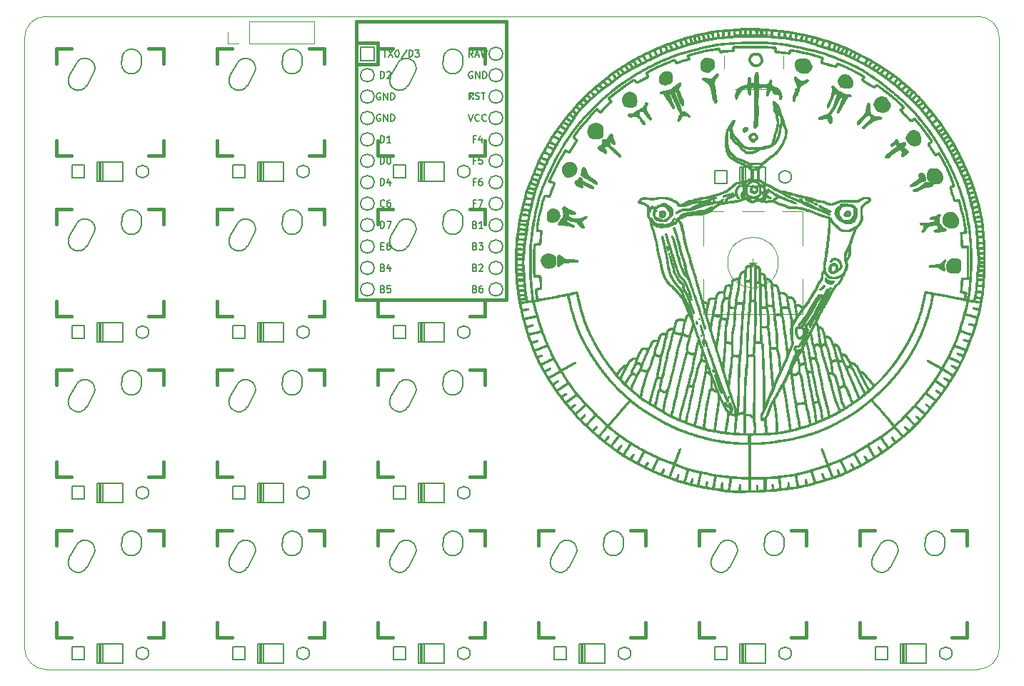
<source format=gbr>
G04 #@! TF.GenerationSoftware,KiCad,Pcbnew,(5.1.5)-3*
G04 #@! TF.CreationDate,2020-09-12T16:36:05+03:00*
G04 #@! TF.ProjectId,taro,7461726f-2e6b-4696-9361-645f70636258,rev?*
G04 #@! TF.SameCoordinates,Original*
G04 #@! TF.FileFunction,Legend,Top*
G04 #@! TF.FilePolarity,Positive*
%FSLAX46Y46*%
G04 Gerber Fmt 4.6, Leading zero omitted, Abs format (unit mm)*
G04 Created by KiCad (PCBNEW (5.1.5)-3) date 2020-09-12 16:36:05*
%MOMM*%
%LPD*%
G04 APERTURE LIST*
G04 #@! TA.AperFunction,Profile*
%ADD10C,0.050000*%
G04 #@! TD*
%ADD11C,0.010000*%
%ADD12C,0.381000*%
%ADD13C,0.150000*%
%ADD14C,0.120000*%
%ADD15C,0.203200*%
G04 APERTURE END LIST*
D10*
X46355000Y-140335000D02*
X156845000Y-140335000D01*
X43815000Y-65405000D02*
X43815000Y-137795000D01*
X156845000Y-62865000D02*
X46355000Y-62865000D01*
X159385000Y-137795000D02*
X159385000Y-65405000D01*
X159385000Y-137795000D02*
G75*
G02X156845000Y-140335000I-2540000J0D01*
G01*
X46355000Y-140335000D02*
G75*
G02X43815000Y-137795000I0J2540000D01*
G01*
X43815000Y-65405000D02*
G75*
G02X46355000Y-62865000I2540000J0D01*
G01*
X156845000Y-62865000D02*
G75*
G02X159385000Y-65405000I0J-2540000D01*
G01*
D11*
G04 #@! TO.C,G\002A\002A\002A*
G36*
X141510758Y-85917375D02*
G01*
X141517455Y-85918312D01*
X141594929Y-85942499D01*
X141658135Y-85986474D01*
X141700497Y-86044675D01*
X141713128Y-86083849D01*
X141726173Y-86135587D01*
X141743325Y-86181053D01*
X141744238Y-86182894D01*
X141755790Y-86215829D01*
X141754323Y-86252554D01*
X141743697Y-86294158D01*
X141725754Y-86355897D01*
X141708080Y-86419180D01*
X141704856Y-86431112D01*
X141690500Y-86472826D01*
X141669139Y-86498367D01*
X141630598Y-86518024D01*
X141611877Y-86525158D01*
X141559156Y-86548487D01*
X141513533Y-86575171D01*
X141499883Y-86585715D01*
X141471348Y-86604516D01*
X141432129Y-86615517D01*
X141373173Y-86620878D01*
X141348882Y-86621749D01*
X141282189Y-86621683D01*
X141219784Y-86618396D01*
X141177691Y-86613018D01*
X141107408Y-86588512D01*
X141030354Y-86545945D01*
X140959178Y-86492429D01*
X140952516Y-86486424D01*
X140919498Y-86439139D01*
X140907246Y-86383820D01*
X140915818Y-86334780D01*
X141176954Y-86334780D01*
X141199215Y-86347917D01*
X141251126Y-86354943D01*
X141318098Y-86356604D01*
X141385800Y-86355433D01*
X141444802Y-86352504D01*
X141485228Y-86348372D01*
X141492942Y-86346803D01*
X141516325Y-86335038D01*
X141526579Y-86310032D01*
X141528462Y-86271519D01*
X141524425Y-86215595D01*
X141510284Y-86181923D01*
X141482209Y-86161588D01*
X141481020Y-86161050D01*
X141447948Y-86142796D01*
X141429535Y-86130610D01*
X141405763Y-86120221D01*
X141385913Y-86134275D01*
X141378247Y-86144588D01*
X141344523Y-86174982D01*
X141315555Y-86188145D01*
X141281596Y-86207563D01*
X141266294Y-86230122D01*
X141245661Y-86262689D01*
X141217550Y-86287545D01*
X141183384Y-86314876D01*
X141176954Y-86334780D01*
X140915818Y-86334780D01*
X140916443Y-86331205D01*
X140940526Y-86297559D01*
X140965837Y-86262810D01*
X140982199Y-86217352D01*
X140982214Y-86217275D01*
X141006284Y-86162779D01*
X141036585Y-86131320D01*
X141069346Y-86100480D01*
X141088285Y-86070423D01*
X141088729Y-86068898D01*
X141108241Y-86042378D01*
X141141716Y-86022404D01*
X141183598Y-85999190D01*
X141211532Y-85973658D01*
X141244292Y-85951210D01*
X141299677Y-85932714D01*
X141368604Y-85919814D01*
X141441992Y-85914153D01*
X141510758Y-85917375D01*
G37*
X141510758Y-85917375D02*
X141517455Y-85918312D01*
X141594929Y-85942499D01*
X141658135Y-85986474D01*
X141700497Y-86044675D01*
X141713128Y-86083849D01*
X141726173Y-86135587D01*
X141743325Y-86181053D01*
X141744238Y-86182894D01*
X141755790Y-86215829D01*
X141754323Y-86252554D01*
X141743697Y-86294158D01*
X141725754Y-86355897D01*
X141708080Y-86419180D01*
X141704856Y-86431112D01*
X141690500Y-86472826D01*
X141669139Y-86498367D01*
X141630598Y-86518024D01*
X141611877Y-86525158D01*
X141559156Y-86548487D01*
X141513533Y-86575171D01*
X141499883Y-86585715D01*
X141471348Y-86604516D01*
X141432129Y-86615517D01*
X141373173Y-86620878D01*
X141348882Y-86621749D01*
X141282189Y-86621683D01*
X141219784Y-86618396D01*
X141177691Y-86613018D01*
X141107408Y-86588512D01*
X141030354Y-86545945D01*
X140959178Y-86492429D01*
X140952516Y-86486424D01*
X140919498Y-86439139D01*
X140907246Y-86383820D01*
X140915818Y-86334780D01*
X141176954Y-86334780D01*
X141199215Y-86347917D01*
X141251126Y-86354943D01*
X141318098Y-86356604D01*
X141385800Y-86355433D01*
X141444802Y-86352504D01*
X141485228Y-86348372D01*
X141492942Y-86346803D01*
X141516325Y-86335038D01*
X141526579Y-86310032D01*
X141528462Y-86271519D01*
X141524425Y-86215595D01*
X141510284Y-86181923D01*
X141482209Y-86161588D01*
X141481020Y-86161050D01*
X141447948Y-86142796D01*
X141429535Y-86130610D01*
X141405763Y-86120221D01*
X141385913Y-86134275D01*
X141378247Y-86144588D01*
X141344523Y-86174982D01*
X141315555Y-86188145D01*
X141281596Y-86207563D01*
X141266294Y-86230122D01*
X141245661Y-86262689D01*
X141217550Y-86287545D01*
X141183384Y-86314876D01*
X141176954Y-86334780D01*
X140915818Y-86334780D01*
X140916443Y-86331205D01*
X140940526Y-86297559D01*
X140965837Y-86262810D01*
X140982199Y-86217352D01*
X140982214Y-86217275D01*
X141006284Y-86162779D01*
X141036585Y-86131320D01*
X141069346Y-86100480D01*
X141088285Y-86070423D01*
X141088729Y-86068898D01*
X141108241Y-86042378D01*
X141141716Y-86022404D01*
X141183598Y-85999190D01*
X141211532Y-85973658D01*
X141244292Y-85951210D01*
X141299677Y-85932714D01*
X141368604Y-85919814D01*
X141441992Y-85914153D01*
X141510758Y-85917375D01*
G36*
X130118757Y-82877049D02*
G01*
X130154640Y-82879232D01*
X130245132Y-82890759D01*
X130319190Y-82914469D01*
X130347686Y-82928330D01*
X130409093Y-82954915D01*
X130475272Y-82974691D01*
X130503060Y-82979779D01*
X130554470Y-82989833D01*
X130585794Y-83007688D01*
X130606230Y-83035217D01*
X130634790Y-83069928D01*
X130666871Y-83089583D01*
X130667154Y-83089655D01*
X130696929Y-83107777D01*
X130717694Y-83146615D01*
X130730009Y-83208828D01*
X130734433Y-83297075D01*
X130732217Y-83398959D01*
X130725154Y-83505242D01*
X130713944Y-83583246D01*
X130697669Y-83636319D01*
X130675413Y-83667807D01*
X130655531Y-83678879D01*
X130630907Y-83699209D01*
X130610765Y-83735741D01*
X130610598Y-83736216D01*
X130587408Y-83774842D01*
X130559160Y-83793687D01*
X130526069Y-83806072D01*
X130477962Y-83828242D01*
X130443583Y-83845759D01*
X130379693Y-83877733D01*
X130332411Y-83894981D01*
X130291578Y-83899925D01*
X130247035Y-83894991D01*
X130241536Y-83893961D01*
X130188421Y-83876169D01*
X130140570Y-83848693D01*
X130140049Y-83848285D01*
X130097125Y-83824163D01*
X130054148Y-83813657D01*
X130052838Y-83813642D01*
X129986830Y-83804630D01*
X129932100Y-83780506D01*
X129898253Y-83745636D01*
X129896821Y-83742702D01*
X129872138Y-83710003D01*
X129848655Y-83695280D01*
X129820238Y-83674494D01*
X129798273Y-83630359D01*
X129781508Y-83559685D01*
X129773482Y-83503692D01*
X129765622Y-83398311D01*
X129765864Y-83392164D01*
X130061066Y-83392164D01*
X130066191Y-83463760D01*
X130086533Y-83509314D01*
X130116631Y-83528538D01*
X130153537Y-83543008D01*
X130202653Y-83567260D01*
X130227454Y-83581031D01*
X130271330Y-83606150D01*
X130299185Y-83618545D01*
X130322800Y-83620899D01*
X130353959Y-83615899D01*
X130368050Y-83613063D01*
X130405342Y-83597889D01*
X130426158Y-83575160D01*
X130426198Y-83575035D01*
X130446426Y-83549222D01*
X130481377Y-83527698D01*
X130521646Y-83496080D01*
X130541373Y-83442336D01*
X130540973Y-83365154D01*
X130538584Y-83347251D01*
X130524990Y-83296931D01*
X130498061Y-83264915D01*
X130481367Y-83254087D01*
X130449261Y-83229410D01*
X130434239Y-83205474D01*
X130434087Y-83203500D01*
X130427348Y-83184709D01*
X130404027Y-83171974D01*
X130359470Y-83164061D01*
X130289023Y-83159734D01*
X130266519Y-83159060D01*
X130190035Y-83158276D01*
X130139054Y-83163481D01*
X130107337Y-83178966D01*
X130088643Y-83209020D01*
X130076731Y-83257933D01*
X130070955Y-83293484D01*
X130061066Y-83392164D01*
X129765864Y-83392164D01*
X129769045Y-83311612D01*
X129783126Y-83246617D01*
X129807235Y-83206349D01*
X129837836Y-83193742D01*
X129865202Y-83179182D01*
X129886865Y-83134874D01*
X129900108Y-83079193D01*
X129916632Y-83031808D01*
X129942825Y-82994528D01*
X129945991Y-82991771D01*
X129980381Y-82957232D01*
X130010645Y-82917572D01*
X130027341Y-82894042D01*
X130045177Y-82880975D01*
X130072775Y-82876076D01*
X130118757Y-82877049D01*
G37*
X130118757Y-82877049D02*
X130154640Y-82879232D01*
X130245132Y-82890759D01*
X130319190Y-82914469D01*
X130347686Y-82928330D01*
X130409093Y-82954915D01*
X130475272Y-82974691D01*
X130503060Y-82979779D01*
X130554470Y-82989833D01*
X130585794Y-83007688D01*
X130606230Y-83035217D01*
X130634790Y-83069928D01*
X130666871Y-83089583D01*
X130667154Y-83089655D01*
X130696929Y-83107777D01*
X130717694Y-83146615D01*
X130730009Y-83208828D01*
X130734433Y-83297075D01*
X130732217Y-83398959D01*
X130725154Y-83505242D01*
X130713944Y-83583246D01*
X130697669Y-83636319D01*
X130675413Y-83667807D01*
X130655531Y-83678879D01*
X130630907Y-83699209D01*
X130610765Y-83735741D01*
X130610598Y-83736216D01*
X130587408Y-83774842D01*
X130559160Y-83793687D01*
X130526069Y-83806072D01*
X130477962Y-83828242D01*
X130443583Y-83845759D01*
X130379693Y-83877733D01*
X130332411Y-83894981D01*
X130291578Y-83899925D01*
X130247035Y-83894991D01*
X130241536Y-83893961D01*
X130188421Y-83876169D01*
X130140570Y-83848693D01*
X130140049Y-83848285D01*
X130097125Y-83824163D01*
X130054148Y-83813657D01*
X130052838Y-83813642D01*
X129986830Y-83804630D01*
X129932100Y-83780506D01*
X129898253Y-83745636D01*
X129896821Y-83742702D01*
X129872138Y-83710003D01*
X129848655Y-83695280D01*
X129820238Y-83674494D01*
X129798273Y-83630359D01*
X129781508Y-83559685D01*
X129773482Y-83503692D01*
X129765622Y-83398311D01*
X129765864Y-83392164D01*
X130061066Y-83392164D01*
X130066191Y-83463760D01*
X130086533Y-83509314D01*
X130116631Y-83528538D01*
X130153537Y-83543008D01*
X130202653Y-83567260D01*
X130227454Y-83581031D01*
X130271330Y-83606150D01*
X130299185Y-83618545D01*
X130322800Y-83620899D01*
X130353959Y-83615899D01*
X130368050Y-83613063D01*
X130405342Y-83597889D01*
X130426158Y-83575160D01*
X130426198Y-83575035D01*
X130446426Y-83549222D01*
X130481377Y-83527698D01*
X130521646Y-83496080D01*
X130541373Y-83442336D01*
X130540973Y-83365154D01*
X130538584Y-83347251D01*
X130524990Y-83296931D01*
X130498061Y-83264915D01*
X130481367Y-83254087D01*
X130449261Y-83229410D01*
X130434239Y-83205474D01*
X130434087Y-83203500D01*
X130427348Y-83184709D01*
X130404027Y-83171974D01*
X130359470Y-83164061D01*
X130289023Y-83159734D01*
X130266519Y-83159060D01*
X130190035Y-83158276D01*
X130139054Y-83163481D01*
X130107337Y-83178966D01*
X130088643Y-83209020D01*
X130076731Y-83257933D01*
X130070955Y-83293484D01*
X130061066Y-83392164D01*
X129765864Y-83392164D01*
X129769045Y-83311612D01*
X129783126Y-83246617D01*
X129807235Y-83206349D01*
X129837836Y-83193742D01*
X129865202Y-83179182D01*
X129886865Y-83134874D01*
X129900108Y-83079193D01*
X129916632Y-83031808D01*
X129942825Y-82994528D01*
X129945991Y-82991771D01*
X129980381Y-82957232D01*
X130010645Y-82917572D01*
X130027341Y-82894042D01*
X130045177Y-82880975D01*
X130072775Y-82876076D01*
X130118757Y-82877049D01*
G36*
X127840841Y-83755669D02*
G01*
X127873434Y-83772039D01*
X127874215Y-83772944D01*
X127890089Y-83814078D01*
X127881712Y-83859778D01*
X127852243Y-83898507D01*
X127837099Y-83908510D01*
X127791645Y-83937679D01*
X127756247Y-83966743D01*
X127718748Y-83989917D01*
X127661190Y-84011469D01*
X127595255Y-84027947D01*
X127532622Y-84035905D01*
X127521167Y-84036170D01*
X127487356Y-84047937D01*
X127454396Y-84076200D01*
X127434050Y-84096382D01*
X127406789Y-84110598D01*
X127365038Y-84121340D01*
X127301219Y-84131102D01*
X127278955Y-84133926D01*
X127212471Y-84143929D01*
X127156510Y-84155607D01*
X127119767Y-84167009D01*
X127112059Y-84171328D01*
X127075295Y-84196805D01*
X127031825Y-84215235D01*
X126973715Y-84229021D01*
X126893027Y-84240567D01*
X126877483Y-84242368D01*
X126805541Y-84252479D01*
X126738756Y-84265266D01*
X126688527Y-84278444D01*
X126677614Y-84282452D01*
X126636939Y-84299143D01*
X126614828Y-84304060D01*
X126600142Y-84296743D01*
X126583390Y-84278567D01*
X126563308Y-84243855D01*
X126548586Y-84197536D01*
X126548019Y-84194620D01*
X126546547Y-84148844D01*
X126564033Y-84115020D01*
X126604039Y-84090466D01*
X126670128Y-84072503D01*
X126721502Y-84064091D01*
X126778626Y-84054353D01*
X126821071Y-84043837D01*
X126841179Y-84034526D01*
X126841847Y-84032928D01*
X126856624Y-84014960D01*
X126896729Y-83996223D01*
X126955822Y-83978718D01*
X127027559Y-83964447D01*
X127080611Y-83957582D01*
X127162776Y-83945487D01*
X127220555Y-83927375D01*
X127250206Y-83910126D01*
X127302792Y-83884309D01*
X127386374Y-83861506D01*
X127447303Y-83849990D01*
X127512304Y-83837847D01*
X127564247Y-83825721D01*
X127595973Y-83815410D01*
X127602263Y-83811043D01*
X127626810Y-83786330D01*
X127672917Y-83767038D01*
X127730608Y-83754566D01*
X127789908Y-83750311D01*
X127840841Y-83755669D01*
G37*
X127840841Y-83755669D02*
X127873434Y-83772039D01*
X127874215Y-83772944D01*
X127890089Y-83814078D01*
X127881712Y-83859778D01*
X127852243Y-83898507D01*
X127837099Y-83908510D01*
X127791645Y-83937679D01*
X127756247Y-83966743D01*
X127718748Y-83989917D01*
X127661190Y-84011469D01*
X127595255Y-84027947D01*
X127532622Y-84035905D01*
X127521167Y-84036170D01*
X127487356Y-84047937D01*
X127454396Y-84076200D01*
X127434050Y-84096382D01*
X127406789Y-84110598D01*
X127365038Y-84121340D01*
X127301219Y-84131102D01*
X127278955Y-84133926D01*
X127212471Y-84143929D01*
X127156510Y-84155607D01*
X127119767Y-84167009D01*
X127112059Y-84171328D01*
X127075295Y-84196805D01*
X127031825Y-84215235D01*
X126973715Y-84229021D01*
X126893027Y-84240567D01*
X126877483Y-84242368D01*
X126805541Y-84252479D01*
X126738756Y-84265266D01*
X126688527Y-84278444D01*
X126677614Y-84282452D01*
X126636939Y-84299143D01*
X126614828Y-84304060D01*
X126600142Y-84296743D01*
X126583390Y-84278567D01*
X126563308Y-84243855D01*
X126548586Y-84197536D01*
X126548019Y-84194620D01*
X126546547Y-84148844D01*
X126564033Y-84115020D01*
X126604039Y-84090466D01*
X126670128Y-84072503D01*
X126721502Y-84064091D01*
X126778626Y-84054353D01*
X126821071Y-84043837D01*
X126841179Y-84034526D01*
X126841847Y-84032928D01*
X126856624Y-84014960D01*
X126896729Y-83996223D01*
X126955822Y-83978718D01*
X127027559Y-83964447D01*
X127080611Y-83957582D01*
X127162776Y-83945487D01*
X127220555Y-83927375D01*
X127250206Y-83910126D01*
X127302792Y-83884309D01*
X127386374Y-83861506D01*
X127447303Y-83849990D01*
X127512304Y-83837847D01*
X127564247Y-83825721D01*
X127595973Y-83815410D01*
X127602263Y-83811043D01*
X127626810Y-83786330D01*
X127672917Y-83767038D01*
X127730608Y-83754566D01*
X127789908Y-83750311D01*
X127840841Y-83755669D01*
G36*
X128496383Y-82894161D02*
G01*
X128510808Y-82907634D01*
X128535255Y-82949320D01*
X128542597Y-83009604D01*
X128537695Y-83061912D01*
X128518495Y-83099826D01*
X128495881Y-83123876D01*
X128462756Y-83162649D01*
X128441098Y-83201593D01*
X128439166Y-83207807D01*
X128422351Y-83244933D01*
X128392735Y-83288506D01*
X128382795Y-83300459D01*
X128351221Y-83343838D01*
X128329793Y-83386712D01*
X128326862Y-83396693D01*
X128315828Y-83434113D01*
X128296658Y-83488143D01*
X128276693Y-83539151D01*
X128246760Y-83648857D01*
X128248240Y-83754867D01*
X128281116Y-83856498D01*
X128285760Y-83865688D01*
X128305087Y-83915668D01*
X128321398Y-83980140D01*
X128328363Y-84023260D01*
X128338693Y-84085540D01*
X128354994Y-84127394D01*
X128381785Y-84160156D01*
X128383687Y-84161952D01*
X128415981Y-84198580D01*
X128436844Y-84233852D01*
X128438106Y-84237501D01*
X128459887Y-84267367D01*
X128494331Y-84287903D01*
X128541856Y-84316817D01*
X128563940Y-84356630D01*
X128559765Y-84399673D01*
X128528514Y-84438275D01*
X128511488Y-84449072D01*
X128466660Y-84462981D01*
X128412175Y-84466039D01*
X128356857Y-84459743D01*
X128309531Y-84445590D01*
X128279023Y-84425077D01*
X128272385Y-84408523D01*
X128261455Y-84381921D01*
X128234261Y-84347630D01*
X128224685Y-84338158D01*
X128186566Y-84288658D01*
X128160428Y-84219278D01*
X128155875Y-84200649D01*
X128141877Y-84151736D01*
X128126862Y-84118673D01*
X128116153Y-84109286D01*
X128086272Y-84111492D01*
X128059374Y-84113260D01*
X128019542Y-84131430D01*
X127989561Y-84169280D01*
X127963512Y-84204018D01*
X127929029Y-84226098D01*
X127874624Y-84242793D01*
X127872753Y-84243242D01*
X127821196Y-84259730D01*
X127781179Y-84280004D01*
X127767254Y-84292305D01*
X127732202Y-84319405D01*
X127674500Y-84340272D01*
X127603089Y-84352203D01*
X127563275Y-84353979D01*
X127505484Y-84362321D01*
X127451863Y-84391143D01*
X127437649Y-84401954D01*
X127387589Y-84433613D01*
X127334339Y-84455564D01*
X127318006Y-84459338D01*
X127268069Y-84475850D01*
X127241206Y-84507054D01*
X127213584Y-84543335D01*
X127186866Y-84562099D01*
X127154499Y-84588949D01*
X127132438Y-84625290D01*
X127106672Y-84664025D01*
X127073761Y-84687313D01*
X127043516Y-84706464D01*
X127032585Y-84726644D01*
X127019053Y-84756643D01*
X126984402Y-84775286D01*
X126937546Y-84781631D01*
X126887402Y-84774740D01*
X126842883Y-84753671D01*
X126835205Y-84747465D01*
X126795001Y-84711702D01*
X126838292Y-84620356D01*
X126865176Y-84571096D01*
X126891739Y-84534473D01*
X126909574Y-84519886D01*
X126936032Y-84500086D01*
X126961298Y-84464850D01*
X126961994Y-84463522D01*
X126990914Y-84425626D01*
X127025594Y-84401388D01*
X127062258Y-84375579D01*
X127082807Y-84346899D01*
X127111461Y-84313099D01*
X127153053Y-84290073D01*
X127199510Y-84268663D01*
X127249878Y-84236943D01*
X127261511Y-84228139D01*
X127316031Y-84195228D01*
X127383430Y-84176704D01*
X127412173Y-84172754D01*
X127470840Y-84162279D01*
X127513420Y-84147229D01*
X127527221Y-84137203D01*
X127560611Y-84110416D01*
X127614265Y-84088932D01*
X127693253Y-84070882D01*
X127719591Y-84066353D01*
X127795793Y-84046404D01*
X127847538Y-84014411D01*
X127850790Y-84011264D01*
X127882494Y-83985774D01*
X127917960Y-83975500D01*
X127966475Y-83975775D01*
X128041909Y-83980538D01*
X128049857Y-83710325D01*
X128053209Y-83607720D01*
X128057003Y-83531483D01*
X128062222Y-83476199D01*
X128069847Y-83436451D01*
X128080860Y-83406824D01*
X128096244Y-83381900D01*
X128113261Y-83360638D01*
X128131439Y-83327667D01*
X128149674Y-83276564D01*
X128159694Y-83237575D01*
X128177441Y-83176962D01*
X128199316Y-83135332D01*
X128209601Y-83125036D01*
X128235808Y-83096426D01*
X128260662Y-83053834D01*
X128263851Y-83046597D01*
X128289274Y-83004784D01*
X128319847Y-82979449D01*
X128323454Y-82978087D01*
X128357952Y-82959018D01*
X128396153Y-82926956D01*
X128401628Y-82921298D01*
X128438636Y-82887115D01*
X128467237Y-82878443D01*
X128496383Y-82894161D01*
G37*
X128496383Y-82894161D02*
X128510808Y-82907634D01*
X128535255Y-82949320D01*
X128542597Y-83009604D01*
X128537695Y-83061912D01*
X128518495Y-83099826D01*
X128495881Y-83123876D01*
X128462756Y-83162649D01*
X128441098Y-83201593D01*
X128439166Y-83207807D01*
X128422351Y-83244933D01*
X128392735Y-83288506D01*
X128382795Y-83300459D01*
X128351221Y-83343838D01*
X128329793Y-83386712D01*
X128326862Y-83396693D01*
X128315828Y-83434113D01*
X128296658Y-83488143D01*
X128276693Y-83539151D01*
X128246760Y-83648857D01*
X128248240Y-83754867D01*
X128281116Y-83856498D01*
X128285760Y-83865688D01*
X128305087Y-83915668D01*
X128321398Y-83980140D01*
X128328363Y-84023260D01*
X128338693Y-84085540D01*
X128354994Y-84127394D01*
X128381785Y-84160156D01*
X128383687Y-84161952D01*
X128415981Y-84198580D01*
X128436844Y-84233852D01*
X128438106Y-84237501D01*
X128459887Y-84267367D01*
X128494331Y-84287903D01*
X128541856Y-84316817D01*
X128563940Y-84356630D01*
X128559765Y-84399673D01*
X128528514Y-84438275D01*
X128511488Y-84449072D01*
X128466660Y-84462981D01*
X128412175Y-84466039D01*
X128356857Y-84459743D01*
X128309531Y-84445590D01*
X128279023Y-84425077D01*
X128272385Y-84408523D01*
X128261455Y-84381921D01*
X128234261Y-84347630D01*
X128224685Y-84338158D01*
X128186566Y-84288658D01*
X128160428Y-84219278D01*
X128155875Y-84200649D01*
X128141877Y-84151736D01*
X128126862Y-84118673D01*
X128116153Y-84109286D01*
X128086272Y-84111492D01*
X128059374Y-84113260D01*
X128019542Y-84131430D01*
X127989561Y-84169280D01*
X127963512Y-84204018D01*
X127929029Y-84226098D01*
X127874624Y-84242793D01*
X127872753Y-84243242D01*
X127821196Y-84259730D01*
X127781179Y-84280004D01*
X127767254Y-84292305D01*
X127732202Y-84319405D01*
X127674500Y-84340272D01*
X127603089Y-84352203D01*
X127563275Y-84353979D01*
X127505484Y-84362321D01*
X127451863Y-84391143D01*
X127437649Y-84401954D01*
X127387589Y-84433613D01*
X127334339Y-84455564D01*
X127318006Y-84459338D01*
X127268069Y-84475850D01*
X127241206Y-84507054D01*
X127213584Y-84543335D01*
X127186866Y-84562099D01*
X127154499Y-84588949D01*
X127132438Y-84625290D01*
X127106672Y-84664025D01*
X127073761Y-84687313D01*
X127043516Y-84706464D01*
X127032585Y-84726644D01*
X127019053Y-84756643D01*
X126984402Y-84775286D01*
X126937546Y-84781631D01*
X126887402Y-84774740D01*
X126842883Y-84753671D01*
X126835205Y-84747465D01*
X126795001Y-84711702D01*
X126838292Y-84620356D01*
X126865176Y-84571096D01*
X126891739Y-84534473D01*
X126909574Y-84519886D01*
X126936032Y-84500086D01*
X126961298Y-84464850D01*
X126961994Y-84463522D01*
X126990914Y-84425626D01*
X127025594Y-84401388D01*
X127062258Y-84375579D01*
X127082807Y-84346899D01*
X127111461Y-84313099D01*
X127153053Y-84290073D01*
X127199510Y-84268663D01*
X127249878Y-84236943D01*
X127261511Y-84228139D01*
X127316031Y-84195228D01*
X127383430Y-84176704D01*
X127412173Y-84172754D01*
X127470840Y-84162279D01*
X127513420Y-84147229D01*
X127527221Y-84137203D01*
X127560611Y-84110416D01*
X127614265Y-84088932D01*
X127693253Y-84070882D01*
X127719591Y-84066353D01*
X127795793Y-84046404D01*
X127847538Y-84014411D01*
X127850790Y-84011264D01*
X127882494Y-83985774D01*
X127917960Y-83975500D01*
X127966475Y-83975775D01*
X128041909Y-83980538D01*
X128049857Y-83710325D01*
X128053209Y-83607720D01*
X128057003Y-83531483D01*
X128062222Y-83476199D01*
X128069847Y-83436451D01*
X128080860Y-83406824D01*
X128096244Y-83381900D01*
X128113261Y-83360638D01*
X128131439Y-83327667D01*
X128149674Y-83276564D01*
X128159694Y-83237575D01*
X128177441Y-83176962D01*
X128199316Y-83135332D01*
X128209601Y-83125036D01*
X128235808Y-83096426D01*
X128260662Y-83053834D01*
X128263851Y-83046597D01*
X128289274Y-83004784D01*
X128319847Y-82979449D01*
X128323454Y-82978087D01*
X128357952Y-82959018D01*
X128396153Y-82926956D01*
X128401628Y-82921298D01*
X128438636Y-82887115D01*
X128467237Y-82878443D01*
X128496383Y-82894161D01*
G36*
X119527048Y-85922462D02*
G01*
X119601414Y-85947231D01*
X119642732Y-85976577D01*
X119675889Y-86005604D01*
X119701120Y-86021807D01*
X119705939Y-86023029D01*
X119722734Y-86036055D01*
X119740581Y-86066739D01*
X119766138Y-86110947D01*
X119795872Y-86148381D01*
X119822466Y-86196140D01*
X119834344Y-86261386D01*
X119831558Y-86333457D01*
X119814161Y-86401691D01*
X119794418Y-86439863D01*
X119764503Y-86491344D01*
X119740475Y-86544902D01*
X119738022Y-86551924D01*
X119715204Y-86596162D01*
X119675891Y-86625010D01*
X119657712Y-86632988D01*
X119615148Y-86654667D01*
X119585565Y-86678068D01*
X119581394Y-86683789D01*
X119554187Y-86705072D01*
X119505014Y-86721631D01*
X119443498Y-86732319D01*
X119379263Y-86735986D01*
X119321931Y-86731486D01*
X119283836Y-86719304D01*
X119253922Y-86698261D01*
X119241515Y-86685333D01*
X119221811Y-86669304D01*
X119184026Y-86647034D01*
X119163000Y-86636290D01*
X119102028Y-86597981D01*
X119057954Y-86548169D01*
X119028716Y-86482122D01*
X119012250Y-86395109D01*
X119006494Y-86282400D01*
X119006457Y-86277347D01*
X119006877Y-86269222D01*
X119355363Y-86269222D01*
X119361953Y-86311096D01*
X119377837Y-86339784D01*
X119378184Y-86340078D01*
X119398204Y-86368946D01*
X119411237Y-86405604D01*
X119422073Y-86439492D01*
X119439943Y-86450243D01*
X119473500Y-86440855D01*
X119490914Y-86433201D01*
X119534325Y-86400355D01*
X119560579Y-86354553D01*
X119569115Y-86304088D01*
X119559373Y-86257256D01*
X119530793Y-86222349D01*
X119505923Y-86210985D01*
X119454868Y-86204692D01*
X119407022Y-86207755D01*
X119371233Y-86218371D01*
X119357345Y-86239552D01*
X119355363Y-86269222D01*
X119006877Y-86269222D01*
X119011719Y-86175682D01*
X119028481Y-86099430D01*
X119056214Y-86050473D01*
X119073925Y-86036874D01*
X119108069Y-86012317D01*
X119144916Y-85976652D01*
X119148730Y-85972308D01*
X119173955Y-85947165D01*
X119202503Y-85931808D01*
X119244169Y-85922675D01*
X119301435Y-85916798D01*
X119427626Y-85912418D01*
X119527048Y-85922462D01*
G37*
X119527048Y-85922462D02*
X119601414Y-85947231D01*
X119642732Y-85976577D01*
X119675889Y-86005604D01*
X119701120Y-86021807D01*
X119705939Y-86023029D01*
X119722734Y-86036055D01*
X119740581Y-86066739D01*
X119766138Y-86110947D01*
X119795872Y-86148381D01*
X119822466Y-86196140D01*
X119834344Y-86261386D01*
X119831558Y-86333457D01*
X119814161Y-86401691D01*
X119794418Y-86439863D01*
X119764503Y-86491344D01*
X119740475Y-86544902D01*
X119738022Y-86551924D01*
X119715204Y-86596162D01*
X119675891Y-86625010D01*
X119657712Y-86632988D01*
X119615148Y-86654667D01*
X119585565Y-86678068D01*
X119581394Y-86683789D01*
X119554187Y-86705072D01*
X119505014Y-86721631D01*
X119443498Y-86732319D01*
X119379263Y-86735986D01*
X119321931Y-86731486D01*
X119283836Y-86719304D01*
X119253922Y-86698261D01*
X119241515Y-86685333D01*
X119221811Y-86669304D01*
X119184026Y-86647034D01*
X119163000Y-86636290D01*
X119102028Y-86597981D01*
X119057954Y-86548169D01*
X119028716Y-86482122D01*
X119012250Y-86395109D01*
X119006494Y-86282400D01*
X119006457Y-86277347D01*
X119006877Y-86269222D01*
X119355363Y-86269222D01*
X119361953Y-86311096D01*
X119377837Y-86339784D01*
X119378184Y-86340078D01*
X119398204Y-86368946D01*
X119411237Y-86405604D01*
X119422073Y-86439492D01*
X119439943Y-86450243D01*
X119473500Y-86440855D01*
X119490914Y-86433201D01*
X119534325Y-86400355D01*
X119560579Y-86354553D01*
X119569115Y-86304088D01*
X119559373Y-86257256D01*
X119530793Y-86222349D01*
X119505923Y-86210985D01*
X119454868Y-86204692D01*
X119407022Y-86207755D01*
X119371233Y-86218371D01*
X119357345Y-86239552D01*
X119355363Y-86269222D01*
X119006877Y-86269222D01*
X119011719Y-86175682D01*
X119028481Y-86099430D01*
X119056214Y-86050473D01*
X119073925Y-86036874D01*
X119108069Y-86012317D01*
X119144916Y-85976652D01*
X119148730Y-85972308D01*
X119173955Y-85947165D01*
X119202503Y-85931808D01*
X119244169Y-85922675D01*
X119301435Y-85916798D01*
X119427626Y-85912418D01*
X119527048Y-85922462D01*
G36*
X138102749Y-85271142D02*
G01*
X138169170Y-85298397D01*
X138204696Y-85324184D01*
X138243655Y-85353480D01*
X138278968Y-85369994D01*
X138287922Y-85371339D01*
X138330300Y-85380034D01*
X138375269Y-85401311D01*
X138409463Y-85427958D01*
X138418683Y-85441886D01*
X138438583Y-85459850D01*
X138478309Y-85477621D01*
X138500360Y-85484167D01*
X138560230Y-85506544D01*
X138618373Y-85539307D01*
X138630354Y-85548139D01*
X138671722Y-85575956D01*
X138708148Y-85592170D01*
X138718544Y-85593867D01*
X138771169Y-85606480D01*
X138830741Y-85641110D01*
X138850420Y-85656732D01*
X138885968Y-85678303D01*
X138935226Y-85698551D01*
X138949570Y-85703011D01*
X139002554Y-85724244D01*
X139049186Y-85752759D01*
X139057377Y-85759672D01*
X139102225Y-85789473D01*
X139150336Y-85807008D01*
X139196213Y-85824229D01*
X139244469Y-85854660D01*
X139255057Y-85863471D01*
X139298887Y-85895481D01*
X139343134Y-85917276D01*
X139353161Y-85920163D01*
X139398649Y-85943086D01*
X139426280Y-85982509D01*
X139430582Y-86006811D01*
X139419030Y-86031881D01*
X139391680Y-86062864D01*
X139359494Y-86089318D01*
X139333433Y-86100801D01*
X139331962Y-86100761D01*
X139304535Y-86096787D01*
X139259907Y-86088851D01*
X139240532Y-86085135D01*
X139184391Y-86066548D01*
X139139724Y-86038431D01*
X139134438Y-86033228D01*
X139084909Y-86000354D01*
X139026535Y-85984313D01*
X138962193Y-85965619D01*
X138907276Y-85934160D01*
X138905151Y-85932410D01*
X138858092Y-85903608D01*
X138799959Y-85881648D01*
X138782329Y-85877560D01*
X138722396Y-85858452D01*
X138664919Y-85828010D01*
X138652173Y-85818702D01*
X138602917Y-85787434D01*
X138550302Y-85765754D01*
X138538171Y-85762845D01*
X138489134Y-85745771D01*
X138436334Y-85716126D01*
X138420747Y-85704725D01*
X138379961Y-85676506D01*
X138345338Y-85659598D01*
X138334739Y-85657447D01*
X138306077Y-85648326D01*
X138266613Y-85625528D01*
X138253476Y-85616142D01*
X138201599Y-85582088D01*
X138143417Y-85550745D01*
X138132624Y-85545800D01*
X138090291Y-85522027D01*
X138061835Y-85496499D01*
X138056909Y-85487762D01*
X138036680Y-85461743D01*
X138000172Y-85437003D01*
X137995856Y-85434918D01*
X137959666Y-85412218D01*
X137943502Y-85380517D01*
X137939485Y-85351564D01*
X137939625Y-85309688D01*
X137952839Y-85286418D01*
X137974015Y-85274074D01*
X138033690Y-85262164D01*
X138102749Y-85271142D01*
G37*
X138102749Y-85271142D02*
X138169170Y-85298397D01*
X138204696Y-85324184D01*
X138243655Y-85353480D01*
X138278968Y-85369994D01*
X138287922Y-85371339D01*
X138330300Y-85380034D01*
X138375269Y-85401311D01*
X138409463Y-85427958D01*
X138418683Y-85441886D01*
X138438583Y-85459850D01*
X138478309Y-85477621D01*
X138500360Y-85484167D01*
X138560230Y-85506544D01*
X138618373Y-85539307D01*
X138630354Y-85548139D01*
X138671722Y-85575956D01*
X138708148Y-85592170D01*
X138718544Y-85593867D01*
X138771169Y-85606480D01*
X138830741Y-85641110D01*
X138850420Y-85656732D01*
X138885968Y-85678303D01*
X138935226Y-85698551D01*
X138949570Y-85703011D01*
X139002554Y-85724244D01*
X139049186Y-85752759D01*
X139057377Y-85759672D01*
X139102225Y-85789473D01*
X139150336Y-85807008D01*
X139196213Y-85824229D01*
X139244469Y-85854660D01*
X139255057Y-85863471D01*
X139298887Y-85895481D01*
X139343134Y-85917276D01*
X139353161Y-85920163D01*
X139398649Y-85943086D01*
X139426280Y-85982509D01*
X139430582Y-86006811D01*
X139419030Y-86031881D01*
X139391680Y-86062864D01*
X139359494Y-86089318D01*
X139333433Y-86100801D01*
X139331962Y-86100761D01*
X139304535Y-86096787D01*
X139259907Y-86088851D01*
X139240532Y-86085135D01*
X139184391Y-86066548D01*
X139139724Y-86038431D01*
X139134438Y-86033228D01*
X139084909Y-86000354D01*
X139026535Y-85984313D01*
X138962193Y-85965619D01*
X138907276Y-85934160D01*
X138905151Y-85932410D01*
X138858092Y-85903608D01*
X138799959Y-85881648D01*
X138782329Y-85877560D01*
X138722396Y-85858452D01*
X138664919Y-85828010D01*
X138652173Y-85818702D01*
X138602917Y-85787434D01*
X138550302Y-85765754D01*
X138538171Y-85762845D01*
X138489134Y-85745771D01*
X138436334Y-85716126D01*
X138420747Y-85704725D01*
X138379961Y-85676506D01*
X138345338Y-85659598D01*
X138334739Y-85657447D01*
X138306077Y-85648326D01*
X138266613Y-85625528D01*
X138253476Y-85616142D01*
X138201599Y-85582088D01*
X138143417Y-85550745D01*
X138132624Y-85545800D01*
X138090291Y-85522027D01*
X138061835Y-85496499D01*
X138056909Y-85487762D01*
X138036680Y-85461743D01*
X138000172Y-85437003D01*
X137995856Y-85434918D01*
X137959666Y-85412218D01*
X137943502Y-85380517D01*
X137939485Y-85351564D01*
X137939625Y-85309688D01*
X137952839Y-85286418D01*
X137974015Y-85274074D01*
X138033690Y-85262164D01*
X138102749Y-85271142D01*
G36*
X140858010Y-85045132D02*
G01*
X140956746Y-85048231D01*
X141061021Y-85053435D01*
X141162150Y-85060297D01*
X141251445Y-85068368D01*
X141320219Y-85077201D01*
X141330019Y-85078887D01*
X141371670Y-85088811D01*
X141428426Y-85105168D01*
X141469163Y-85118191D01*
X141545853Y-85137049D01*
X141632021Y-85148045D01*
X141667848Y-85149503D01*
X141778359Y-85154755D01*
X141865084Y-85169942D01*
X141934902Y-85196624D01*
X141970696Y-85218213D01*
X142014274Y-85243763D01*
X142052535Y-85258580D01*
X142063175Y-85260075D01*
X142089723Y-85269595D01*
X142132688Y-85294970D01*
X142184302Y-85331425D01*
X142203505Y-85346342D01*
X142284867Y-85416805D01*
X142339972Y-85477316D01*
X142367734Y-85526581D01*
X142371028Y-85545585D01*
X142382638Y-85570651D01*
X142410749Y-85600362D01*
X142413744Y-85602807D01*
X142432964Y-85622323D01*
X142448166Y-85649184D01*
X142459816Y-85687017D01*
X142468380Y-85739446D01*
X142474321Y-85810096D01*
X142478107Y-85902592D01*
X142480201Y-86020558D01*
X142480935Y-86126345D01*
X142480133Y-86290885D01*
X142476055Y-86426873D01*
X142468369Y-86537409D01*
X142456748Y-86625594D01*
X142440861Y-86694529D01*
X142420379Y-86747314D01*
X142413621Y-86759892D01*
X142387919Y-86810014D01*
X142368770Y-86857201D01*
X142364867Y-86870497D01*
X142342336Y-86912075D01*
X142308258Y-86941583D01*
X142275620Y-86968206D01*
X142257820Y-87007542D01*
X142251918Y-87037917D01*
X142241518Y-87097169D01*
X142229209Y-87133833D01*
X142210232Y-87156985D01*
X142179828Y-87175699D01*
X142179595Y-87175820D01*
X142144556Y-87201986D01*
X142124922Y-87230536D01*
X142099824Y-87258527D01*
X142043672Y-87283208D01*
X142034004Y-87286189D01*
X141983395Y-87305796D01*
X141943831Y-87329225D01*
X141931072Y-87341694D01*
X141901326Y-87366602D01*
X141857139Y-87386605D01*
X141849994Y-87388659D01*
X141799359Y-87397292D01*
X141723777Y-87404244D01*
X141630055Y-87409329D01*
X141525000Y-87412365D01*
X141415421Y-87413167D01*
X141308124Y-87411551D01*
X141209916Y-87407334D01*
X141194913Y-87406365D01*
X141105346Y-87399621D01*
X141040714Y-87392451D01*
X140994191Y-87383104D01*
X140958950Y-87369829D01*
X140928163Y-87350875D01*
X140903612Y-87331650D01*
X140863065Y-87306500D01*
X140824340Y-87294736D01*
X140821199Y-87294618D01*
X140749502Y-87280966D01*
X140687530Y-87244050D01*
X140667264Y-87222738D01*
X140635796Y-87194698D01*
X140604860Y-87183354D01*
X140558503Y-87173192D01*
X140509292Y-87148147D01*
X140471978Y-87116387D01*
X140464785Y-87105815D01*
X140438601Y-87081634D01*
X140400558Y-87066604D01*
X140354263Y-87044289D01*
X140334420Y-87018043D01*
X140307427Y-86984914D01*
X140279206Y-86969754D01*
X140244303Y-86946272D01*
X140231748Y-86920671D01*
X140212059Y-86884134D01*
X140177961Y-86849823D01*
X140175874Y-86848303D01*
X140145040Y-86820378D01*
X140130194Y-86795203D01*
X140129957Y-86792703D01*
X140119583Y-86768022D01*
X140093477Y-86732904D01*
X140080153Y-86718284D01*
X140042656Y-86672292D01*
X140012192Y-86622914D01*
X140007259Y-86612351D01*
X139981055Y-86566753D01*
X139948945Y-86530271D01*
X139947019Y-86528709D01*
X139916732Y-86491851D01*
X139898705Y-86448655D01*
X139883694Y-86400683D01*
X139860850Y-86346977D01*
X139855748Y-86336829D01*
X139838934Y-86298090D01*
X139830636Y-86257255D01*
X139829438Y-86203392D01*
X139829866Y-86194964D01*
X140079224Y-86194964D01*
X140080573Y-86259688D01*
X140083694Y-86310101D01*
X140088616Y-86338031D01*
X140089405Y-86339608D01*
X140104690Y-86353125D01*
X140117133Y-86338688D01*
X140126980Y-86295307D01*
X140134475Y-86221992D01*
X140139018Y-86139345D01*
X140141818Y-86054669D01*
X140141647Y-85996346D01*
X140138124Y-85959047D01*
X140130867Y-85937440D01*
X140124008Y-85929318D01*
X140106627Y-85921079D01*
X140095808Y-85937192D01*
X140090893Y-85956382D01*
X140085479Y-85996637D01*
X140081708Y-86055267D01*
X140079612Y-86124100D01*
X140079224Y-86194964D01*
X139829866Y-86194964D01*
X139831978Y-86153406D01*
X139839060Y-86086992D01*
X139850186Y-86026958D01*
X139863049Y-85985501D01*
X139864115Y-85983291D01*
X139879639Y-85940193D01*
X139893252Y-85881493D01*
X139895076Y-85869582D01*
X140408117Y-85869582D01*
X140408117Y-86449127D01*
X140450630Y-86488526D01*
X140482827Y-86529856D01*
X140509065Y-86582636D01*
X140513208Y-86594898D01*
X140537560Y-86648568D01*
X140568087Y-86675107D01*
X140597984Y-86698988D01*
X140619561Y-86736132D01*
X140638285Y-86768601D01*
X140674078Y-86814532D01*
X140720519Y-86865968D01*
X140741429Y-86887079D01*
X140791642Y-86935543D01*
X140828020Y-86966289D01*
X140859309Y-86983972D01*
X140894257Y-86993250D01*
X140941610Y-86998779D01*
X140953222Y-86999835D01*
X141030332Y-87007458D01*
X141114441Y-87016778D01*
X141163123Y-87022708D01*
X141219645Y-87029896D01*
X141264871Y-87035512D01*
X141287237Y-87038142D01*
X141311257Y-87037228D01*
X141358783Y-87033006D01*
X141421795Y-87026240D01*
X141462080Y-87021476D01*
X141533812Y-87012141D01*
X141582434Y-87003014D01*
X141616440Y-86990845D01*
X141644319Y-86972383D01*
X141674566Y-86944376D01*
X141681527Y-86937462D01*
X141719736Y-86895204D01*
X141748468Y-86855830D01*
X141758388Y-86836164D01*
X141781568Y-86802688D01*
X141808225Y-86785465D01*
X141837188Y-86766091D01*
X141846602Y-86746684D01*
X141849860Y-86738476D01*
X142143953Y-86738476D01*
X142145309Y-86764897D01*
X142158040Y-86770087D01*
X142178029Y-86757408D01*
X142180395Y-86747183D01*
X142172573Y-86720469D01*
X142156489Y-86717719D01*
X142143953Y-86738476D01*
X141849860Y-86738476D01*
X141856620Y-86721453D01*
X141882126Y-86684271D01*
X141900068Y-86662843D01*
X141938070Y-86615900D01*
X141970614Y-86568157D01*
X141979452Y-86552498D01*
X142005592Y-86511710D01*
X142033587Y-86482021D01*
X142035029Y-86480971D01*
X142056084Y-86449555D01*
X142072534Y-86390604D01*
X142084033Y-86308088D01*
X142090234Y-86205975D01*
X142090792Y-86088233D01*
X142085360Y-85958833D01*
X142083238Y-85927980D01*
X142076737Y-85843121D01*
X142070502Y-85767567D01*
X142065117Y-85707981D01*
X142061164Y-85671027D01*
X142060197Y-85664515D01*
X142046830Y-85637530D01*
X142017047Y-85596269D01*
X141976881Y-85548967D01*
X141970262Y-85541782D01*
X141886340Y-85451718D01*
X141695601Y-85436044D01*
X141594008Y-85425101D01*
X141502649Y-85410359D01*
X141430844Y-85393412D01*
X141413864Y-85387907D01*
X141330395Y-85364201D01*
X141252090Y-85357266D01*
X141166312Y-85366767D01*
X141107491Y-85379845D01*
X141042232Y-85393622D01*
X140962427Y-85406860D01*
X140885236Y-85416714D01*
X140884484Y-85416791D01*
X140793707Y-85429083D01*
X140728350Y-85446463D01*
X140682106Y-85472054D01*
X140648665Y-85508981D01*
X140629605Y-85543022D01*
X140599667Y-85594485D01*
X140564668Y-85640166D01*
X140554105Y-85650956D01*
X140525291Y-85687673D01*
X140511611Y-85724778D01*
X140511433Y-85728394D01*
X140500066Y-85763967D01*
X140470945Y-85805934D01*
X140459775Y-85817924D01*
X140408117Y-85869582D01*
X139895076Y-85869582D01*
X139899025Y-85843804D01*
X139903554Y-85816390D01*
X140194614Y-85816390D01*
X140194653Y-85820369D01*
X140196617Y-85852183D01*
X140201925Y-85855172D01*
X140209431Y-85840238D01*
X140221197Y-85805303D01*
X140224209Y-85788579D01*
X140215301Y-85770164D01*
X140209431Y-85768711D01*
X140198920Y-85782586D01*
X140194614Y-85816390D01*
X139903554Y-85816390D01*
X139908481Y-85786575D01*
X139923349Y-85750150D01*
X139948518Y-85723545D01*
X139954678Y-85718835D01*
X139988472Y-85683037D01*
X140008189Y-85642334D01*
X140008462Y-85641046D01*
X140026714Y-85602743D01*
X140050004Y-85586072D01*
X140080078Y-85565150D01*
X140106578Y-85529392D01*
X140134956Y-85493721D01*
X140169146Y-85473373D01*
X140207260Y-85452796D01*
X140232013Y-85426663D01*
X140263436Y-85394457D01*
X140292456Y-85378614D01*
X140324802Y-85360432D01*
X140364496Y-85327248D01*
X140403541Y-85287323D01*
X140433941Y-85248917D01*
X140447700Y-85220291D01*
X140447854Y-85218083D01*
X140458526Y-85195112D01*
X140486224Y-85159308D01*
X140517198Y-85126290D01*
X140553882Y-85091735D01*
X140584398Y-85070513D01*
X140619193Y-85058372D01*
X140668715Y-85051058D01*
X140711910Y-85047039D01*
X140773503Y-85044585D01*
X140858010Y-85045132D01*
G37*
X140858010Y-85045132D02*
X140956746Y-85048231D01*
X141061021Y-85053435D01*
X141162150Y-85060297D01*
X141251445Y-85068368D01*
X141320219Y-85077201D01*
X141330019Y-85078887D01*
X141371670Y-85088811D01*
X141428426Y-85105168D01*
X141469163Y-85118191D01*
X141545853Y-85137049D01*
X141632021Y-85148045D01*
X141667848Y-85149503D01*
X141778359Y-85154755D01*
X141865084Y-85169942D01*
X141934902Y-85196624D01*
X141970696Y-85218213D01*
X142014274Y-85243763D01*
X142052535Y-85258580D01*
X142063175Y-85260075D01*
X142089723Y-85269595D01*
X142132688Y-85294970D01*
X142184302Y-85331425D01*
X142203505Y-85346342D01*
X142284867Y-85416805D01*
X142339972Y-85477316D01*
X142367734Y-85526581D01*
X142371028Y-85545585D01*
X142382638Y-85570651D01*
X142410749Y-85600362D01*
X142413744Y-85602807D01*
X142432964Y-85622323D01*
X142448166Y-85649184D01*
X142459816Y-85687017D01*
X142468380Y-85739446D01*
X142474321Y-85810096D01*
X142478107Y-85902592D01*
X142480201Y-86020558D01*
X142480935Y-86126345D01*
X142480133Y-86290885D01*
X142476055Y-86426873D01*
X142468369Y-86537409D01*
X142456748Y-86625594D01*
X142440861Y-86694529D01*
X142420379Y-86747314D01*
X142413621Y-86759892D01*
X142387919Y-86810014D01*
X142368770Y-86857201D01*
X142364867Y-86870497D01*
X142342336Y-86912075D01*
X142308258Y-86941583D01*
X142275620Y-86968206D01*
X142257820Y-87007542D01*
X142251918Y-87037917D01*
X142241518Y-87097169D01*
X142229209Y-87133833D01*
X142210232Y-87156985D01*
X142179828Y-87175699D01*
X142179595Y-87175820D01*
X142144556Y-87201986D01*
X142124922Y-87230536D01*
X142099824Y-87258527D01*
X142043672Y-87283208D01*
X142034004Y-87286189D01*
X141983395Y-87305796D01*
X141943831Y-87329225D01*
X141931072Y-87341694D01*
X141901326Y-87366602D01*
X141857139Y-87386605D01*
X141849994Y-87388659D01*
X141799359Y-87397292D01*
X141723777Y-87404244D01*
X141630055Y-87409329D01*
X141525000Y-87412365D01*
X141415421Y-87413167D01*
X141308124Y-87411551D01*
X141209916Y-87407334D01*
X141194913Y-87406365D01*
X141105346Y-87399621D01*
X141040714Y-87392451D01*
X140994191Y-87383104D01*
X140958950Y-87369829D01*
X140928163Y-87350875D01*
X140903612Y-87331650D01*
X140863065Y-87306500D01*
X140824340Y-87294736D01*
X140821199Y-87294618D01*
X140749502Y-87280966D01*
X140687530Y-87244050D01*
X140667264Y-87222738D01*
X140635796Y-87194698D01*
X140604860Y-87183354D01*
X140558503Y-87173192D01*
X140509292Y-87148147D01*
X140471978Y-87116387D01*
X140464785Y-87105815D01*
X140438601Y-87081634D01*
X140400558Y-87066604D01*
X140354263Y-87044289D01*
X140334420Y-87018043D01*
X140307427Y-86984914D01*
X140279206Y-86969754D01*
X140244303Y-86946272D01*
X140231748Y-86920671D01*
X140212059Y-86884134D01*
X140177961Y-86849823D01*
X140175874Y-86848303D01*
X140145040Y-86820378D01*
X140130194Y-86795203D01*
X140129957Y-86792703D01*
X140119583Y-86768022D01*
X140093477Y-86732904D01*
X140080153Y-86718284D01*
X140042656Y-86672292D01*
X140012192Y-86622914D01*
X140007259Y-86612351D01*
X139981055Y-86566753D01*
X139948945Y-86530271D01*
X139947019Y-86528709D01*
X139916732Y-86491851D01*
X139898705Y-86448655D01*
X139883694Y-86400683D01*
X139860850Y-86346977D01*
X139855748Y-86336829D01*
X139838934Y-86298090D01*
X139830636Y-86257255D01*
X139829438Y-86203392D01*
X139829866Y-86194964D01*
X140079224Y-86194964D01*
X140080573Y-86259688D01*
X140083694Y-86310101D01*
X140088616Y-86338031D01*
X140089405Y-86339608D01*
X140104690Y-86353125D01*
X140117133Y-86338688D01*
X140126980Y-86295307D01*
X140134475Y-86221992D01*
X140139018Y-86139345D01*
X140141818Y-86054669D01*
X140141647Y-85996346D01*
X140138124Y-85959047D01*
X140130867Y-85937440D01*
X140124008Y-85929318D01*
X140106627Y-85921079D01*
X140095808Y-85937192D01*
X140090893Y-85956382D01*
X140085479Y-85996637D01*
X140081708Y-86055267D01*
X140079612Y-86124100D01*
X140079224Y-86194964D01*
X139829866Y-86194964D01*
X139831978Y-86153406D01*
X139839060Y-86086992D01*
X139850186Y-86026958D01*
X139863049Y-85985501D01*
X139864115Y-85983291D01*
X139879639Y-85940193D01*
X139893252Y-85881493D01*
X139895076Y-85869582D01*
X140408117Y-85869582D01*
X140408117Y-86449127D01*
X140450630Y-86488526D01*
X140482827Y-86529856D01*
X140509065Y-86582636D01*
X140513208Y-86594898D01*
X140537560Y-86648568D01*
X140568087Y-86675107D01*
X140597984Y-86698988D01*
X140619561Y-86736132D01*
X140638285Y-86768601D01*
X140674078Y-86814532D01*
X140720519Y-86865968D01*
X140741429Y-86887079D01*
X140791642Y-86935543D01*
X140828020Y-86966289D01*
X140859309Y-86983972D01*
X140894257Y-86993250D01*
X140941610Y-86998779D01*
X140953222Y-86999835D01*
X141030332Y-87007458D01*
X141114441Y-87016778D01*
X141163123Y-87022708D01*
X141219645Y-87029896D01*
X141264871Y-87035512D01*
X141287237Y-87038142D01*
X141311257Y-87037228D01*
X141358783Y-87033006D01*
X141421795Y-87026240D01*
X141462080Y-87021476D01*
X141533812Y-87012141D01*
X141582434Y-87003014D01*
X141616440Y-86990845D01*
X141644319Y-86972383D01*
X141674566Y-86944376D01*
X141681527Y-86937462D01*
X141719736Y-86895204D01*
X141748468Y-86855830D01*
X141758388Y-86836164D01*
X141781568Y-86802688D01*
X141808225Y-86785465D01*
X141837188Y-86766091D01*
X141846602Y-86746684D01*
X141849860Y-86738476D01*
X142143953Y-86738476D01*
X142145309Y-86764897D01*
X142158040Y-86770087D01*
X142178029Y-86757408D01*
X142180395Y-86747183D01*
X142172573Y-86720469D01*
X142156489Y-86717719D01*
X142143953Y-86738476D01*
X141849860Y-86738476D01*
X141856620Y-86721453D01*
X141882126Y-86684271D01*
X141900068Y-86662843D01*
X141938070Y-86615900D01*
X141970614Y-86568157D01*
X141979452Y-86552498D01*
X142005592Y-86511710D01*
X142033587Y-86482021D01*
X142035029Y-86480971D01*
X142056084Y-86449555D01*
X142072534Y-86390604D01*
X142084033Y-86308088D01*
X142090234Y-86205975D01*
X142090792Y-86088233D01*
X142085360Y-85958833D01*
X142083238Y-85927980D01*
X142076737Y-85843121D01*
X142070502Y-85767567D01*
X142065117Y-85707981D01*
X142061164Y-85671027D01*
X142060197Y-85664515D01*
X142046830Y-85637530D01*
X142017047Y-85596269D01*
X141976881Y-85548967D01*
X141970262Y-85541782D01*
X141886340Y-85451718D01*
X141695601Y-85436044D01*
X141594008Y-85425101D01*
X141502649Y-85410359D01*
X141430844Y-85393412D01*
X141413864Y-85387907D01*
X141330395Y-85364201D01*
X141252090Y-85357266D01*
X141166312Y-85366767D01*
X141107491Y-85379845D01*
X141042232Y-85393622D01*
X140962427Y-85406860D01*
X140885236Y-85416714D01*
X140884484Y-85416791D01*
X140793707Y-85429083D01*
X140728350Y-85446463D01*
X140682106Y-85472054D01*
X140648665Y-85508981D01*
X140629605Y-85543022D01*
X140599667Y-85594485D01*
X140564668Y-85640166D01*
X140554105Y-85650956D01*
X140525291Y-85687673D01*
X140511611Y-85724778D01*
X140511433Y-85728394D01*
X140500066Y-85763967D01*
X140470945Y-85805934D01*
X140459775Y-85817924D01*
X140408117Y-85869582D01*
X139895076Y-85869582D01*
X139899025Y-85843804D01*
X139903554Y-85816390D01*
X140194614Y-85816390D01*
X140194653Y-85820369D01*
X140196617Y-85852183D01*
X140201925Y-85855172D01*
X140209431Y-85840238D01*
X140221197Y-85805303D01*
X140224209Y-85788579D01*
X140215301Y-85770164D01*
X140209431Y-85768711D01*
X140198920Y-85782586D01*
X140194614Y-85816390D01*
X139903554Y-85816390D01*
X139908481Y-85786575D01*
X139923349Y-85750150D01*
X139948518Y-85723545D01*
X139954678Y-85718835D01*
X139988472Y-85683037D01*
X140008189Y-85642334D01*
X140008462Y-85641046D01*
X140026714Y-85602743D01*
X140050004Y-85586072D01*
X140080078Y-85565150D01*
X140106578Y-85529392D01*
X140134956Y-85493721D01*
X140169146Y-85473373D01*
X140207260Y-85452796D01*
X140232013Y-85426663D01*
X140263436Y-85394457D01*
X140292456Y-85378614D01*
X140324802Y-85360432D01*
X140364496Y-85327248D01*
X140403541Y-85287323D01*
X140433941Y-85248917D01*
X140447700Y-85220291D01*
X140447854Y-85218083D01*
X140458526Y-85195112D01*
X140486224Y-85159308D01*
X140517198Y-85126290D01*
X140553882Y-85091735D01*
X140584398Y-85070513D01*
X140619193Y-85058372D01*
X140668715Y-85051058D01*
X140711910Y-85047039D01*
X140773503Y-85044585D01*
X140858010Y-85045132D01*
G36*
X139843085Y-91499353D02*
G01*
X139857789Y-91500878D01*
X139917578Y-91510303D01*
X139971994Y-91523578D01*
X139994850Y-91531700D01*
X140037219Y-91546084D01*
X140095745Y-91560847D01*
X140137904Y-91569217D01*
X140201344Y-91584004D01*
X140244180Y-91604992D01*
X140273010Y-91631898D01*
X140307222Y-91663938D01*
X140339769Y-91682808D01*
X140344138Y-91683948D01*
X140375706Y-91702017D01*
X140392568Y-91724008D01*
X140414984Y-91756524D01*
X140449777Y-91795325D01*
X140460520Y-91805745D01*
X140491930Y-91840415D01*
X140509840Y-91870514D01*
X140511433Y-91878164D01*
X140521348Y-91904488D01*
X140546347Y-91941800D01*
X140559830Y-91958144D01*
X140593033Y-92005751D01*
X140613970Y-92063542D01*
X140623660Y-92113672D01*
X140637119Y-92177695D01*
X140655728Y-92238009D01*
X140669983Y-92270720D01*
X140692034Y-92331572D01*
X140703672Y-92407358D01*
X140705089Y-92488220D01*
X140696477Y-92564302D01*
X140678029Y-92625744D01*
X140662564Y-92651189D01*
X140644834Y-92681509D01*
X140626335Y-92726187D01*
X140622885Y-92736422D01*
X140592013Y-92793883D01*
X140557397Y-92823843D01*
X140525993Y-92846455D01*
X140511626Y-92866165D01*
X140511534Y-92867280D01*
X140497910Y-92894455D01*
X140464039Y-92922871D01*
X140420008Y-92944262D01*
X140416064Y-92945508D01*
X140378683Y-92963654D01*
X140335067Y-92993905D01*
X140324116Y-93003020D01*
X140284455Y-93031461D01*
X140248603Y-93047353D01*
X140239909Y-93048561D01*
X140206631Y-93059555D01*
X140172909Y-93085241D01*
X140135247Y-93118371D01*
X140088683Y-93151627D01*
X140082001Y-93155776D01*
X140034454Y-93189152D01*
X139991969Y-93226089D01*
X139987835Y-93230360D01*
X139953711Y-93258124D01*
X139922059Y-93270981D01*
X139919794Y-93271089D01*
X139889127Y-93282148D01*
X139854917Y-93309021D01*
X139852567Y-93311497D01*
X139809499Y-93345135D01*
X139762035Y-93367129D01*
X139716672Y-93374889D01*
X139652452Y-93379476D01*
X139579275Y-93380923D01*
X139507041Y-93379267D01*
X139445649Y-93374544D01*
X139404999Y-93366790D01*
X139402414Y-93365832D01*
X139370616Y-93345464D01*
X139357284Y-93327835D01*
X139338466Y-93304965D01*
X139303295Y-93278067D01*
X139294057Y-93272357D01*
X139259472Y-93247431D01*
X139240870Y-93225222D01*
X139239844Y-93220836D01*
X139229622Y-93197427D01*
X139204381Y-93164524D01*
X139197852Y-93157471D01*
X139171593Y-93121393D01*
X139152912Y-93073420D01*
X139141155Y-93009173D01*
X139135669Y-92924273D01*
X139135801Y-92814342D01*
X139136838Y-92779099D01*
X139418242Y-92779099D01*
X139421415Y-92854309D01*
X139426338Y-92928182D01*
X139431639Y-92991322D01*
X139436630Y-93036361D01*
X139440125Y-93054933D01*
X139465504Y-93079590D01*
X139516399Y-93096758D01*
X139587144Y-93105146D01*
X139657445Y-93104480D01*
X139716599Y-93099653D01*
X139756124Y-93090457D01*
X139788170Y-93071702D01*
X139824886Y-93038198D01*
X139834109Y-93029020D01*
X139873081Y-92986314D01*
X139902632Y-92947100D01*
X139914036Y-92925622D01*
X139934771Y-92894091D01*
X139953966Y-92882028D01*
X139976380Y-92859775D01*
X139991783Y-92814950D01*
X139998418Y-92756333D01*
X139994526Y-92692705D01*
X139993317Y-92685420D01*
X139981387Y-92642807D01*
X139959393Y-92583661D01*
X139931763Y-92519741D01*
X139927427Y-92510511D01*
X139871884Y-92393675D01*
X139747401Y-92399328D01*
X139682563Y-92403354D01*
X139639703Y-92410292D01*
X139609010Y-92423209D01*
X139580672Y-92445175D01*
X139570461Y-92454651D01*
X139529855Y-92489719D01*
X139492096Y-92517024D01*
X139482781Y-92522393D01*
X139451891Y-92551137D01*
X139431132Y-92601913D01*
X139420063Y-92677105D01*
X139418242Y-92779099D01*
X139136838Y-92779099D01*
X139137594Y-92753447D01*
X139144106Y-92640444D01*
X139155184Y-92554243D01*
X139171945Y-92490044D01*
X139195506Y-92443046D01*
X139215423Y-92419021D01*
X139235364Y-92390477D01*
X139239844Y-92374332D01*
X139251876Y-92346895D01*
X139282237Y-92310599D01*
X139322319Y-92273473D01*
X139363517Y-92243544D01*
X139395442Y-92229175D01*
X139426456Y-92221540D01*
X139452399Y-92210459D01*
X139484804Y-92190129D01*
X139515234Y-92168895D01*
X139566489Y-92144717D01*
X139634678Y-92128905D01*
X139711884Y-92121376D01*
X139790190Y-92122053D01*
X139861679Y-92130852D01*
X139918435Y-92147696D01*
X139952540Y-92172502D01*
X139953113Y-92173342D01*
X139983577Y-92203214D01*
X140026344Y-92228793D01*
X140029127Y-92229990D01*
X140064255Y-92250768D01*
X140081813Y-92273104D01*
X140082272Y-92276482D01*
X140094493Y-92302190D01*
X140120820Y-92326026D01*
X140149844Y-92352395D01*
X140171278Y-92391287D01*
X140186728Y-92447947D01*
X140197802Y-92527618D01*
X140203537Y-92595951D01*
X140208845Y-92665156D01*
X140214338Y-92708951D01*
X140222083Y-92733657D01*
X140234147Y-92745599D01*
X140252598Y-92751099D01*
X140254380Y-92751445D01*
X140305661Y-92753128D01*
X140336069Y-92733144D01*
X140344238Y-92715712D01*
X140364661Y-92688276D01*
X140392089Y-92670036D01*
X140424364Y-92643707D01*
X140438467Y-92615966D01*
X140451877Y-92531265D01*
X140456280Y-92446105D01*
X140452083Y-92347735D01*
X140448365Y-92304742D01*
X140440710Y-92233311D01*
X140432327Y-92185251D01*
X140420557Y-92152202D01*
X140402738Y-92125805D01*
X140385444Y-92107013D01*
X140354985Y-92067886D01*
X140337917Y-92030485D01*
X140336590Y-92020732D01*
X140321272Y-91983125D01*
X140290768Y-91960725D01*
X140255261Y-91932293D01*
X140235232Y-91898326D01*
X140210885Y-91861356D01*
X140179237Y-91843488D01*
X140142962Y-91822368D01*
X140123075Y-91796225D01*
X140105617Y-91774123D01*
X140067402Y-91758799D01*
X140005180Y-91749564D01*
X139915700Y-91745731D01*
X139883586Y-91745531D01*
X139789252Y-91747551D01*
X139721869Y-91754325D01*
X139676813Y-91766927D01*
X139649458Y-91786429D01*
X139639488Y-91802174D01*
X139611955Y-91834891D01*
X139584119Y-91849282D01*
X139548086Y-91870691D01*
X139528635Y-91896641D01*
X139502812Y-91929763D01*
X139463306Y-91959223D01*
X139460040Y-91960968D01*
X139416464Y-91988996D01*
X139381833Y-92020190D01*
X139380872Y-92021339D01*
X139348608Y-92042559D01*
X139314128Y-92033038D01*
X139282361Y-91997058D01*
X139274027Y-91959987D01*
X139279795Y-91909916D01*
X139296682Y-91860651D01*
X139318761Y-91828567D01*
X139345141Y-91791962D01*
X139359918Y-91755392D01*
X139384880Y-91712222D01*
X139424787Y-91687626D01*
X139460001Y-91667515D01*
X139477754Y-91646808D01*
X139478267Y-91643598D01*
X139490006Y-91614185D01*
X139527167Y-91591164D01*
X139592669Y-91572844D01*
X139604272Y-91570557D01*
X139660731Y-91555228D01*
X139710308Y-91534085D01*
X139727899Y-91522927D01*
X139757779Y-91504418D01*
X139792197Y-91497235D01*
X139843085Y-91499353D01*
G37*
X139843085Y-91499353D02*
X139857789Y-91500878D01*
X139917578Y-91510303D01*
X139971994Y-91523578D01*
X139994850Y-91531700D01*
X140037219Y-91546084D01*
X140095745Y-91560847D01*
X140137904Y-91569217D01*
X140201344Y-91584004D01*
X140244180Y-91604992D01*
X140273010Y-91631898D01*
X140307222Y-91663938D01*
X140339769Y-91682808D01*
X140344138Y-91683948D01*
X140375706Y-91702017D01*
X140392568Y-91724008D01*
X140414984Y-91756524D01*
X140449777Y-91795325D01*
X140460520Y-91805745D01*
X140491930Y-91840415D01*
X140509840Y-91870514D01*
X140511433Y-91878164D01*
X140521348Y-91904488D01*
X140546347Y-91941800D01*
X140559830Y-91958144D01*
X140593033Y-92005751D01*
X140613970Y-92063542D01*
X140623660Y-92113672D01*
X140637119Y-92177695D01*
X140655728Y-92238009D01*
X140669983Y-92270720D01*
X140692034Y-92331572D01*
X140703672Y-92407358D01*
X140705089Y-92488220D01*
X140696477Y-92564302D01*
X140678029Y-92625744D01*
X140662564Y-92651189D01*
X140644834Y-92681509D01*
X140626335Y-92726187D01*
X140622885Y-92736422D01*
X140592013Y-92793883D01*
X140557397Y-92823843D01*
X140525993Y-92846455D01*
X140511626Y-92866165D01*
X140511534Y-92867280D01*
X140497910Y-92894455D01*
X140464039Y-92922871D01*
X140420008Y-92944262D01*
X140416064Y-92945508D01*
X140378683Y-92963654D01*
X140335067Y-92993905D01*
X140324116Y-93003020D01*
X140284455Y-93031461D01*
X140248603Y-93047353D01*
X140239909Y-93048561D01*
X140206631Y-93059555D01*
X140172909Y-93085241D01*
X140135247Y-93118371D01*
X140088683Y-93151627D01*
X140082001Y-93155776D01*
X140034454Y-93189152D01*
X139991969Y-93226089D01*
X139987835Y-93230360D01*
X139953711Y-93258124D01*
X139922059Y-93270981D01*
X139919794Y-93271089D01*
X139889127Y-93282148D01*
X139854917Y-93309021D01*
X139852567Y-93311497D01*
X139809499Y-93345135D01*
X139762035Y-93367129D01*
X139716672Y-93374889D01*
X139652452Y-93379476D01*
X139579275Y-93380923D01*
X139507041Y-93379267D01*
X139445649Y-93374544D01*
X139404999Y-93366790D01*
X139402414Y-93365832D01*
X139370616Y-93345464D01*
X139357284Y-93327835D01*
X139338466Y-93304965D01*
X139303295Y-93278067D01*
X139294057Y-93272357D01*
X139259472Y-93247431D01*
X139240870Y-93225222D01*
X139239844Y-93220836D01*
X139229622Y-93197427D01*
X139204381Y-93164524D01*
X139197852Y-93157471D01*
X139171593Y-93121393D01*
X139152912Y-93073420D01*
X139141155Y-93009173D01*
X139135669Y-92924273D01*
X139135801Y-92814342D01*
X139136838Y-92779099D01*
X139418242Y-92779099D01*
X139421415Y-92854309D01*
X139426338Y-92928182D01*
X139431639Y-92991322D01*
X139436630Y-93036361D01*
X139440125Y-93054933D01*
X139465504Y-93079590D01*
X139516399Y-93096758D01*
X139587144Y-93105146D01*
X139657445Y-93104480D01*
X139716599Y-93099653D01*
X139756124Y-93090457D01*
X139788170Y-93071702D01*
X139824886Y-93038198D01*
X139834109Y-93029020D01*
X139873081Y-92986314D01*
X139902632Y-92947100D01*
X139914036Y-92925622D01*
X139934771Y-92894091D01*
X139953966Y-92882028D01*
X139976380Y-92859775D01*
X139991783Y-92814950D01*
X139998418Y-92756333D01*
X139994526Y-92692705D01*
X139993317Y-92685420D01*
X139981387Y-92642807D01*
X139959393Y-92583661D01*
X139931763Y-92519741D01*
X139927427Y-92510511D01*
X139871884Y-92393675D01*
X139747401Y-92399328D01*
X139682563Y-92403354D01*
X139639703Y-92410292D01*
X139609010Y-92423209D01*
X139580672Y-92445175D01*
X139570461Y-92454651D01*
X139529855Y-92489719D01*
X139492096Y-92517024D01*
X139482781Y-92522393D01*
X139451891Y-92551137D01*
X139431132Y-92601913D01*
X139420063Y-92677105D01*
X139418242Y-92779099D01*
X139136838Y-92779099D01*
X139137594Y-92753447D01*
X139144106Y-92640444D01*
X139155184Y-92554243D01*
X139171945Y-92490044D01*
X139195506Y-92443046D01*
X139215423Y-92419021D01*
X139235364Y-92390477D01*
X139239844Y-92374332D01*
X139251876Y-92346895D01*
X139282237Y-92310599D01*
X139322319Y-92273473D01*
X139363517Y-92243544D01*
X139395442Y-92229175D01*
X139426456Y-92221540D01*
X139452399Y-92210459D01*
X139484804Y-92190129D01*
X139515234Y-92168895D01*
X139566489Y-92144717D01*
X139634678Y-92128905D01*
X139711884Y-92121376D01*
X139790190Y-92122053D01*
X139861679Y-92130852D01*
X139918435Y-92147696D01*
X139952540Y-92172502D01*
X139953113Y-92173342D01*
X139983577Y-92203214D01*
X140026344Y-92228793D01*
X140029127Y-92229990D01*
X140064255Y-92250768D01*
X140081813Y-92273104D01*
X140082272Y-92276482D01*
X140094493Y-92302190D01*
X140120820Y-92326026D01*
X140149844Y-92352395D01*
X140171278Y-92391287D01*
X140186728Y-92447947D01*
X140197802Y-92527618D01*
X140203537Y-92595951D01*
X140208845Y-92665156D01*
X140214338Y-92708951D01*
X140222083Y-92733657D01*
X140234147Y-92745599D01*
X140252598Y-92751099D01*
X140254380Y-92751445D01*
X140305661Y-92753128D01*
X140336069Y-92733144D01*
X140344238Y-92715712D01*
X140364661Y-92688276D01*
X140392089Y-92670036D01*
X140424364Y-92643707D01*
X140438467Y-92615966D01*
X140451877Y-92531265D01*
X140456280Y-92446105D01*
X140452083Y-92347735D01*
X140448365Y-92304742D01*
X140440710Y-92233311D01*
X140432327Y-92185251D01*
X140420557Y-92152202D01*
X140402738Y-92125805D01*
X140385444Y-92107013D01*
X140354985Y-92067886D01*
X140337917Y-92030485D01*
X140336590Y-92020732D01*
X140321272Y-91983125D01*
X140290768Y-91960725D01*
X140255261Y-91932293D01*
X140235232Y-91898326D01*
X140210885Y-91861356D01*
X140179237Y-91843488D01*
X140142962Y-91822368D01*
X140123075Y-91796225D01*
X140105617Y-91774123D01*
X140067402Y-91758799D01*
X140005180Y-91749564D01*
X139915700Y-91745731D01*
X139883586Y-91745531D01*
X139789252Y-91747551D01*
X139721869Y-91754325D01*
X139676813Y-91766927D01*
X139649458Y-91786429D01*
X139639488Y-91802174D01*
X139611955Y-91834891D01*
X139584119Y-91849282D01*
X139548086Y-91870691D01*
X139528635Y-91896641D01*
X139502812Y-91929763D01*
X139463306Y-91959223D01*
X139460040Y-91960968D01*
X139416464Y-91988996D01*
X139381833Y-92020190D01*
X139380872Y-92021339D01*
X139348608Y-92042559D01*
X139314128Y-92033038D01*
X139282361Y-91997058D01*
X139274027Y-91959987D01*
X139279795Y-91909916D01*
X139296682Y-91860651D01*
X139318761Y-91828567D01*
X139345141Y-91791962D01*
X139359918Y-91755392D01*
X139384880Y-91712222D01*
X139424787Y-91687626D01*
X139460001Y-91667515D01*
X139477754Y-91646808D01*
X139478267Y-91643598D01*
X139490006Y-91614185D01*
X139527167Y-91591164D01*
X139592669Y-91572844D01*
X139604272Y-91570557D01*
X139660731Y-91555228D01*
X139710308Y-91534085D01*
X139727899Y-91522927D01*
X139757779Y-91504418D01*
X139792197Y-91497235D01*
X139843085Y-91499353D01*
G36*
X130564558Y-67208941D02*
G01*
X130647925Y-67214834D01*
X130716836Y-67223277D01*
X130763914Y-67233845D01*
X130773746Y-67237903D01*
X130812462Y-67264042D01*
X130836051Y-67285134D01*
X130872707Y-67308310D01*
X130902570Y-67314768D01*
X130967135Y-67325479D01*
X131017574Y-67354489D01*
X131040281Y-67384753D01*
X131066006Y-67417459D01*
X131092332Y-67432210D01*
X131123254Y-67454489D01*
X131154634Y-67503289D01*
X131161104Y-67516881D01*
X131188236Y-67570236D01*
X131217439Y-67618057D01*
X131229297Y-67634128D01*
X131252614Y-67677003D01*
X131269991Y-67743565D01*
X131278609Y-67800439D01*
X131287584Y-67861587D01*
X131297371Y-67910882D01*
X131306137Y-67939420D01*
X131307748Y-67942030D01*
X131328410Y-67989720D01*
X131331957Y-68057671D01*
X131318349Y-68139333D01*
X131309127Y-68171188D01*
X131292405Y-68226401D01*
X131280642Y-68271376D01*
X131276515Y-68295163D01*
X131264925Y-68339709D01*
X131229466Y-68397041D01*
X131169106Y-68468555D01*
X131087558Y-68551098D01*
X131030341Y-68603761D01*
X130977592Y-68648077D01*
X130935405Y-68679183D01*
X130910933Y-68692009D01*
X130873272Y-68706624D01*
X130826064Y-68732267D01*
X130809045Y-68743164D01*
X130783148Y-68759560D01*
X130758125Y-68771110D01*
X130727784Y-68778762D01*
X130685931Y-68783465D01*
X130626375Y-68786167D01*
X130542923Y-68787817D01*
X130514990Y-68788212D01*
X130428434Y-68788390D01*
X130349833Y-68786708D01*
X130286317Y-68783450D01*
X130245019Y-68778902D01*
X130237297Y-68777109D01*
X130190825Y-68755500D01*
X130157823Y-68731947D01*
X130117669Y-68706418D01*
X130071525Y-68689918D01*
X130023666Y-68668201D01*
X130004856Y-68641809D01*
X129980522Y-68608154D01*
X129946204Y-68583526D01*
X129910546Y-68555326D01*
X129896412Y-68525705D01*
X129878593Y-68491599D01*
X129851295Y-68471004D01*
X129818213Y-68443449D01*
X129790126Y-68399245D01*
X129787213Y-68392427D01*
X129769072Y-68354684D01*
X129753049Y-68333622D01*
X129749290Y-68332040D01*
X129728655Y-68317234D01*
X129708060Y-68277032D01*
X129689669Y-68217757D01*
X129675644Y-68145730D01*
X129670448Y-68101564D01*
X129666579Y-68023459D01*
X129666591Y-67968090D01*
X129861872Y-67968090D01*
X129862596Y-68036759D01*
X129866145Y-68082407D01*
X129874577Y-68113794D01*
X129889955Y-68139681D01*
X129907165Y-68160617D01*
X129938516Y-68203885D01*
X129960022Y-68246383D01*
X129962834Y-68255480D01*
X129981359Y-68290774D01*
X130005137Y-68308265D01*
X130034881Y-68329063D01*
X130060557Y-68363830D01*
X130086983Y-68399253D01*
X130116439Y-68419541D01*
X130149434Y-68440328D01*
X130173458Y-68467413D01*
X130188173Y-68486019D01*
X130207478Y-68499636D01*
X130236027Y-68508933D01*
X130278473Y-68514577D01*
X130339472Y-68517237D01*
X130423678Y-68517582D01*
X130515776Y-68516571D01*
X130748466Y-68513266D01*
X130807159Y-68461732D01*
X130851934Y-68428727D01*
X130896268Y-68405705D01*
X130911308Y-68401107D01*
X130952320Y-68380765D01*
X130973298Y-68344585D01*
X130994325Y-68302932D01*
X131027167Y-68255487D01*
X131039764Y-68240285D01*
X131089696Y-68183416D01*
X131082382Y-68018980D01*
X131077677Y-67939196D01*
X131071323Y-67885689D01*
X131062324Y-67852954D01*
X131049682Y-67835486D01*
X131049052Y-67835000D01*
X131027596Y-67807029D01*
X131004897Y-67760184D01*
X130985834Y-67706784D01*
X130975291Y-67659151D01*
X130974512Y-67646865D01*
X130960068Y-67619310D01*
X130934220Y-67607264D01*
X130898392Y-67586301D01*
X130870233Y-67551329D01*
X130845822Y-67519469D01*
X130819429Y-67505531D01*
X130818495Y-67505507D01*
X130788311Y-67501632D01*
X130739730Y-67491632D01*
X130699357Y-67481779D01*
X130588425Y-67462735D01*
X130460802Y-67456916D01*
X130328701Y-67464316D01*
X130216993Y-67482071D01*
X130149899Y-67498128D01*
X130107453Y-67512783D01*
X130082829Y-67529097D01*
X130070161Y-67547956D01*
X130042048Y-67583060D01*
X130014540Y-67600242D01*
X129978996Y-67629791D01*
X129965579Y-67662678D01*
X129948977Y-67705009D01*
X129920007Y-67753601D01*
X129908474Y-67769133D01*
X129885905Y-67799820D01*
X129872095Y-67828339D01*
X129864912Y-67863796D01*
X129862223Y-67915298D01*
X129861872Y-67968090D01*
X129666591Y-67968090D01*
X129666599Y-67931254D01*
X129670425Y-67842391D01*
X129671743Y-67825333D01*
X129678479Y-67754377D01*
X129685841Y-67707169D01*
X129696368Y-67675723D01*
X129712602Y-67652055D01*
X129733409Y-67631517D01*
X129764246Y-67597967D01*
X129781242Y-67569012D01*
X129782397Y-67562783D01*
X129794995Y-67511322D01*
X129826517Y-67465284D01*
X129855911Y-67443914D01*
X129892177Y-67415871D01*
X129912005Y-67387269D01*
X129944737Y-67351042D01*
X130000087Y-67324115D01*
X130055127Y-67300081D01*
X130105609Y-67269734D01*
X130116556Y-67261267D01*
X130146258Y-67240817D01*
X130182721Y-67227035D01*
X130234577Y-67217567D01*
X130301486Y-67210790D01*
X130383962Y-67206495D01*
X130474112Y-67206020D01*
X130564558Y-67208941D01*
G37*
X130564558Y-67208941D02*
X130647925Y-67214834D01*
X130716836Y-67223277D01*
X130763914Y-67233845D01*
X130773746Y-67237903D01*
X130812462Y-67264042D01*
X130836051Y-67285134D01*
X130872707Y-67308310D01*
X130902570Y-67314768D01*
X130967135Y-67325479D01*
X131017574Y-67354489D01*
X131040281Y-67384753D01*
X131066006Y-67417459D01*
X131092332Y-67432210D01*
X131123254Y-67454489D01*
X131154634Y-67503289D01*
X131161104Y-67516881D01*
X131188236Y-67570236D01*
X131217439Y-67618057D01*
X131229297Y-67634128D01*
X131252614Y-67677003D01*
X131269991Y-67743565D01*
X131278609Y-67800439D01*
X131287584Y-67861587D01*
X131297371Y-67910882D01*
X131306137Y-67939420D01*
X131307748Y-67942030D01*
X131328410Y-67989720D01*
X131331957Y-68057671D01*
X131318349Y-68139333D01*
X131309127Y-68171188D01*
X131292405Y-68226401D01*
X131280642Y-68271376D01*
X131276515Y-68295163D01*
X131264925Y-68339709D01*
X131229466Y-68397041D01*
X131169106Y-68468555D01*
X131087558Y-68551098D01*
X131030341Y-68603761D01*
X130977592Y-68648077D01*
X130935405Y-68679183D01*
X130910933Y-68692009D01*
X130873272Y-68706624D01*
X130826064Y-68732267D01*
X130809045Y-68743164D01*
X130783148Y-68759560D01*
X130758125Y-68771110D01*
X130727784Y-68778762D01*
X130685931Y-68783465D01*
X130626375Y-68786167D01*
X130542923Y-68787817D01*
X130514990Y-68788212D01*
X130428434Y-68788390D01*
X130349833Y-68786708D01*
X130286317Y-68783450D01*
X130245019Y-68778902D01*
X130237297Y-68777109D01*
X130190825Y-68755500D01*
X130157823Y-68731947D01*
X130117669Y-68706418D01*
X130071525Y-68689918D01*
X130023666Y-68668201D01*
X130004856Y-68641809D01*
X129980522Y-68608154D01*
X129946204Y-68583526D01*
X129910546Y-68555326D01*
X129896412Y-68525705D01*
X129878593Y-68491599D01*
X129851295Y-68471004D01*
X129818213Y-68443449D01*
X129790126Y-68399245D01*
X129787213Y-68392427D01*
X129769072Y-68354684D01*
X129753049Y-68333622D01*
X129749290Y-68332040D01*
X129728655Y-68317234D01*
X129708060Y-68277032D01*
X129689669Y-68217757D01*
X129675644Y-68145730D01*
X129670448Y-68101564D01*
X129666579Y-68023459D01*
X129666591Y-67968090D01*
X129861872Y-67968090D01*
X129862596Y-68036759D01*
X129866145Y-68082407D01*
X129874577Y-68113794D01*
X129889955Y-68139681D01*
X129907165Y-68160617D01*
X129938516Y-68203885D01*
X129960022Y-68246383D01*
X129962834Y-68255480D01*
X129981359Y-68290774D01*
X130005137Y-68308265D01*
X130034881Y-68329063D01*
X130060557Y-68363830D01*
X130086983Y-68399253D01*
X130116439Y-68419541D01*
X130149434Y-68440328D01*
X130173458Y-68467413D01*
X130188173Y-68486019D01*
X130207478Y-68499636D01*
X130236027Y-68508933D01*
X130278473Y-68514577D01*
X130339472Y-68517237D01*
X130423678Y-68517582D01*
X130515776Y-68516571D01*
X130748466Y-68513266D01*
X130807159Y-68461732D01*
X130851934Y-68428727D01*
X130896268Y-68405705D01*
X130911308Y-68401107D01*
X130952320Y-68380765D01*
X130973298Y-68344585D01*
X130994325Y-68302932D01*
X131027167Y-68255487D01*
X131039764Y-68240285D01*
X131089696Y-68183416D01*
X131082382Y-68018980D01*
X131077677Y-67939196D01*
X131071323Y-67885689D01*
X131062324Y-67852954D01*
X131049682Y-67835486D01*
X131049052Y-67835000D01*
X131027596Y-67807029D01*
X131004897Y-67760184D01*
X130985834Y-67706784D01*
X130975291Y-67659151D01*
X130974512Y-67646865D01*
X130960068Y-67619310D01*
X130934220Y-67607264D01*
X130898392Y-67586301D01*
X130870233Y-67551329D01*
X130845822Y-67519469D01*
X130819429Y-67505531D01*
X130818495Y-67505507D01*
X130788311Y-67501632D01*
X130739730Y-67491632D01*
X130699357Y-67481779D01*
X130588425Y-67462735D01*
X130460802Y-67456916D01*
X130328701Y-67464316D01*
X130216993Y-67482071D01*
X130149899Y-67498128D01*
X130107453Y-67512783D01*
X130082829Y-67529097D01*
X130070161Y-67547956D01*
X130042048Y-67583060D01*
X130014540Y-67600242D01*
X129978996Y-67629791D01*
X129965579Y-67662678D01*
X129948977Y-67705009D01*
X129920007Y-67753601D01*
X129908474Y-67769133D01*
X129885905Y-67799820D01*
X129872095Y-67828339D01*
X129864912Y-67863796D01*
X129862223Y-67915298D01*
X129861872Y-67968090D01*
X129666591Y-67968090D01*
X129666599Y-67931254D01*
X129670425Y-67842391D01*
X129671743Y-67825333D01*
X129678479Y-67754377D01*
X129685841Y-67707169D01*
X129696368Y-67675723D01*
X129712602Y-67652055D01*
X129733409Y-67631517D01*
X129764246Y-67597967D01*
X129781242Y-67569012D01*
X129782397Y-67562783D01*
X129794995Y-67511322D01*
X129826517Y-67465284D01*
X129855911Y-67443914D01*
X129892177Y-67415871D01*
X129912005Y-67387269D01*
X129944737Y-67351042D01*
X130000087Y-67324115D01*
X130055127Y-67300081D01*
X130105609Y-67269734D01*
X130116556Y-67261267D01*
X130146258Y-67240817D01*
X130182721Y-67227035D01*
X130234577Y-67217567D01*
X130301486Y-67210790D01*
X130383962Y-67206495D01*
X130474112Y-67206020D01*
X130564558Y-67208941D01*
G36*
X124733822Y-67763105D02*
G01*
X124735776Y-67763152D01*
X124818376Y-67765677D01*
X124876505Y-67769434D01*
X124917481Y-67775766D01*
X124948622Y-67786014D01*
X124977248Y-67801523D01*
X124990094Y-67809804D01*
X125042781Y-67838291D01*
X125097518Y-67858611D01*
X125112812Y-67862095D01*
X125166305Y-67879704D01*
X125214554Y-67908231D01*
X125216263Y-67909641D01*
X125261751Y-67941226D01*
X125314791Y-67969475D01*
X125321480Y-67972375D01*
X125361771Y-67995210D01*
X125387206Y-68020782D01*
X125390142Y-68027491D01*
X125409174Y-68054032D01*
X125444815Y-68078115D01*
X125447515Y-68079361D01*
X125489612Y-68110105D01*
X125507711Y-68142412D01*
X125526286Y-68181655D01*
X125557235Y-68222131D01*
X125560169Y-68225138D01*
X125576039Y-68241880D01*
X125587288Y-68258861D01*
X125594711Y-68281547D01*
X125599103Y-68315405D01*
X125601260Y-68365903D01*
X125601976Y-68438505D01*
X125602047Y-68513074D01*
X125600991Y-68624047D01*
X125597237Y-68708249D01*
X125589901Y-68770649D01*
X125578101Y-68816213D01*
X125560956Y-68849908D01*
X125537582Y-68876702D01*
X125537433Y-68876841D01*
X125513808Y-68910311D01*
X125506678Y-68937194D01*
X125493839Y-68971365D01*
X125456188Y-69022005D01*
X125395020Y-69087447D01*
X125372987Y-69109034D01*
X125345201Y-69136603D01*
X125308240Y-69174198D01*
X125296416Y-69186389D01*
X125260122Y-69217932D01*
X125227821Y-69236212D01*
X125218716Y-69238047D01*
X125192024Y-69251356D01*
X125180698Y-69270261D01*
X125160241Y-69301694D01*
X125127969Y-69329198D01*
X125087653Y-69360299D01*
X125047692Y-69399381D01*
X125045547Y-69401817D01*
X125027942Y-69420880D01*
X125010127Y-69433927D01*
X124985847Y-69442295D01*
X124948844Y-69447324D01*
X124892865Y-69450352D01*
X124811653Y-69452717D01*
X124807124Y-69452834D01*
X124726211Y-69454283D01*
X124652795Y-69454436D01*
X124594977Y-69453350D01*
X124560933Y-69451095D01*
X124487499Y-69439626D01*
X124438245Y-69428946D01*
X124405724Y-69416659D01*
X124382485Y-69400366D01*
X124372441Y-69390419D01*
X124325151Y-69359827D01*
X124267316Y-69344817D01*
X124209642Y-69330165D01*
X124167543Y-69299389D01*
X124156017Y-69286226D01*
X124119542Y-69248576D01*
X124082396Y-69220347D01*
X124077436Y-69217635D01*
X124044597Y-69188909D01*
X124021839Y-69149824D01*
X124000740Y-69104501D01*
X123970834Y-69054993D01*
X123964875Y-69046508D01*
X123949686Y-69023867D01*
X123938789Y-69000723D01*
X123931323Y-68971294D01*
X123926426Y-68929795D01*
X123923235Y-68870445D01*
X123920889Y-68787458D01*
X123919972Y-68745306D01*
X123918284Y-68623927D01*
X123919326Y-68529765D01*
X123923668Y-68458325D01*
X123931884Y-68405108D01*
X123944545Y-68365616D01*
X123962221Y-68335352D01*
X123973838Y-68321495D01*
X123999835Y-68287922D01*
X124012358Y-68260898D01*
X124012560Y-68258514D01*
X124020105Y-68219234D01*
X124038834Y-68172764D01*
X124062889Y-68130653D01*
X124086410Y-68104454D01*
X124092192Y-68101514D01*
X124117927Y-68080810D01*
X124137208Y-68046302D01*
X124162887Y-68006050D01*
X124200190Y-67976013D01*
X124235726Y-67951861D01*
X124256557Y-67927144D01*
X124256808Y-67926521D01*
X124275685Y-67906258D01*
X124314326Y-67880261D01*
X124350129Y-67861209D01*
X124408207Y-67832529D01*
X124464312Y-67803487D01*
X124489406Y-67789823D01*
X124517566Y-67776271D01*
X124549008Y-67767589D01*
X124590812Y-67763012D01*
X124650057Y-67761772D01*
X124733822Y-67763105D01*
G37*
X124733822Y-67763105D02*
X124735776Y-67763152D01*
X124818376Y-67765677D01*
X124876505Y-67769434D01*
X124917481Y-67775766D01*
X124948622Y-67786014D01*
X124977248Y-67801523D01*
X124990094Y-67809804D01*
X125042781Y-67838291D01*
X125097518Y-67858611D01*
X125112812Y-67862095D01*
X125166305Y-67879704D01*
X125214554Y-67908231D01*
X125216263Y-67909641D01*
X125261751Y-67941226D01*
X125314791Y-67969475D01*
X125321480Y-67972375D01*
X125361771Y-67995210D01*
X125387206Y-68020782D01*
X125390142Y-68027491D01*
X125409174Y-68054032D01*
X125444815Y-68078115D01*
X125447515Y-68079361D01*
X125489612Y-68110105D01*
X125507711Y-68142412D01*
X125526286Y-68181655D01*
X125557235Y-68222131D01*
X125560169Y-68225138D01*
X125576039Y-68241880D01*
X125587288Y-68258861D01*
X125594711Y-68281547D01*
X125599103Y-68315405D01*
X125601260Y-68365903D01*
X125601976Y-68438505D01*
X125602047Y-68513074D01*
X125600991Y-68624047D01*
X125597237Y-68708249D01*
X125589901Y-68770649D01*
X125578101Y-68816213D01*
X125560956Y-68849908D01*
X125537582Y-68876702D01*
X125537433Y-68876841D01*
X125513808Y-68910311D01*
X125506678Y-68937194D01*
X125493839Y-68971365D01*
X125456188Y-69022005D01*
X125395020Y-69087447D01*
X125372987Y-69109034D01*
X125345201Y-69136603D01*
X125308240Y-69174198D01*
X125296416Y-69186389D01*
X125260122Y-69217932D01*
X125227821Y-69236212D01*
X125218716Y-69238047D01*
X125192024Y-69251356D01*
X125180698Y-69270261D01*
X125160241Y-69301694D01*
X125127969Y-69329198D01*
X125087653Y-69360299D01*
X125047692Y-69399381D01*
X125045547Y-69401817D01*
X125027942Y-69420880D01*
X125010127Y-69433927D01*
X124985847Y-69442295D01*
X124948844Y-69447324D01*
X124892865Y-69450352D01*
X124811653Y-69452717D01*
X124807124Y-69452834D01*
X124726211Y-69454283D01*
X124652795Y-69454436D01*
X124594977Y-69453350D01*
X124560933Y-69451095D01*
X124487499Y-69439626D01*
X124438245Y-69428946D01*
X124405724Y-69416659D01*
X124382485Y-69400366D01*
X124372441Y-69390419D01*
X124325151Y-69359827D01*
X124267316Y-69344817D01*
X124209642Y-69330165D01*
X124167543Y-69299389D01*
X124156017Y-69286226D01*
X124119542Y-69248576D01*
X124082396Y-69220347D01*
X124077436Y-69217635D01*
X124044597Y-69188909D01*
X124021839Y-69149824D01*
X124000740Y-69104501D01*
X123970834Y-69054993D01*
X123964875Y-69046508D01*
X123949686Y-69023867D01*
X123938789Y-69000723D01*
X123931323Y-68971294D01*
X123926426Y-68929795D01*
X123923235Y-68870445D01*
X123920889Y-68787458D01*
X123919972Y-68745306D01*
X123918284Y-68623927D01*
X123919326Y-68529765D01*
X123923668Y-68458325D01*
X123931884Y-68405108D01*
X123944545Y-68365616D01*
X123962221Y-68335352D01*
X123973838Y-68321495D01*
X123999835Y-68287922D01*
X124012358Y-68260898D01*
X124012560Y-68258514D01*
X124020105Y-68219234D01*
X124038834Y-68172764D01*
X124062889Y-68130653D01*
X124086410Y-68104454D01*
X124092192Y-68101514D01*
X124117927Y-68080810D01*
X124137208Y-68046302D01*
X124162887Y-68006050D01*
X124200190Y-67976013D01*
X124235726Y-67951861D01*
X124256557Y-67927144D01*
X124256808Y-67926521D01*
X124275685Y-67906258D01*
X124314326Y-67880261D01*
X124350129Y-67861209D01*
X124408207Y-67832529D01*
X124464312Y-67803487D01*
X124489406Y-67789823D01*
X124517566Y-67776271D01*
X124549008Y-67767589D01*
X124590812Y-67763012D01*
X124650057Y-67761772D01*
X124733822Y-67763105D01*
G36*
X136213573Y-67855282D02*
G01*
X136322708Y-67859559D01*
X136408190Y-67867501D01*
X136474039Y-67879698D01*
X136524273Y-67896736D01*
X136562913Y-67919205D01*
X136572262Y-67926601D01*
X136608352Y-67952486D01*
X136637495Y-67965926D01*
X136641723Y-67966458D01*
X136665165Y-67976999D01*
X136699931Y-68003807D01*
X136719448Y-68022090D01*
X136754517Y-68054379D01*
X136781668Y-68074452D01*
X136789949Y-68077722D01*
X136805034Y-68091071D01*
X136820688Y-68123246D01*
X136820920Y-68123907D01*
X136841956Y-68160111D01*
X136867885Y-68179889D01*
X136893741Y-68200016D01*
X136919381Y-68237741D01*
X136924762Y-68248941D01*
X136952927Y-68303485D01*
X136986247Y-68356009D01*
X136988728Y-68359405D01*
X137018916Y-68419093D01*
X137037319Y-68495903D01*
X137037811Y-68499686D01*
X137054076Y-68572318D01*
X137080913Y-68635073D01*
X137087383Y-68645408D01*
X137106064Y-68676708D01*
X137117552Y-68709221D01*
X137123526Y-68751830D01*
X137125667Y-68813419D01*
X137125826Y-68848698D01*
X137124695Y-68922439D01*
X137120413Y-68972296D01*
X137111651Y-69006124D01*
X137097079Y-69031776D01*
X137094177Y-69035573D01*
X137068690Y-69074841D01*
X137041070Y-69127293D01*
X137030515Y-69150490D01*
X137006756Y-69194975D01*
X136981719Y-69225478D01*
X136969886Y-69232655D01*
X136944177Y-69251905D01*
X136923935Y-69286060D01*
X136896120Y-69326245D01*
X136867207Y-69341869D01*
X136830768Y-69363408D01*
X136809881Y-69391113D01*
X136782132Y-69424707D01*
X136744307Y-69447077D01*
X136711189Y-69464822D01*
X136696691Y-69484866D01*
X136696665Y-69485606D01*
X136685057Y-69513573D01*
X136648878Y-69536019D01*
X136586099Y-69553632D01*
X136494689Y-69567096D01*
X136440091Y-69572283D01*
X136323700Y-69580656D01*
X136228974Y-69584276D01*
X136146169Y-69583273D01*
X136065537Y-69577777D01*
X136060870Y-69577337D01*
X136016343Y-69573312D01*
X135953939Y-69567944D01*
X135889866Y-69562617D01*
X135825097Y-69555566D01*
X135780247Y-69544454D01*
X135743445Y-69525090D01*
X135709545Y-69498944D01*
X135667297Y-69468024D01*
X135630375Y-69448374D01*
X135615392Y-69444681D01*
X135587358Y-69432559D01*
X135556584Y-69402800D01*
X135552234Y-69396996D01*
X135524256Y-69365497D01*
X135499380Y-69349730D01*
X135496152Y-69349311D01*
X135474040Y-69338524D01*
X135438758Y-69310922D01*
X135397711Y-69273651D01*
X135358304Y-69233852D01*
X135327941Y-69198668D01*
X135314026Y-69175243D01*
X135313811Y-69173404D01*
X135302383Y-69151592D01*
X135274880Y-69124578D01*
X135274665Y-69124408D01*
X135241266Y-69081473D01*
X135225757Y-69034699D01*
X135216421Y-68991628D01*
X135200363Y-68929938D01*
X135180654Y-68861256D01*
X135175459Y-68844170D01*
X135156752Y-68779091D01*
X135145435Y-68724450D01*
X135140261Y-68668878D01*
X135139982Y-68601005D01*
X135142044Y-68539753D01*
X135148258Y-68442519D01*
X135157846Y-68374613D01*
X135171157Y-68333720D01*
X135173592Y-68329625D01*
X135191536Y-68293692D01*
X135211863Y-68240704D01*
X135224570Y-68200907D01*
X135241304Y-68152428D01*
X135257811Y-68119288D01*
X135268407Y-68109512D01*
X135288052Y-68098600D01*
X135319939Y-68070579D01*
X135343594Y-68046170D01*
X135392650Y-68001270D01*
X135444006Y-67976576D01*
X135476586Y-67968800D01*
X135534430Y-67951120D01*
X135575448Y-67925233D01*
X135579773Y-67920513D01*
X135606812Y-67899105D01*
X135650709Y-67882347D01*
X135714338Y-67869856D01*
X135800576Y-67861247D01*
X135912296Y-67856136D01*
X136052374Y-67854139D01*
X136076765Y-67854083D01*
X136213573Y-67855282D01*
G37*
X136213573Y-67855282D02*
X136322708Y-67859559D01*
X136408190Y-67867501D01*
X136474039Y-67879698D01*
X136524273Y-67896736D01*
X136562913Y-67919205D01*
X136572262Y-67926601D01*
X136608352Y-67952486D01*
X136637495Y-67965926D01*
X136641723Y-67966458D01*
X136665165Y-67976999D01*
X136699931Y-68003807D01*
X136719448Y-68022090D01*
X136754517Y-68054379D01*
X136781668Y-68074452D01*
X136789949Y-68077722D01*
X136805034Y-68091071D01*
X136820688Y-68123246D01*
X136820920Y-68123907D01*
X136841956Y-68160111D01*
X136867885Y-68179889D01*
X136893741Y-68200016D01*
X136919381Y-68237741D01*
X136924762Y-68248941D01*
X136952927Y-68303485D01*
X136986247Y-68356009D01*
X136988728Y-68359405D01*
X137018916Y-68419093D01*
X137037319Y-68495903D01*
X137037811Y-68499686D01*
X137054076Y-68572318D01*
X137080913Y-68635073D01*
X137087383Y-68645408D01*
X137106064Y-68676708D01*
X137117552Y-68709221D01*
X137123526Y-68751830D01*
X137125667Y-68813419D01*
X137125826Y-68848698D01*
X137124695Y-68922439D01*
X137120413Y-68972296D01*
X137111651Y-69006124D01*
X137097079Y-69031776D01*
X137094177Y-69035573D01*
X137068690Y-69074841D01*
X137041070Y-69127293D01*
X137030515Y-69150490D01*
X137006756Y-69194975D01*
X136981719Y-69225478D01*
X136969886Y-69232655D01*
X136944177Y-69251905D01*
X136923935Y-69286060D01*
X136896120Y-69326245D01*
X136867207Y-69341869D01*
X136830768Y-69363408D01*
X136809881Y-69391113D01*
X136782132Y-69424707D01*
X136744307Y-69447077D01*
X136711189Y-69464822D01*
X136696691Y-69484866D01*
X136696665Y-69485606D01*
X136685057Y-69513573D01*
X136648878Y-69536019D01*
X136586099Y-69553632D01*
X136494689Y-69567096D01*
X136440091Y-69572283D01*
X136323700Y-69580656D01*
X136228974Y-69584276D01*
X136146169Y-69583273D01*
X136065537Y-69577777D01*
X136060870Y-69577337D01*
X136016343Y-69573312D01*
X135953939Y-69567944D01*
X135889866Y-69562617D01*
X135825097Y-69555566D01*
X135780247Y-69544454D01*
X135743445Y-69525090D01*
X135709545Y-69498944D01*
X135667297Y-69468024D01*
X135630375Y-69448374D01*
X135615392Y-69444681D01*
X135587358Y-69432559D01*
X135556584Y-69402800D01*
X135552234Y-69396996D01*
X135524256Y-69365497D01*
X135499380Y-69349730D01*
X135496152Y-69349311D01*
X135474040Y-69338524D01*
X135438758Y-69310922D01*
X135397711Y-69273651D01*
X135358304Y-69233852D01*
X135327941Y-69198668D01*
X135314026Y-69175243D01*
X135313811Y-69173404D01*
X135302383Y-69151592D01*
X135274880Y-69124578D01*
X135274665Y-69124408D01*
X135241266Y-69081473D01*
X135225757Y-69034699D01*
X135216421Y-68991628D01*
X135200363Y-68929938D01*
X135180654Y-68861256D01*
X135175459Y-68844170D01*
X135156752Y-68779091D01*
X135145435Y-68724450D01*
X135140261Y-68668878D01*
X135139982Y-68601005D01*
X135142044Y-68539753D01*
X135148258Y-68442519D01*
X135157846Y-68374613D01*
X135171157Y-68333720D01*
X135173592Y-68329625D01*
X135191536Y-68293692D01*
X135211863Y-68240704D01*
X135224570Y-68200907D01*
X135241304Y-68152428D01*
X135257811Y-68119288D01*
X135268407Y-68109512D01*
X135288052Y-68098600D01*
X135319939Y-68070579D01*
X135343594Y-68046170D01*
X135392650Y-68001270D01*
X135444006Y-67976576D01*
X135476586Y-67968800D01*
X135534430Y-67951120D01*
X135575448Y-67925233D01*
X135579773Y-67920513D01*
X135606812Y-67899105D01*
X135650709Y-67882347D01*
X135714338Y-67869856D01*
X135800576Y-67861247D01*
X135912296Y-67856136D01*
X136052374Y-67854139D01*
X136076765Y-67854083D01*
X136213573Y-67855282D01*
G36*
X120045676Y-69399946D02*
G01*
X120136658Y-69408550D01*
X120201335Y-69422442D01*
X120237784Y-69441254D01*
X120245476Y-69457249D01*
X120259210Y-69470102D01*
X120293673Y-69485425D01*
X120309787Y-69490706D01*
X120359638Y-69513522D01*
X120389224Y-69543288D01*
X120390085Y-69545063D01*
X120415056Y-69577661D01*
X120452741Y-69606935D01*
X120452933Y-69607046D01*
X120487239Y-69636108D01*
X120499794Y-69665922D01*
X120510426Y-69697103D01*
X120536885Y-69735189D01*
X120546246Y-69745422D01*
X120568479Y-69772574D01*
X120585338Y-69805501D01*
X120597380Y-69848467D01*
X120605166Y-69905733D01*
X120609254Y-69981563D01*
X120610204Y-70080218D01*
X120608575Y-70205961D01*
X120608325Y-70218557D01*
X120606243Y-70314370D01*
X120603908Y-70383775D01*
X120600451Y-70432148D01*
X120595006Y-70464865D01*
X120586703Y-70487302D01*
X120574674Y-70504834D01*
X120559400Y-70521430D01*
X120531367Y-70555270D01*
X120516440Y-70582272D01*
X120515689Y-70586688D01*
X120505158Y-70608537D01*
X120478318Y-70643642D01*
X120442298Y-70684371D01*
X120404227Y-70723087D01*
X120371234Y-70752158D01*
X120350449Y-70763947D01*
X120350157Y-70763955D01*
X120328718Y-70774977D01*
X120298688Y-70802229D01*
X120291876Y-70809715D01*
X120233759Y-70852380D01*
X120186435Y-70866505D01*
X120137791Y-70880857D01*
X120099373Y-70902545D01*
X120093508Y-70908077D01*
X120059345Y-70933117D01*
X120013150Y-70953196D01*
X120008644Y-70954515D01*
X119968807Y-70960660D01*
X119905147Y-70965041D01*
X119825581Y-70967654D01*
X119738027Y-70968494D01*
X119650403Y-70967556D01*
X119570627Y-70964835D01*
X119506616Y-70960325D01*
X119469563Y-70954861D01*
X119421220Y-70936332D01*
X119382141Y-70910890D01*
X119339704Y-70883073D01*
X119302638Y-70868787D01*
X119260558Y-70846000D01*
X119231259Y-70811832D01*
X119202634Y-70776887D01*
X119170498Y-70756915D01*
X119169805Y-70756733D01*
X119137916Y-70735567D01*
X119124577Y-70712260D01*
X119104891Y-70675960D01*
X119076103Y-70644361D01*
X119044617Y-70599823D01*
X119022486Y-70526890D01*
X119009563Y-70424839D01*
X119005676Y-70303004D01*
X119010582Y-70170348D01*
X119025416Y-70067083D01*
X119050353Y-69992342D01*
X119076290Y-69953956D01*
X119106704Y-69912131D01*
X119125839Y-69868426D01*
X119142477Y-69831210D01*
X119173275Y-69783919D01*
X119197796Y-69753035D01*
X119233142Y-69711210D01*
X119260571Y-69676977D01*
X119271211Y-69662210D01*
X119292017Y-69641555D01*
X119328907Y-69614631D01*
X119343442Y-69605435D01*
X119379662Y-69581131D01*
X119400808Y-69562465D01*
X119403048Y-69558075D01*
X119416829Y-69540519D01*
X119451805Y-69519579D01*
X119498421Y-69499943D01*
X119547125Y-69486303D01*
X119550567Y-69485657D01*
X119603951Y-69469038D01*
X119658754Y-69441873D01*
X119668023Y-69435921D01*
X119693888Y-69419810D01*
X119719867Y-69408876D01*
X119752661Y-69402123D01*
X119798970Y-69398558D01*
X119865498Y-69397185D01*
X119930307Y-69396996D01*
X120045676Y-69399946D01*
G37*
X120045676Y-69399946D02*
X120136658Y-69408550D01*
X120201335Y-69422442D01*
X120237784Y-69441254D01*
X120245476Y-69457249D01*
X120259210Y-69470102D01*
X120293673Y-69485425D01*
X120309787Y-69490706D01*
X120359638Y-69513522D01*
X120389224Y-69543288D01*
X120390085Y-69545063D01*
X120415056Y-69577661D01*
X120452741Y-69606935D01*
X120452933Y-69607046D01*
X120487239Y-69636108D01*
X120499794Y-69665922D01*
X120510426Y-69697103D01*
X120536885Y-69735189D01*
X120546246Y-69745422D01*
X120568479Y-69772574D01*
X120585338Y-69805501D01*
X120597380Y-69848467D01*
X120605166Y-69905733D01*
X120609254Y-69981563D01*
X120610204Y-70080218D01*
X120608575Y-70205961D01*
X120608325Y-70218557D01*
X120606243Y-70314370D01*
X120603908Y-70383775D01*
X120600451Y-70432148D01*
X120595006Y-70464865D01*
X120586703Y-70487302D01*
X120574674Y-70504834D01*
X120559400Y-70521430D01*
X120531367Y-70555270D01*
X120516440Y-70582272D01*
X120515689Y-70586688D01*
X120505158Y-70608537D01*
X120478318Y-70643642D01*
X120442298Y-70684371D01*
X120404227Y-70723087D01*
X120371234Y-70752158D01*
X120350449Y-70763947D01*
X120350157Y-70763955D01*
X120328718Y-70774977D01*
X120298688Y-70802229D01*
X120291876Y-70809715D01*
X120233759Y-70852380D01*
X120186435Y-70866505D01*
X120137791Y-70880857D01*
X120099373Y-70902545D01*
X120093508Y-70908077D01*
X120059345Y-70933117D01*
X120013150Y-70953196D01*
X120008644Y-70954515D01*
X119968807Y-70960660D01*
X119905147Y-70965041D01*
X119825581Y-70967654D01*
X119738027Y-70968494D01*
X119650403Y-70967556D01*
X119570627Y-70964835D01*
X119506616Y-70960325D01*
X119469563Y-70954861D01*
X119421220Y-70936332D01*
X119382141Y-70910890D01*
X119339704Y-70883073D01*
X119302638Y-70868787D01*
X119260558Y-70846000D01*
X119231259Y-70811832D01*
X119202634Y-70776887D01*
X119170498Y-70756915D01*
X119169805Y-70756733D01*
X119137916Y-70735567D01*
X119124577Y-70712260D01*
X119104891Y-70675960D01*
X119076103Y-70644361D01*
X119044617Y-70599823D01*
X119022486Y-70526890D01*
X119009563Y-70424839D01*
X119005676Y-70303004D01*
X119010582Y-70170348D01*
X119025416Y-70067083D01*
X119050353Y-69992342D01*
X119076290Y-69953956D01*
X119106704Y-69912131D01*
X119125839Y-69868426D01*
X119142477Y-69831210D01*
X119173275Y-69783919D01*
X119197796Y-69753035D01*
X119233142Y-69711210D01*
X119260571Y-69676977D01*
X119271211Y-69662210D01*
X119292017Y-69641555D01*
X119328907Y-69614631D01*
X119343442Y-69605435D01*
X119379662Y-69581131D01*
X119400808Y-69562465D01*
X119403048Y-69558075D01*
X119416829Y-69540519D01*
X119451805Y-69519579D01*
X119498421Y-69499943D01*
X119547125Y-69486303D01*
X119550567Y-69485657D01*
X119603951Y-69469038D01*
X119658754Y-69441873D01*
X119668023Y-69435921D01*
X119693888Y-69419810D01*
X119719867Y-69408876D01*
X119752661Y-69402123D01*
X119798970Y-69398558D01*
X119865498Y-69397185D01*
X119930307Y-69396996D01*
X120045676Y-69399946D01*
G36*
X141128737Y-69725426D02*
G01*
X141179474Y-69729302D01*
X141215739Y-69737471D01*
X141246184Y-69751644D01*
X141269454Y-69766593D01*
X141321741Y-69795462D01*
X141376811Y-69815941D01*
X141389904Y-69818925D01*
X141447362Y-69840973D01*
X141481923Y-69870653D01*
X141519711Y-69909020D01*
X141561119Y-69940125D01*
X141592966Y-69965774D01*
X141608002Y-69990247D01*
X141608179Y-69992412D01*
X141621077Y-70015228D01*
X141652468Y-70038922D01*
X141655864Y-70040738D01*
X141688207Y-70061454D01*
X141703387Y-70079036D01*
X141703549Y-70080354D01*
X141713950Y-70099437D01*
X141740438Y-70131321D01*
X141759181Y-70150943D01*
X141791714Y-70188003D01*
X141811747Y-70219543D01*
X141814813Y-70230388D01*
X141827446Y-70256132D01*
X141846551Y-70271186D01*
X141873607Y-70296635D01*
X141903329Y-70339672D01*
X141928384Y-70387706D01*
X141941438Y-70428149D01*
X141941972Y-70435013D01*
X141952884Y-70461614D01*
X141973004Y-70485109D01*
X142000411Y-70527404D01*
X142020193Y-70593864D01*
X142031140Y-70677519D01*
X142032046Y-70771399D01*
X142029338Y-70810123D01*
X142018167Y-70890015D01*
X142001865Y-70954860D01*
X141982256Y-70999309D01*
X141961161Y-71018011D01*
X141958432Y-71018273D01*
X141947765Y-71032443D01*
X141937156Y-71068410D01*
X141932902Y-71091742D01*
X141920769Y-71143206D01*
X141899451Y-71174842D01*
X141876255Y-71191085D01*
X141841507Y-71217598D01*
X141821464Y-71245368D01*
X141821359Y-71245685D01*
X141806379Y-71269238D01*
X141775504Y-71286823D01*
X141723532Y-71300352D01*
X141645264Y-71311735D01*
X141639969Y-71312351D01*
X141571718Y-71322419D01*
X141503923Y-71335918D01*
X141465126Y-71345936D01*
X141409883Y-71356872D01*
X141336342Y-71363620D01*
X141253703Y-71366218D01*
X141171164Y-71364699D01*
X141097927Y-71359099D01*
X141043190Y-71349455D01*
X141028017Y-71344245D01*
X140989109Y-71332772D01*
X140930214Y-71321908D01*
X140863100Y-71313762D01*
X140853173Y-71312915D01*
X140766073Y-71305123D01*
X140703720Y-71296603D01*
X140659110Y-71285149D01*
X140625234Y-71268550D01*
X140595086Y-71244600D01*
X140575497Y-71225399D01*
X140539665Y-71190423D01*
X140511771Y-71166005D01*
X140502376Y-71159632D01*
X140487290Y-71144283D01*
X140460039Y-71108879D01*
X140425668Y-71060094D01*
X140413568Y-71042115D01*
X140363651Y-70957810D01*
X140335610Y-70886349D01*
X140328777Y-70852890D01*
X140314993Y-70795528D01*
X140293050Y-70743399D01*
X140283589Y-70728342D01*
X140268037Y-70703735D01*
X140257968Y-70675601D01*
X140252234Y-70636642D01*
X140249686Y-70579555D01*
X140249168Y-70509547D01*
X140249743Y-70432059D01*
X140252247Y-70379420D01*
X140257855Y-70344697D01*
X140267738Y-70320960D01*
X140283069Y-70301275D01*
X140284687Y-70299539D01*
X140312730Y-70256401D01*
X140329739Y-70206870D01*
X140349055Y-70127912D01*
X140374341Y-70076810D01*
X140400169Y-70056633D01*
X140425654Y-70036502D01*
X140448152Y-70000253D01*
X140448799Y-69998720D01*
X140481186Y-69953932D01*
X140514423Y-69933998D01*
X140553154Y-69912239D01*
X140576628Y-69886719D01*
X140606555Y-69856411D01*
X140655509Y-69829919D01*
X140710794Y-69813173D01*
X140740263Y-69810263D01*
X140779465Y-69801966D01*
X140800707Y-69788931D01*
X140837284Y-69758777D01*
X140879808Y-69739210D01*
X140935714Y-69728335D01*
X141012433Y-69724258D01*
X141054874Y-69724131D01*
X141128737Y-69725426D01*
G37*
X141128737Y-69725426D02*
X141179474Y-69729302D01*
X141215739Y-69737471D01*
X141246184Y-69751644D01*
X141269454Y-69766593D01*
X141321741Y-69795462D01*
X141376811Y-69815941D01*
X141389904Y-69818925D01*
X141447362Y-69840973D01*
X141481923Y-69870653D01*
X141519711Y-69909020D01*
X141561119Y-69940125D01*
X141592966Y-69965774D01*
X141608002Y-69990247D01*
X141608179Y-69992412D01*
X141621077Y-70015228D01*
X141652468Y-70038922D01*
X141655864Y-70040738D01*
X141688207Y-70061454D01*
X141703387Y-70079036D01*
X141703549Y-70080354D01*
X141713950Y-70099437D01*
X141740438Y-70131321D01*
X141759181Y-70150943D01*
X141791714Y-70188003D01*
X141811747Y-70219543D01*
X141814813Y-70230388D01*
X141827446Y-70256132D01*
X141846551Y-70271186D01*
X141873607Y-70296635D01*
X141903329Y-70339672D01*
X141928384Y-70387706D01*
X141941438Y-70428149D01*
X141941972Y-70435013D01*
X141952884Y-70461614D01*
X141973004Y-70485109D01*
X142000411Y-70527404D01*
X142020193Y-70593864D01*
X142031140Y-70677519D01*
X142032046Y-70771399D01*
X142029338Y-70810123D01*
X142018167Y-70890015D01*
X142001865Y-70954860D01*
X141982256Y-70999309D01*
X141961161Y-71018011D01*
X141958432Y-71018273D01*
X141947765Y-71032443D01*
X141937156Y-71068410D01*
X141932902Y-71091742D01*
X141920769Y-71143206D01*
X141899451Y-71174842D01*
X141876255Y-71191085D01*
X141841507Y-71217598D01*
X141821464Y-71245368D01*
X141821359Y-71245685D01*
X141806379Y-71269238D01*
X141775504Y-71286823D01*
X141723532Y-71300352D01*
X141645264Y-71311735D01*
X141639969Y-71312351D01*
X141571718Y-71322419D01*
X141503923Y-71335918D01*
X141465126Y-71345936D01*
X141409883Y-71356872D01*
X141336342Y-71363620D01*
X141253703Y-71366218D01*
X141171164Y-71364699D01*
X141097927Y-71359099D01*
X141043190Y-71349455D01*
X141028017Y-71344245D01*
X140989109Y-71332772D01*
X140930214Y-71321908D01*
X140863100Y-71313762D01*
X140853173Y-71312915D01*
X140766073Y-71305123D01*
X140703720Y-71296603D01*
X140659110Y-71285149D01*
X140625234Y-71268550D01*
X140595086Y-71244600D01*
X140575497Y-71225399D01*
X140539665Y-71190423D01*
X140511771Y-71166005D01*
X140502376Y-71159632D01*
X140487290Y-71144283D01*
X140460039Y-71108879D01*
X140425668Y-71060094D01*
X140413568Y-71042115D01*
X140363651Y-70957810D01*
X140335610Y-70886349D01*
X140328777Y-70852890D01*
X140314993Y-70795528D01*
X140293050Y-70743399D01*
X140283589Y-70728342D01*
X140268037Y-70703735D01*
X140257968Y-70675601D01*
X140252234Y-70636642D01*
X140249686Y-70579555D01*
X140249168Y-70509547D01*
X140249743Y-70432059D01*
X140252247Y-70379420D01*
X140257855Y-70344697D01*
X140267738Y-70320960D01*
X140283069Y-70301275D01*
X140284687Y-70299539D01*
X140312730Y-70256401D01*
X140329739Y-70206870D01*
X140349055Y-70127912D01*
X140374341Y-70076810D01*
X140400169Y-70056633D01*
X140425654Y-70036502D01*
X140448152Y-70000253D01*
X140448799Y-69998720D01*
X140481186Y-69953932D01*
X140514423Y-69933998D01*
X140553154Y-69912239D01*
X140576628Y-69886719D01*
X140606555Y-69856411D01*
X140655509Y-69829919D01*
X140710794Y-69813173D01*
X140740263Y-69810263D01*
X140779465Y-69801966D01*
X140800707Y-69788931D01*
X140837284Y-69758777D01*
X140879808Y-69739210D01*
X140935714Y-69728335D01*
X141012433Y-69724258D01*
X141054874Y-69724131D01*
X141128737Y-69725426D01*
G36*
X135181175Y-70030272D02*
G01*
X135233888Y-70039112D01*
X135283869Y-70065042D01*
X135316281Y-70089770D01*
X135363684Y-70130001D01*
X135423696Y-70182547D01*
X135490088Y-70241770D01*
X135556631Y-70302033D01*
X135617094Y-70357700D01*
X135665248Y-70403134D01*
X135692483Y-70430163D01*
X135706642Y-70444276D01*
X135721516Y-70454535D01*
X135742005Y-70461502D01*
X135773010Y-70465742D01*
X135819430Y-70467817D01*
X135886166Y-70468293D01*
X135978117Y-70467733D01*
X136016159Y-70467405D01*
X136119194Y-70466236D01*
X136195303Y-70464446D01*
X136249346Y-70461524D01*
X136286186Y-70456957D01*
X136310685Y-70450231D01*
X136327706Y-70440835D01*
X136336431Y-70433628D01*
X136380118Y-70399633D01*
X136427376Y-70377694D01*
X136488844Y-70363849D01*
X136541357Y-70357324D01*
X136599033Y-70352602D01*
X136635175Y-70354324D01*
X136659694Y-70364270D01*
X136680637Y-70382345D01*
X136703569Y-70412474D01*
X136710910Y-70448344D01*
X136708449Y-70487423D01*
X136691821Y-70561379D01*
X136658715Y-70611624D01*
X136604628Y-70643894D01*
X136579118Y-70652225D01*
X136528817Y-70672072D01*
X136500380Y-70695619D01*
X136497676Y-70701331D01*
X136477546Y-70724759D01*
X136439403Y-70746064D01*
X136429705Y-70749609D01*
X136378047Y-70775005D01*
X136332348Y-70810358D01*
X136329868Y-70812940D01*
X136284953Y-70846658D01*
X136232968Y-70867329D01*
X136231249Y-70867667D01*
X136181029Y-70886776D01*
X136149843Y-70914819D01*
X136120678Y-70941718D01*
X136074661Y-70967467D01*
X136052445Y-70976239D01*
X136001167Y-70999819D01*
X135958537Y-71029724D01*
X135947186Y-71041582D01*
X135916021Y-71069959D01*
X135885386Y-71081852D01*
X135885239Y-71081852D01*
X135855531Y-71094242D01*
X135827983Y-71123039D01*
X135797335Y-71157313D01*
X135766898Y-71177190D01*
X135742622Y-71196300D01*
X135724047Y-71236451D01*
X135713306Y-71277261D01*
X135697130Y-71330991D01*
X135676710Y-71374669D01*
X135663990Y-71391357D01*
X135646021Y-71417624D01*
X135633528Y-71462175D01*
X135624794Y-71531405D01*
X135624041Y-71540180D01*
X135616258Y-71624961D01*
X135608230Y-71685510D01*
X135598152Y-71729347D01*
X135584218Y-71763991D01*
X135564623Y-71796961D01*
X135561144Y-71802139D01*
X135530894Y-71869558D01*
X135513401Y-71961053D01*
X135498123Y-72045396D01*
X135471777Y-72106682D01*
X135463814Y-72118430D01*
X135433757Y-72164422D01*
X135410126Y-72208984D01*
X135407798Y-72214457D01*
X135391216Y-72243028D01*
X135364676Y-72261055D01*
X135320722Y-72271691D01*
X135258179Y-72277678D01*
X135194600Y-72281915D01*
X135176697Y-72517749D01*
X135168829Y-72613376D01*
X135161323Y-72682888D01*
X135153141Y-72731931D01*
X135143249Y-72766147D01*
X135130611Y-72791183D01*
X135125039Y-72799239D01*
X135102261Y-72835852D01*
X135091428Y-72864686D01*
X135091283Y-72866918D01*
X135077299Y-72903735D01*
X135040014Y-72928225D01*
X134986428Y-72937675D01*
X134927458Y-72930421D01*
X134903598Y-72912212D01*
X134879921Y-72878203D01*
X134865623Y-72843080D01*
X134864768Y-72830288D01*
X134866399Y-72812409D01*
X134870091Y-72768777D01*
X134875350Y-72705322D01*
X134881681Y-72627978D01*
X134883970Y-72599812D01*
X134893428Y-72485528D01*
X134901372Y-72398216D01*
X134908648Y-72333146D01*
X134916098Y-72285586D01*
X134924567Y-72250807D01*
X134934897Y-72224078D01*
X134947934Y-72200668D01*
X134957851Y-72185590D01*
X134992934Y-72108663D01*
X135010140Y-72022971D01*
X135020293Y-71959942D01*
X135034567Y-71919128D01*
X135056614Y-71890960D01*
X135062459Y-71885851D01*
X135093968Y-71853479D01*
X135112700Y-71823543D01*
X135134187Y-71797538D01*
X135170794Y-71776347D01*
X135207753Y-71752903D01*
X135216212Y-71720033D01*
X135196170Y-71675944D01*
X135188711Y-71666477D01*
X135241103Y-71666477D01*
X135242572Y-71670427D01*
X135266129Y-71683653D01*
X135297710Y-71678822D01*
X135322349Y-71659836D01*
X135327061Y-71648405D01*
X135325494Y-71617178D01*
X135319276Y-71605823D01*
X135299236Y-71604828D01*
X135272198Y-71620779D01*
X135249155Y-71644416D01*
X135241103Y-71666477D01*
X135188711Y-71666477D01*
X135170758Y-71643692D01*
X135134291Y-71586359D01*
X135123767Y-71530532D01*
X135139931Y-71482388D01*
X135149910Y-71470552D01*
X135176357Y-71453869D01*
X135215698Y-71449675D01*
X135252703Y-71452711D01*
X135328660Y-71461707D01*
X135344989Y-71402912D01*
X135358132Y-71323418D01*
X135359915Y-71219101D01*
X135350330Y-71087938D01*
X135343284Y-71027297D01*
X135332569Y-70953467D01*
X135320829Y-70902607D01*
X135305228Y-70865945D01*
X135282931Y-70834714D01*
X135279826Y-70831093D01*
X135247044Y-70780375D01*
X135226031Y-70723949D01*
X135224505Y-70716011D01*
X135208177Y-70663526D01*
X135181407Y-70617684D01*
X135177279Y-70612917D01*
X135148821Y-70571174D01*
X135124946Y-70518062D01*
X135120953Y-70505470D01*
X135102600Y-70455483D01*
X135080579Y-70414183D01*
X135074674Y-70406320D01*
X135040973Y-70359359D01*
X135021496Y-70309502D01*
X135012994Y-70245873D01*
X135011809Y-70195822D01*
X135014531Y-70120175D01*
X135026229Y-70070928D01*
X135052197Y-70042903D01*
X135097731Y-70030926D01*
X135168127Y-70029820D01*
X135181175Y-70030272D01*
G37*
X135181175Y-70030272D02*
X135233888Y-70039112D01*
X135283869Y-70065042D01*
X135316281Y-70089770D01*
X135363684Y-70130001D01*
X135423696Y-70182547D01*
X135490088Y-70241770D01*
X135556631Y-70302033D01*
X135617094Y-70357700D01*
X135665248Y-70403134D01*
X135692483Y-70430163D01*
X135706642Y-70444276D01*
X135721516Y-70454535D01*
X135742005Y-70461502D01*
X135773010Y-70465742D01*
X135819430Y-70467817D01*
X135886166Y-70468293D01*
X135978117Y-70467733D01*
X136016159Y-70467405D01*
X136119194Y-70466236D01*
X136195303Y-70464446D01*
X136249346Y-70461524D01*
X136286186Y-70456957D01*
X136310685Y-70450231D01*
X136327706Y-70440835D01*
X136336431Y-70433628D01*
X136380118Y-70399633D01*
X136427376Y-70377694D01*
X136488844Y-70363849D01*
X136541357Y-70357324D01*
X136599033Y-70352602D01*
X136635175Y-70354324D01*
X136659694Y-70364270D01*
X136680637Y-70382345D01*
X136703569Y-70412474D01*
X136710910Y-70448344D01*
X136708449Y-70487423D01*
X136691821Y-70561379D01*
X136658715Y-70611624D01*
X136604628Y-70643894D01*
X136579118Y-70652225D01*
X136528817Y-70672072D01*
X136500380Y-70695619D01*
X136497676Y-70701331D01*
X136477546Y-70724759D01*
X136439403Y-70746064D01*
X136429705Y-70749609D01*
X136378047Y-70775005D01*
X136332348Y-70810358D01*
X136329868Y-70812940D01*
X136284953Y-70846658D01*
X136232968Y-70867329D01*
X136231249Y-70867667D01*
X136181029Y-70886776D01*
X136149843Y-70914819D01*
X136120678Y-70941718D01*
X136074661Y-70967467D01*
X136052445Y-70976239D01*
X136001167Y-70999819D01*
X135958537Y-71029724D01*
X135947186Y-71041582D01*
X135916021Y-71069959D01*
X135885386Y-71081852D01*
X135885239Y-71081852D01*
X135855531Y-71094242D01*
X135827983Y-71123039D01*
X135797335Y-71157313D01*
X135766898Y-71177190D01*
X135742622Y-71196300D01*
X135724047Y-71236451D01*
X135713306Y-71277261D01*
X135697130Y-71330991D01*
X135676710Y-71374669D01*
X135663990Y-71391357D01*
X135646021Y-71417624D01*
X135633528Y-71462175D01*
X135624794Y-71531405D01*
X135624041Y-71540180D01*
X135616258Y-71624961D01*
X135608230Y-71685510D01*
X135598152Y-71729347D01*
X135584218Y-71763991D01*
X135564623Y-71796961D01*
X135561144Y-71802139D01*
X135530894Y-71869558D01*
X135513401Y-71961053D01*
X135498123Y-72045396D01*
X135471777Y-72106682D01*
X135463814Y-72118430D01*
X135433757Y-72164422D01*
X135410126Y-72208984D01*
X135407798Y-72214457D01*
X135391216Y-72243028D01*
X135364676Y-72261055D01*
X135320722Y-72271691D01*
X135258179Y-72277678D01*
X135194600Y-72281915D01*
X135176697Y-72517749D01*
X135168829Y-72613376D01*
X135161323Y-72682888D01*
X135153141Y-72731931D01*
X135143249Y-72766147D01*
X135130611Y-72791183D01*
X135125039Y-72799239D01*
X135102261Y-72835852D01*
X135091428Y-72864686D01*
X135091283Y-72866918D01*
X135077299Y-72903735D01*
X135040014Y-72928225D01*
X134986428Y-72937675D01*
X134927458Y-72930421D01*
X134903598Y-72912212D01*
X134879921Y-72878203D01*
X134865623Y-72843080D01*
X134864768Y-72830288D01*
X134866399Y-72812409D01*
X134870091Y-72768777D01*
X134875350Y-72705322D01*
X134881681Y-72627978D01*
X134883970Y-72599812D01*
X134893428Y-72485528D01*
X134901372Y-72398216D01*
X134908648Y-72333146D01*
X134916098Y-72285586D01*
X134924567Y-72250807D01*
X134934897Y-72224078D01*
X134947934Y-72200668D01*
X134957851Y-72185590D01*
X134992934Y-72108663D01*
X135010140Y-72022971D01*
X135020293Y-71959942D01*
X135034567Y-71919128D01*
X135056614Y-71890960D01*
X135062459Y-71885851D01*
X135093968Y-71853479D01*
X135112700Y-71823543D01*
X135134187Y-71797538D01*
X135170794Y-71776347D01*
X135207753Y-71752903D01*
X135216212Y-71720033D01*
X135196170Y-71675944D01*
X135188711Y-71666477D01*
X135241103Y-71666477D01*
X135242572Y-71670427D01*
X135266129Y-71683653D01*
X135297710Y-71678822D01*
X135322349Y-71659836D01*
X135327061Y-71648405D01*
X135325494Y-71617178D01*
X135319276Y-71605823D01*
X135299236Y-71604828D01*
X135272198Y-71620779D01*
X135249155Y-71644416D01*
X135241103Y-71666477D01*
X135188711Y-71666477D01*
X135170758Y-71643692D01*
X135134291Y-71586359D01*
X135123767Y-71530532D01*
X135139931Y-71482388D01*
X135149910Y-71470552D01*
X135176357Y-71453869D01*
X135215698Y-71449675D01*
X135252703Y-71452711D01*
X135328660Y-71461707D01*
X135344989Y-71402912D01*
X135358132Y-71323418D01*
X135359915Y-71219101D01*
X135350330Y-71087938D01*
X135343284Y-71027297D01*
X135332569Y-70953467D01*
X135320829Y-70902607D01*
X135305228Y-70865945D01*
X135282931Y-70834714D01*
X135279826Y-70831093D01*
X135247044Y-70780375D01*
X135226031Y-70723949D01*
X135224505Y-70716011D01*
X135208177Y-70663526D01*
X135181407Y-70617684D01*
X135177279Y-70612917D01*
X135148821Y-70571174D01*
X135124946Y-70518062D01*
X135120953Y-70505470D01*
X135102600Y-70455483D01*
X135080579Y-70414183D01*
X135074674Y-70406320D01*
X135040973Y-70359359D01*
X135021496Y-70309502D01*
X135012994Y-70245873D01*
X135011809Y-70195822D01*
X135014531Y-70120175D01*
X135026229Y-70070928D01*
X135052197Y-70042903D01*
X135097731Y-70030926D01*
X135168127Y-70029820D01*
X135181175Y-70030272D01*
G36*
X125969224Y-69628861D02*
G01*
X126008482Y-69657068D01*
X126033247Y-69713365D01*
X126041430Y-69762578D01*
X126044627Y-69817586D01*
X126038490Y-69855546D01*
X126019827Y-69890601D01*
X126009133Y-69905632D01*
X125974319Y-69958547D01*
X125942024Y-70016325D01*
X125937850Y-70024843D01*
X125911382Y-70069188D01*
X125882191Y-70102427D01*
X125874022Y-70108426D01*
X125848051Y-70132051D01*
X125840470Y-70150513D01*
X125830084Y-70171064D01*
X125802222Y-70207900D01*
X125761821Y-70254763D01*
X125737030Y-70281511D01*
X125668593Y-70360545D01*
X125625688Y-70427208D01*
X125611478Y-70461952D01*
X125590903Y-70521929D01*
X125565404Y-70587884D01*
X125555969Y-70610298D01*
X125533858Y-70673197D01*
X125523566Y-70729103D01*
X125525952Y-70770209D01*
X125536559Y-70786618D01*
X125554713Y-70812469D01*
X125573044Y-70864520D01*
X125590260Y-70937218D01*
X125605068Y-71025005D01*
X125616179Y-71122327D01*
X125617078Y-71132878D01*
X125626093Y-71217978D01*
X125637639Y-71291200D01*
X125650350Y-71344727D01*
X125657292Y-71362840D01*
X125674411Y-71405211D01*
X125688631Y-71460382D01*
X125700462Y-71532174D01*
X125710417Y-71624410D01*
X125719005Y-71740912D01*
X125726497Y-71880353D01*
X125732343Y-71990214D01*
X125738397Y-72072122D01*
X125745121Y-72129913D01*
X125752977Y-72167425D01*
X125762430Y-72188492D01*
X125763868Y-72190303D01*
X125789026Y-72227657D01*
X125799625Y-72250125D01*
X125805547Y-72277301D01*
X125813739Y-72329998D01*
X125823461Y-72402090D01*
X125833977Y-72487451D01*
X125844549Y-72579954D01*
X125854440Y-72673474D01*
X125862912Y-72761884D01*
X125867001Y-72809853D01*
X125869058Y-72886998D01*
X125864242Y-72966050D01*
X125853780Y-73039264D01*
X125838899Y-73098898D01*
X125820826Y-73137207D01*
X125814042Y-73144094D01*
X125767452Y-73160905D01*
X125705604Y-73159808D01*
X125639339Y-73141044D01*
X125637215Y-73140133D01*
X125591826Y-73105581D01*
X125556564Y-73051937D01*
X125539141Y-72991808D01*
X125538467Y-72978695D01*
X125528043Y-72949377D01*
X125502540Y-72913881D01*
X125498476Y-72909496D01*
X125468546Y-72864095D01*
X125445692Y-72795499D01*
X125437219Y-72756149D01*
X125420960Y-72690949D01*
X125399751Y-72632431D01*
X125380297Y-72596316D01*
X125364274Y-72570034D01*
X125352365Y-72536955D01*
X125343194Y-72490508D01*
X125335387Y-72424126D01*
X125329186Y-72352079D01*
X125320157Y-72255752D01*
X125309550Y-72183430D01*
X125295854Y-72127331D01*
X125277554Y-72079671D01*
X125275271Y-72074769D01*
X125244704Y-71985027D01*
X125223731Y-71865495D01*
X125221080Y-71841781D01*
X125207396Y-71743330D01*
X125188281Y-71667629D01*
X125164616Y-71611578D01*
X125135184Y-71537013D01*
X125115526Y-71442878D01*
X125109562Y-71394289D01*
X125100240Y-71320117D01*
X125088888Y-71269104D01*
X125073002Y-71232620D01*
X125055553Y-71208346D01*
X125025807Y-71157889D01*
X125006291Y-71096221D01*
X125004890Y-71088009D01*
X124985452Y-71021753D01*
X124948295Y-70974194D01*
X124918485Y-70941515D01*
X124903107Y-70912714D01*
X124902545Y-70908355D01*
X124891058Y-70885324D01*
X124861349Y-70850998D01*
X124827566Y-70819587D01*
X124776525Y-70774793D01*
X124726496Y-70728609D01*
X124701602Y-70704349D01*
X124664511Y-70672913D01*
X124631288Y-70654565D01*
X124621606Y-70652631D01*
X124590105Y-70644905D01*
X124550651Y-70626153D01*
X124514257Y-70602868D01*
X124491936Y-70581543D01*
X124489406Y-70574683D01*
X124475853Y-70560535D01*
X124442350Y-70544455D01*
X124433211Y-70541241D01*
X124388517Y-70518744D01*
X124354930Y-70488787D01*
X124352900Y-70485889D01*
X124320966Y-70454365D01*
X124290988Y-70439598D01*
X124256879Y-70423127D01*
X124214525Y-70392516D01*
X124196455Y-70376602D01*
X124159670Y-70336384D01*
X124143130Y-70299301D01*
X124139962Y-70261390D01*
X124145004Y-70204585D01*
X124163907Y-70171291D01*
X124203179Y-70154091D01*
X124239076Y-70148429D01*
X124302038Y-70145834D01*
X124383575Y-70148820D01*
X124474965Y-70156376D01*
X124567484Y-70167490D01*
X124652408Y-70181150D01*
X124721015Y-70196347D01*
X124757362Y-70208514D01*
X124808088Y-70225596D01*
X124874870Y-70237861D01*
X124964111Y-70246325D01*
X125012608Y-70249132D01*
X125196728Y-70258287D01*
X125284149Y-70192233D01*
X125329712Y-70154415D01*
X125388031Y-70101172D01*
X125453081Y-70038553D01*
X125518837Y-69972606D01*
X125579276Y-69909379D01*
X125628373Y-69854921D01*
X125660102Y-69815279D01*
X125661167Y-69813731D01*
X125693363Y-69777826D01*
X125742668Y-69735125D01*
X125799988Y-69692260D01*
X125856230Y-69655858D01*
X125902303Y-69632548D01*
X125915247Y-69628503D01*
X125969224Y-69628861D01*
G37*
X125969224Y-69628861D02*
X126008482Y-69657068D01*
X126033247Y-69713365D01*
X126041430Y-69762578D01*
X126044627Y-69817586D01*
X126038490Y-69855546D01*
X126019827Y-69890601D01*
X126009133Y-69905632D01*
X125974319Y-69958547D01*
X125942024Y-70016325D01*
X125937850Y-70024843D01*
X125911382Y-70069188D01*
X125882191Y-70102427D01*
X125874022Y-70108426D01*
X125848051Y-70132051D01*
X125840470Y-70150513D01*
X125830084Y-70171064D01*
X125802222Y-70207900D01*
X125761821Y-70254763D01*
X125737030Y-70281511D01*
X125668593Y-70360545D01*
X125625688Y-70427208D01*
X125611478Y-70461952D01*
X125590903Y-70521929D01*
X125565404Y-70587884D01*
X125555969Y-70610298D01*
X125533858Y-70673197D01*
X125523566Y-70729103D01*
X125525952Y-70770209D01*
X125536559Y-70786618D01*
X125554713Y-70812469D01*
X125573044Y-70864520D01*
X125590260Y-70937218D01*
X125605068Y-71025005D01*
X125616179Y-71122327D01*
X125617078Y-71132878D01*
X125626093Y-71217978D01*
X125637639Y-71291200D01*
X125650350Y-71344727D01*
X125657292Y-71362840D01*
X125674411Y-71405211D01*
X125688631Y-71460382D01*
X125700462Y-71532174D01*
X125710417Y-71624410D01*
X125719005Y-71740912D01*
X125726497Y-71880353D01*
X125732343Y-71990214D01*
X125738397Y-72072122D01*
X125745121Y-72129913D01*
X125752977Y-72167425D01*
X125762430Y-72188492D01*
X125763868Y-72190303D01*
X125789026Y-72227657D01*
X125799625Y-72250125D01*
X125805547Y-72277301D01*
X125813739Y-72329998D01*
X125823461Y-72402090D01*
X125833977Y-72487451D01*
X125844549Y-72579954D01*
X125854440Y-72673474D01*
X125862912Y-72761884D01*
X125867001Y-72809853D01*
X125869058Y-72886998D01*
X125864242Y-72966050D01*
X125853780Y-73039264D01*
X125838899Y-73098898D01*
X125820826Y-73137207D01*
X125814042Y-73144094D01*
X125767452Y-73160905D01*
X125705604Y-73159808D01*
X125639339Y-73141044D01*
X125637215Y-73140133D01*
X125591826Y-73105581D01*
X125556564Y-73051937D01*
X125539141Y-72991808D01*
X125538467Y-72978695D01*
X125528043Y-72949377D01*
X125502540Y-72913881D01*
X125498476Y-72909496D01*
X125468546Y-72864095D01*
X125445692Y-72795499D01*
X125437219Y-72756149D01*
X125420960Y-72690949D01*
X125399751Y-72632431D01*
X125380297Y-72596316D01*
X125364274Y-72570034D01*
X125352365Y-72536955D01*
X125343194Y-72490508D01*
X125335387Y-72424126D01*
X125329186Y-72352079D01*
X125320157Y-72255752D01*
X125309550Y-72183430D01*
X125295854Y-72127331D01*
X125277554Y-72079671D01*
X125275271Y-72074769D01*
X125244704Y-71985027D01*
X125223731Y-71865495D01*
X125221080Y-71841781D01*
X125207396Y-71743330D01*
X125188281Y-71667629D01*
X125164616Y-71611578D01*
X125135184Y-71537013D01*
X125115526Y-71442878D01*
X125109562Y-71394289D01*
X125100240Y-71320117D01*
X125088888Y-71269104D01*
X125073002Y-71232620D01*
X125055553Y-71208346D01*
X125025807Y-71157889D01*
X125006291Y-71096221D01*
X125004890Y-71088009D01*
X124985452Y-71021753D01*
X124948295Y-70974194D01*
X124918485Y-70941515D01*
X124903107Y-70912714D01*
X124902545Y-70908355D01*
X124891058Y-70885324D01*
X124861349Y-70850998D01*
X124827566Y-70819587D01*
X124776525Y-70774793D01*
X124726496Y-70728609D01*
X124701602Y-70704349D01*
X124664511Y-70672913D01*
X124631288Y-70654565D01*
X124621606Y-70652631D01*
X124590105Y-70644905D01*
X124550651Y-70626153D01*
X124514257Y-70602868D01*
X124491936Y-70581543D01*
X124489406Y-70574683D01*
X124475853Y-70560535D01*
X124442350Y-70544455D01*
X124433211Y-70541241D01*
X124388517Y-70518744D01*
X124354930Y-70488787D01*
X124352900Y-70485889D01*
X124320966Y-70454365D01*
X124290988Y-70439598D01*
X124256879Y-70423127D01*
X124214525Y-70392516D01*
X124196455Y-70376602D01*
X124159670Y-70336384D01*
X124143130Y-70299301D01*
X124139962Y-70261390D01*
X124145004Y-70204585D01*
X124163907Y-70171291D01*
X124203179Y-70154091D01*
X124239076Y-70148429D01*
X124302038Y-70145834D01*
X124383575Y-70148820D01*
X124474965Y-70156376D01*
X124567484Y-70167490D01*
X124652408Y-70181150D01*
X124721015Y-70196347D01*
X124757362Y-70208514D01*
X124808088Y-70225596D01*
X124874870Y-70237861D01*
X124964111Y-70246325D01*
X125012608Y-70249132D01*
X125196728Y-70258287D01*
X125284149Y-70192233D01*
X125329712Y-70154415D01*
X125388031Y-70101172D01*
X125453081Y-70038553D01*
X125518837Y-69972606D01*
X125579276Y-69909379D01*
X125628373Y-69854921D01*
X125660102Y-69815279D01*
X125661167Y-69813731D01*
X125693363Y-69777826D01*
X125742668Y-69735125D01*
X125799988Y-69692260D01*
X125856230Y-69655858D01*
X125902303Y-69632548D01*
X125915247Y-69628503D01*
X125969224Y-69628861D01*
G36*
X115557929Y-71813480D02*
G01*
X115618884Y-71825414D01*
X115653689Y-71842615D01*
X115690440Y-71860953D01*
X115744760Y-71876709D01*
X115785124Y-71883762D01*
X115850268Y-71896071D01*
X115895173Y-71916490D01*
X115920231Y-71937612D01*
X115957862Y-71970753D01*
X115993563Y-71994553D01*
X115996142Y-71995807D01*
X116034311Y-72018385D01*
X116077775Y-72051041D01*
X116118588Y-72086817D01*
X116148809Y-72118754D01*
X116160495Y-72139776D01*
X116171997Y-72163248D01*
X116199749Y-72191269D01*
X116200561Y-72191912D01*
X116234134Y-72229848D01*
X116258395Y-72276514D01*
X116279763Y-72323794D01*
X116306130Y-72362818D01*
X116326739Y-72390793D01*
X116342659Y-72426325D01*
X116354701Y-72474044D01*
X116363674Y-72538583D01*
X116370388Y-72624576D01*
X116375653Y-72736653D01*
X116376748Y-72766708D01*
X116380065Y-72935291D01*
X116377075Y-73073570D01*
X116367681Y-73182418D01*
X116351789Y-73262709D01*
X116329302Y-73315315D01*
X116314952Y-73332035D01*
X116278746Y-73372094D01*
X116253988Y-73411392D01*
X116227311Y-73449890D01*
X116197273Y-73474525D01*
X116160425Y-73500464D01*
X116133693Y-73527433D01*
X116100999Y-73552816D01*
X116047403Y-73572738D01*
X115971192Y-73587350D01*
X115870650Y-73596805D01*
X115744062Y-73601252D01*
X115589713Y-73600844D01*
X115405887Y-73595732D01*
X115373699Y-73594490D01*
X115251465Y-73588501D01*
X115158128Y-73581158D01*
X115090807Y-73571935D01*
X115046618Y-73560308D01*
X115022679Y-73545752D01*
X115016064Y-73529302D01*
X115003748Y-73512473D01*
X114972608Y-73487407D01*
X114954473Y-73475285D01*
X114913426Y-73442059D01*
X114886692Y-73406632D01*
X114882909Y-73396671D01*
X114864445Y-73362767D01*
X114842893Y-73347402D01*
X114812099Y-73321996D01*
X114786450Y-73266528D01*
X114768552Y-73195870D01*
X114753110Y-73152356D01*
X114730463Y-73121432D01*
X114728439Y-73119901D01*
X114705502Y-73094902D01*
X114688475Y-73054041D01*
X114676740Y-72993687D01*
X114669679Y-72910207D01*
X114666674Y-72799967D01*
X114666466Y-72755822D01*
X114667631Y-72648974D01*
X114671884Y-72568345D01*
X114680219Y-72508431D01*
X114693628Y-72463731D01*
X114713105Y-72428741D01*
X114729058Y-72409074D01*
X114753159Y-72372498D01*
X114774661Y-72324342D01*
X114777102Y-72317115D01*
X114799494Y-72270995D01*
X114829566Y-72235600D01*
X114834705Y-72231831D01*
X114871146Y-72197650D01*
X114892962Y-72164840D01*
X114919606Y-72128343D01*
X114947544Y-72107723D01*
X114981504Y-72081317D01*
X114998936Y-72055745D01*
X115026298Y-72022291D01*
X115057471Y-72003120D01*
X115096499Y-71980634D01*
X115137239Y-71946408D01*
X115142204Y-71941266D01*
X115189495Y-71905014D01*
X115252697Y-71885458D01*
X115263524Y-71883715D01*
X115318358Y-71870757D01*
X115365681Y-71851513D01*
X115379816Y-71842571D01*
X115425929Y-71822057D01*
X115489455Y-71812360D01*
X115557929Y-71813480D01*
G37*
X115557929Y-71813480D02*
X115618884Y-71825414D01*
X115653689Y-71842615D01*
X115690440Y-71860953D01*
X115744760Y-71876709D01*
X115785124Y-71883762D01*
X115850268Y-71896071D01*
X115895173Y-71916490D01*
X115920231Y-71937612D01*
X115957862Y-71970753D01*
X115993563Y-71994553D01*
X115996142Y-71995807D01*
X116034311Y-72018385D01*
X116077775Y-72051041D01*
X116118588Y-72086817D01*
X116148809Y-72118754D01*
X116160495Y-72139776D01*
X116171997Y-72163248D01*
X116199749Y-72191269D01*
X116200561Y-72191912D01*
X116234134Y-72229848D01*
X116258395Y-72276514D01*
X116279763Y-72323794D01*
X116306130Y-72362818D01*
X116326739Y-72390793D01*
X116342659Y-72426325D01*
X116354701Y-72474044D01*
X116363674Y-72538583D01*
X116370388Y-72624576D01*
X116375653Y-72736653D01*
X116376748Y-72766708D01*
X116380065Y-72935291D01*
X116377075Y-73073570D01*
X116367681Y-73182418D01*
X116351789Y-73262709D01*
X116329302Y-73315315D01*
X116314952Y-73332035D01*
X116278746Y-73372094D01*
X116253988Y-73411392D01*
X116227311Y-73449890D01*
X116197273Y-73474525D01*
X116160425Y-73500464D01*
X116133693Y-73527433D01*
X116100999Y-73552816D01*
X116047403Y-73572738D01*
X115971192Y-73587350D01*
X115870650Y-73596805D01*
X115744062Y-73601252D01*
X115589713Y-73600844D01*
X115405887Y-73595732D01*
X115373699Y-73594490D01*
X115251465Y-73588501D01*
X115158128Y-73581158D01*
X115090807Y-73571935D01*
X115046618Y-73560308D01*
X115022679Y-73545752D01*
X115016064Y-73529302D01*
X115003748Y-73512473D01*
X114972608Y-73487407D01*
X114954473Y-73475285D01*
X114913426Y-73442059D01*
X114886692Y-73406632D01*
X114882909Y-73396671D01*
X114864445Y-73362767D01*
X114842893Y-73347402D01*
X114812099Y-73321996D01*
X114786450Y-73266528D01*
X114768552Y-73195870D01*
X114753110Y-73152356D01*
X114730463Y-73121432D01*
X114728439Y-73119901D01*
X114705502Y-73094902D01*
X114688475Y-73054041D01*
X114676740Y-72993687D01*
X114669679Y-72910207D01*
X114666674Y-72799967D01*
X114666466Y-72755822D01*
X114667631Y-72648974D01*
X114671884Y-72568345D01*
X114680219Y-72508431D01*
X114693628Y-72463731D01*
X114713105Y-72428741D01*
X114729058Y-72409074D01*
X114753159Y-72372498D01*
X114774661Y-72324342D01*
X114777102Y-72317115D01*
X114799494Y-72270995D01*
X114829566Y-72235600D01*
X114834705Y-72231831D01*
X114871146Y-72197650D01*
X114892962Y-72164840D01*
X114919606Y-72128343D01*
X114947544Y-72107723D01*
X114981504Y-72081317D01*
X114998936Y-72055745D01*
X115026298Y-72022291D01*
X115057471Y-72003120D01*
X115096499Y-71980634D01*
X115137239Y-71946408D01*
X115142204Y-71941266D01*
X115189495Y-71905014D01*
X115252697Y-71885458D01*
X115263524Y-71883715D01*
X115318358Y-71870757D01*
X115365681Y-71851513D01*
X115379816Y-71842571D01*
X115425929Y-71822057D01*
X115489455Y-71812360D01*
X115557929Y-71813480D01*
G36*
X145411466Y-72341775D02*
G01*
X145446790Y-72344450D01*
X145531239Y-72355397D01*
X145601381Y-72372564D01*
X145633741Y-72385672D01*
X145691084Y-72409077D01*
X145753107Y-72425695D01*
X145760900Y-72427021D01*
X145819230Y-72440205D01*
X145869956Y-72459085D01*
X145904781Y-72479927D01*
X145915689Y-72496704D01*
X145928012Y-72513597D01*
X145959195Y-72538751D01*
X145977794Y-72551197D01*
X146032681Y-72599358D01*
X146059231Y-72650739D01*
X146084732Y-72703396D01*
X146120863Y-72750573D01*
X146124284Y-72753891D01*
X146153872Y-72787961D01*
X146169348Y-72818204D01*
X146170007Y-72823320D01*
X146179958Y-72850980D01*
X146204956Y-72888845D01*
X146217022Y-72903481D01*
X146251525Y-72953214D01*
X146277455Y-73008569D01*
X146280956Y-73019859D01*
X146301356Y-73067974D01*
X146328209Y-73092305D01*
X146328955Y-73092553D01*
X146350349Y-73108323D01*
X146368460Y-73143518D01*
X146384915Y-73202412D01*
X146399399Y-73277721D01*
X146412173Y-73321711D01*
X146430447Y-73353027D01*
X146433000Y-73355422D01*
X146445842Y-73383412D01*
X146447539Y-73427321D01*
X146438982Y-73473644D01*
X146423064Y-73506470D01*
X146412269Y-73530768D01*
X146399294Y-73574195D01*
X146392628Y-73601839D01*
X146376381Y-73652771D01*
X146354854Y-73692859D01*
X146343911Y-73704740D01*
X146320529Y-73733394D01*
X146295819Y-73779577D01*
X146284311Y-73807943D01*
X146254577Y-73869545D01*
X146219953Y-73904908D01*
X146216978Y-73906499D01*
X146184320Y-73934003D01*
X146169335Y-73962245D01*
X146149172Y-73995892D01*
X146119513Y-74018416D01*
X146078988Y-74047433D01*
X146052752Y-74077279D01*
X146011876Y-74112413D01*
X145967467Y-74127126D01*
X145911777Y-74142201D01*
X145854731Y-74164698D01*
X145848769Y-74167606D01*
X145822359Y-74178835D01*
X145791138Y-74186872D01*
X145749567Y-74192218D01*
X145692107Y-74195376D01*
X145613221Y-74196848D01*
X145522924Y-74197148D01*
X145417443Y-74196491D01*
X145338802Y-74194343D01*
X145282069Y-74190312D01*
X145242314Y-74184002D01*
X145214606Y-74175018D01*
X145208367Y-74171988D01*
X145164491Y-74154763D01*
X145106126Y-74138946D01*
X145074402Y-74132721D01*
X144994715Y-74109958D01*
X144939295Y-74073322D01*
X144895884Y-74036524D01*
X144852663Y-74004832D01*
X144846759Y-74001057D01*
X144816364Y-73976033D01*
X144803071Y-73952810D01*
X144803048Y-73952080D01*
X144790447Y-73930800D01*
X144759048Y-73904698D01*
X144747416Y-73897350D01*
X144712289Y-73872002D01*
X144693034Y-73849118D01*
X144691784Y-73844071D01*
X144683099Y-73820725D01*
X144660665Y-73781742D01*
X144638196Y-73748242D01*
X144605729Y-73693417D01*
X144581495Y-73635910D01*
X144574106Y-73607200D01*
X144558892Y-73551406D01*
X144533595Y-73491582D01*
X144524378Y-73474594D01*
X144504778Y-73436696D01*
X144492946Y-73398677D01*
X144487034Y-73350680D01*
X144485193Y-73282848D01*
X144485151Y-73265387D01*
X144486904Y-73187234D01*
X144493193Y-73131133D01*
X144505561Y-73087485D01*
X144518163Y-73060150D01*
X144540110Y-73009998D01*
X144562966Y-72944934D01*
X144577769Y-72893944D01*
X144595572Y-72833984D01*
X144613737Y-72797353D01*
X144636852Y-72775875D01*
X144647134Y-72770341D01*
X144681711Y-72745267D01*
X144699919Y-72718432D01*
X144720807Y-72688328D01*
X144752516Y-72664732D01*
X144793706Y-72636344D01*
X144831807Y-72600122D01*
X144873335Y-72563677D01*
X144921961Y-72535334D01*
X144922327Y-72535180D01*
X144971130Y-72508415D01*
X145013454Y-72475382D01*
X145013781Y-72475056D01*
X145063306Y-72443669D01*
X145126856Y-72426105D01*
X145187728Y-72409868D01*
X145246877Y-72383280D01*
X145260962Y-72374527D01*
X145292876Y-72354452D01*
X145322038Y-72343363D01*
X145358288Y-72339668D01*
X145411466Y-72341775D01*
G37*
X145411466Y-72341775D02*
X145446790Y-72344450D01*
X145531239Y-72355397D01*
X145601381Y-72372564D01*
X145633741Y-72385672D01*
X145691084Y-72409077D01*
X145753107Y-72425695D01*
X145760900Y-72427021D01*
X145819230Y-72440205D01*
X145869956Y-72459085D01*
X145904781Y-72479927D01*
X145915689Y-72496704D01*
X145928012Y-72513597D01*
X145959195Y-72538751D01*
X145977794Y-72551197D01*
X146032681Y-72599358D01*
X146059231Y-72650739D01*
X146084732Y-72703396D01*
X146120863Y-72750573D01*
X146124284Y-72753891D01*
X146153872Y-72787961D01*
X146169348Y-72818204D01*
X146170007Y-72823320D01*
X146179958Y-72850980D01*
X146204956Y-72888845D01*
X146217022Y-72903481D01*
X146251525Y-72953214D01*
X146277455Y-73008569D01*
X146280956Y-73019859D01*
X146301356Y-73067974D01*
X146328209Y-73092305D01*
X146328955Y-73092553D01*
X146350349Y-73108323D01*
X146368460Y-73143518D01*
X146384915Y-73202412D01*
X146399399Y-73277721D01*
X146412173Y-73321711D01*
X146430447Y-73353027D01*
X146433000Y-73355422D01*
X146445842Y-73383412D01*
X146447539Y-73427321D01*
X146438982Y-73473644D01*
X146423064Y-73506470D01*
X146412269Y-73530768D01*
X146399294Y-73574195D01*
X146392628Y-73601839D01*
X146376381Y-73652771D01*
X146354854Y-73692859D01*
X146343911Y-73704740D01*
X146320529Y-73733394D01*
X146295819Y-73779577D01*
X146284311Y-73807943D01*
X146254577Y-73869545D01*
X146219953Y-73904908D01*
X146216978Y-73906499D01*
X146184320Y-73934003D01*
X146169335Y-73962245D01*
X146149172Y-73995892D01*
X146119513Y-74018416D01*
X146078988Y-74047433D01*
X146052752Y-74077279D01*
X146011876Y-74112413D01*
X145967467Y-74127126D01*
X145911777Y-74142201D01*
X145854731Y-74164698D01*
X145848769Y-74167606D01*
X145822359Y-74178835D01*
X145791138Y-74186872D01*
X145749567Y-74192218D01*
X145692107Y-74195376D01*
X145613221Y-74196848D01*
X145522924Y-74197148D01*
X145417443Y-74196491D01*
X145338802Y-74194343D01*
X145282069Y-74190312D01*
X145242314Y-74184002D01*
X145214606Y-74175018D01*
X145208367Y-74171988D01*
X145164491Y-74154763D01*
X145106126Y-74138946D01*
X145074402Y-74132721D01*
X144994715Y-74109958D01*
X144939295Y-74073322D01*
X144895884Y-74036524D01*
X144852663Y-74004832D01*
X144846759Y-74001057D01*
X144816364Y-73976033D01*
X144803071Y-73952810D01*
X144803048Y-73952080D01*
X144790447Y-73930800D01*
X144759048Y-73904698D01*
X144747416Y-73897350D01*
X144712289Y-73872002D01*
X144693034Y-73849118D01*
X144691784Y-73844071D01*
X144683099Y-73820725D01*
X144660665Y-73781742D01*
X144638196Y-73748242D01*
X144605729Y-73693417D01*
X144581495Y-73635910D01*
X144574106Y-73607200D01*
X144558892Y-73551406D01*
X144533595Y-73491582D01*
X144524378Y-73474594D01*
X144504778Y-73436696D01*
X144492946Y-73398677D01*
X144487034Y-73350680D01*
X144485193Y-73282848D01*
X144485151Y-73265387D01*
X144486904Y-73187234D01*
X144493193Y-73131133D01*
X144505561Y-73087485D01*
X144518163Y-73060150D01*
X144540110Y-73009998D01*
X144562966Y-72944934D01*
X144577769Y-72893944D01*
X144595572Y-72833984D01*
X144613737Y-72797353D01*
X144636852Y-72775875D01*
X144647134Y-72770341D01*
X144681711Y-72745267D01*
X144699919Y-72718432D01*
X144720807Y-72688328D01*
X144752516Y-72664732D01*
X144793706Y-72636344D01*
X144831807Y-72600122D01*
X144873335Y-72563677D01*
X144921961Y-72535334D01*
X144922327Y-72535180D01*
X144971130Y-72508415D01*
X145013454Y-72475382D01*
X145013781Y-72475056D01*
X145063306Y-72443669D01*
X145126856Y-72426105D01*
X145187728Y-72409868D01*
X145246877Y-72383280D01*
X145260962Y-72374527D01*
X145292876Y-72354452D01*
X145322038Y-72343363D01*
X145358288Y-72339668D01*
X145411466Y-72341775D01*
G36*
X121558047Y-70718989D02*
G01*
X121567492Y-70728191D01*
X121602346Y-70791452D01*
X121616138Y-70866908D01*
X121606579Y-70941105D01*
X121604654Y-70946817D01*
X121590144Y-70993394D01*
X121581952Y-71030905D01*
X121581343Y-71037775D01*
X121568491Y-71065652D01*
X121540631Y-71091443D01*
X121504746Y-71132044D01*
X121483031Y-71187497D01*
X121454345Y-71254198D01*
X121421218Y-71288826D01*
X121390796Y-71318529D01*
X121373327Y-71360200D01*
X121366061Y-71399772D01*
X121360585Y-71502566D01*
X121373039Y-71591678D01*
X121402304Y-71661331D01*
X121421475Y-71685631D01*
X121450871Y-71725107D01*
X121471377Y-71778161D01*
X121484362Y-71838309D01*
X121504773Y-71920540D01*
X121532466Y-71979601D01*
X121540217Y-71989937D01*
X121568765Y-72040472D01*
X121586299Y-72113724D01*
X121588932Y-72133841D01*
X121607842Y-72223741D01*
X121637846Y-72282558D01*
X121663057Y-72327147D01*
X121685534Y-72385989D01*
X121694092Y-72417974D01*
X121715345Y-72484598D01*
X121743643Y-72528126D01*
X121748605Y-72532466D01*
X121775889Y-72568030D01*
X121798725Y-72623490D01*
X121803865Y-72642435D01*
X121824884Y-72702988D01*
X121853056Y-72748896D01*
X121861492Y-72757466D01*
X121891270Y-72802084D01*
X121913302Y-72876949D01*
X121927476Y-72981448D01*
X121933681Y-73114970D01*
X121933976Y-73156132D01*
X121930389Y-73267226D01*
X121919058Y-73350299D01*
X121899092Y-73408369D01*
X121869602Y-73444458D01*
X121845230Y-73457446D01*
X121812723Y-73464943D01*
X121788008Y-73455598D01*
X121759339Y-73426270D01*
X121723804Y-73390628D01*
X121689637Y-73364817D01*
X121685493Y-73362572D01*
X121658498Y-73336912D01*
X121635799Y-73295624D01*
X121633353Y-73288775D01*
X121608663Y-73236368D01*
X121575097Y-73189020D01*
X121574104Y-73187938D01*
X121543100Y-73141290D01*
X121523804Y-73088567D01*
X121523445Y-73086644D01*
X121505431Y-73034730D01*
X121476075Y-72989113D01*
X121475090Y-72988040D01*
X121433700Y-72923064D01*
X121409958Y-72840682D01*
X121405801Y-72787583D01*
X121395630Y-72739698D01*
X121376534Y-72715951D01*
X121343535Y-72683156D01*
X121321052Y-72635593D01*
X121305869Y-72565765D01*
X121302866Y-72544180D01*
X121285353Y-72469547D01*
X121256068Y-72404680D01*
X121251517Y-72397624D01*
X121223965Y-72343330D01*
X121203778Y-72269790D01*
X121193360Y-72206886D01*
X121180942Y-72136892D01*
X121165199Y-72077384D01*
X121148841Y-72038368D01*
X121146969Y-72035544D01*
X121125529Y-71996452D01*
X121103599Y-71942791D01*
X121094895Y-71916333D01*
X121076224Y-71865293D01*
X121052803Y-71834130D01*
X121015465Y-71811242D01*
X121009742Y-71808559D01*
X120969456Y-71791687D01*
X120941858Y-71789415D01*
X120911023Y-71802485D01*
X120890946Y-71814103D01*
X120855455Y-71837089D01*
X120835314Y-71854102D01*
X120833586Y-71857427D01*
X120843538Y-71874051D01*
X120868047Y-71902784D01*
X120873665Y-71908742D01*
X120899770Y-71946023D01*
X120919544Y-71999959D01*
X120934629Y-72070675D01*
X120951506Y-72145171D01*
X120972589Y-72204658D01*
X120988993Y-72233337D01*
X121011565Y-72273735D01*
X121032087Y-72329681D01*
X121040453Y-72362514D01*
X121057950Y-72421030D01*
X121082545Y-72473822D01*
X121096753Y-72494668D01*
X121122925Y-72537773D01*
X121145416Y-72594912D01*
X121152697Y-72622390D01*
X121171775Y-72682298D01*
X121198171Y-72729372D01*
X121207305Y-72739614D01*
X121235521Y-72778178D01*
X121258207Y-72828898D01*
X121261399Y-72839685D01*
X121279779Y-72888191D01*
X121303886Y-72926877D01*
X121309767Y-72933002D01*
X121340791Y-72975413D01*
X121364882Y-73041922D01*
X121382245Y-73128316D01*
X121391559Y-73169497D01*
X121402660Y-73193423D01*
X121406790Y-73195870D01*
X121427132Y-73210547D01*
X121447476Y-73249915D01*
X121465265Y-73306980D01*
X121477944Y-73374744D01*
X121480503Y-73397539D01*
X121492251Y-73473496D01*
X121511111Y-73521417D01*
X121520235Y-73532832D01*
X121548524Y-73569023D01*
X121568369Y-73615988D01*
X121582244Y-73681324D01*
X121590329Y-73748039D01*
X121605418Y-73834611D01*
X121630560Y-73906273D01*
X121637290Y-73919086D01*
X121663080Y-73974778D01*
X121681609Y-74033461D01*
X121684166Y-74046245D01*
X121691823Y-74092972D01*
X121700271Y-74124432D01*
X121715211Y-74143681D01*
X121742343Y-74153774D01*
X121787368Y-74157769D01*
X121855987Y-74158720D01*
X121894429Y-74158956D01*
X122002848Y-74162728D01*
X122084709Y-74173006D01*
X122144818Y-74191101D01*
X122187977Y-74218319D01*
X122212095Y-74245482D01*
X122242571Y-74271039D01*
X122270646Y-74282890D01*
X122306270Y-74302315D01*
X122340819Y-74336538D01*
X122343626Y-74340338D01*
X122371984Y-74371858D01*
X122397719Y-74387583D01*
X122401052Y-74387985D01*
X122424320Y-74400625D01*
X122449407Y-74431403D01*
X122451446Y-74434845D01*
X122481054Y-74472770D01*
X122514497Y-74498180D01*
X122514520Y-74498191D01*
X122548845Y-74525248D01*
X122568912Y-74554647D01*
X122586536Y-74583926D01*
X122600468Y-74594618D01*
X122626022Y-74607293D01*
X122653642Y-74637125D01*
X122673416Y-74671825D01*
X122677391Y-74689987D01*
X122663678Y-74730353D01*
X122630204Y-74765491D01*
X122588461Y-74784378D01*
X122578048Y-74785268D01*
X122521430Y-74779066D01*
X122468141Y-74763275D01*
X122428065Y-74741708D01*
X122411595Y-74721055D01*
X122392834Y-74692367D01*
X122377646Y-74683812D01*
X122330811Y-74675593D01*
X122260984Y-74669115D01*
X122176933Y-74664710D01*
X122087424Y-74662712D01*
X122001224Y-74663454D01*
X121931897Y-74666879D01*
X121843999Y-74677240D01*
X121781042Y-74694801D01*
X121736360Y-74723363D01*
X121703287Y-74766723D01*
X121683182Y-74808614D01*
X121659472Y-74849986D01*
X121631775Y-74878653D01*
X121628356Y-74880712D01*
X121602908Y-74905217D01*
X121596451Y-74924996D01*
X121588665Y-74983343D01*
X121568849Y-75038136D01*
X121541768Y-75078250D01*
X121525854Y-75089868D01*
X121495101Y-75116765D01*
X121474920Y-75155397D01*
X121448178Y-75200886D01*
X121416582Y-75218872D01*
X121372933Y-75241231D01*
X121334094Y-75271776D01*
X121299546Y-75301596D01*
X121274275Y-75306863D01*
X121248587Y-75288530D01*
X121241450Y-75280909D01*
X121223083Y-75247451D01*
X121208553Y-75198412D01*
X121205394Y-75180200D01*
X121201677Y-75132555D01*
X121210194Y-75098685D01*
X121235853Y-75062736D01*
X121245050Y-75052104D01*
X121274132Y-75014588D01*
X121289076Y-74978747D01*
X121294428Y-74930932D01*
X121294917Y-74902470D01*
X121300594Y-74802466D01*
X121318173Y-74725067D01*
X121349866Y-74662599D01*
X121372328Y-74633844D01*
X121401844Y-74595793D01*
X121419487Y-74564483D01*
X121421696Y-74555410D01*
X121433646Y-74531988D01*
X121462882Y-74503991D01*
X121467544Y-74500557D01*
X121507543Y-74454470D01*
X121523412Y-74395268D01*
X121515588Y-74330017D01*
X121484505Y-74265783D01*
X121450672Y-74226633D01*
X121421476Y-74193277D01*
X121406375Y-74164428D01*
X121405801Y-74159981D01*
X121393881Y-74131896D01*
X121376379Y-74114700D01*
X121346892Y-74083453D01*
X121318379Y-74037741D01*
X121298763Y-73991722D01*
X121294537Y-73968461D01*
X121282662Y-73940979D01*
X121265270Y-73923961D01*
X121232868Y-73891990D01*
X121209455Y-73845278D01*
X121192221Y-73777085D01*
X121184757Y-73730814D01*
X121170104Y-73661066D01*
X121149181Y-73603683D01*
X121136553Y-73582051D01*
X121114128Y-73539009D01*
X121095610Y-73481744D01*
X121089905Y-73453889D01*
X121074753Y-73392385D01*
X121049802Y-73351758D01*
X121034682Y-73337980D01*
X120995931Y-73287691D01*
X120982494Y-73241993D01*
X120961641Y-73182352D01*
X120928073Y-73147557D01*
X120893755Y-73111607D01*
X120873495Y-73069494D01*
X120873483Y-73069439D01*
X120856265Y-73027346D01*
X120826360Y-72981225D01*
X120817974Y-72971042D01*
X120778867Y-72912638D01*
X120758779Y-72844361D01*
X120754112Y-72773228D01*
X120744965Y-72725670D01*
X120722972Y-72703477D01*
X120698379Y-72679556D01*
X120671373Y-72637805D01*
X120659620Y-72613988D01*
X120632538Y-72564142D01*
X120601561Y-72522844D01*
X120589229Y-72511134D01*
X120557268Y-72474483D01*
X120540219Y-72437946D01*
X120520231Y-72394897D01*
X120493091Y-72361150D01*
X120472334Y-72335268D01*
X120458584Y-72298524D01*
X120449162Y-72242338D01*
X120445707Y-72209344D01*
X120438039Y-72133350D01*
X120430301Y-72083523D01*
X120419800Y-72054345D01*
X120403846Y-72040302D01*
X120379746Y-72035877D01*
X120360894Y-72035544D01*
X120309545Y-72043512D01*
X120272446Y-72064060D01*
X120256133Y-72092153D01*
X120260274Y-72113046D01*
X120269773Y-72142545D01*
X120279674Y-72191230D01*
X120285437Y-72230256D01*
X120293792Y-72279286D01*
X120303744Y-72312458D01*
X120311121Y-72321652D01*
X120332579Y-72335902D01*
X120355848Y-72373093D01*
X120377068Y-72424886D01*
X120392381Y-72482941D01*
X120395820Y-72504689D01*
X120415544Y-72584254D01*
X120444438Y-72630398D01*
X120462803Y-72652572D01*
X120476094Y-72677239D01*
X120486413Y-72711535D01*
X120495861Y-72762600D01*
X120506539Y-72837574D01*
X120507474Y-72844558D01*
X120522101Y-72899705D01*
X120546710Y-72948996D01*
X120553603Y-72958179D01*
X120578168Y-73000224D01*
X120599906Y-73059588D01*
X120609175Y-73097377D01*
X120624066Y-73154675D01*
X120641247Y-73192009D01*
X120652016Y-73202086D01*
X120674544Y-73223526D01*
X120697502Y-73264099D01*
X120715293Y-73311727D01*
X120722322Y-73353843D01*
X120731156Y-73384670D01*
X120753706Y-73428173D01*
X120770643Y-73454232D01*
X120799719Y-73502401D01*
X120817023Y-73552618D01*
X120826880Y-73618386D01*
X120828315Y-73634314D01*
X120830348Y-73709908D01*
X120819675Y-73759705D01*
X120793753Y-73788032D01*
X120750040Y-73799211D01*
X120731004Y-73799875D01*
X120691267Y-73793253D01*
X120651765Y-73769801D01*
X120612928Y-73734425D01*
X120573590Y-73688586D01*
X120550851Y-73648455D01*
X120547479Y-73632612D01*
X120537605Y-73599848D01*
X120512417Y-73556557D01*
X120493764Y-73531957D01*
X120459937Y-73482998D01*
X120435470Y-73432241D01*
X120429545Y-73411674D01*
X120416942Y-73370849D01*
X120399971Y-73344871D01*
X120397756Y-73343329D01*
X120377379Y-73321656D01*
X120351714Y-73282596D01*
X120327567Y-73238165D01*
X120311745Y-73200376D01*
X120309056Y-73186735D01*
X120296145Y-73167874D01*
X120269757Y-73151277D01*
X120236386Y-73124072D01*
X120220878Y-73095200D01*
X120201735Y-73059819D01*
X120168059Y-73025135D01*
X120164807Y-73022656D01*
X120133922Y-72994213D01*
X120118663Y-72969162D01*
X120118317Y-72966215D01*
X120107955Y-72943392D01*
X120081204Y-72907534D01*
X120054738Y-72877972D01*
X120020074Y-72838412D01*
X119996981Y-72805386D01*
X119991158Y-72790407D01*
X119979641Y-72766218D01*
X119952087Y-72738282D01*
X119916231Y-72699899D01*
X119893115Y-72661628D01*
X119869079Y-72618334D01*
X119836103Y-72572097D01*
X119830987Y-72565907D01*
X119799702Y-72516691D01*
X119778757Y-72461832D01*
X119777335Y-72455205D01*
X119759871Y-72405167D01*
X119732287Y-72363384D01*
X119728577Y-72359704D01*
X119700649Y-72320549D01*
X119681501Y-72270320D01*
X119680149Y-72263773D01*
X119653098Y-72196870D01*
X119618071Y-72154756D01*
X119585175Y-72121094D01*
X119563740Y-72093788D01*
X119560568Y-72087512D01*
X119540871Y-72076258D01*
X119490464Y-72066576D01*
X119410395Y-72058650D01*
X119389832Y-72057222D01*
X119297987Y-72049034D01*
X119235086Y-72038147D01*
X119198357Y-72024047D01*
X119194336Y-72021149D01*
X119167298Y-71984279D01*
X119149047Y-71932139D01*
X119142948Y-71878763D01*
X119151021Y-71840525D01*
X119180246Y-71811261D01*
X119228449Y-71785308D01*
X119282925Y-71768540D01*
X119313649Y-71765331D01*
X119349790Y-71758176D01*
X119399455Y-71739893D01*
X119429397Y-71725839D01*
X119473670Y-71706533D01*
X119524814Y-71692117D01*
X119590686Y-71680943D01*
X119679145Y-71671366D01*
X119697103Y-71669769D01*
X119791619Y-71660086D01*
X119862380Y-71648880D01*
X119917420Y-71634482D01*
X119964773Y-71615222D01*
X119968714Y-71613301D01*
X120032924Y-71587967D01*
X120108115Y-71571871D01*
X120188130Y-71563632D01*
X120258961Y-71557428D01*
X120307487Y-71549033D01*
X120343186Y-71535742D01*
X120375538Y-71514853D01*
X120385033Y-71507477D01*
X120430433Y-71476969D01*
X120474447Y-71455963D01*
X120487018Y-71452374D01*
X120522525Y-71435849D01*
X120540321Y-71413155D01*
X120559126Y-71386462D01*
X120595094Y-71355108D01*
X120612318Y-71343322D01*
X120649413Y-71316882D01*
X120671723Y-71295145D01*
X120674637Y-71288694D01*
X120687439Y-71272102D01*
X120718972Y-71250890D01*
X120726296Y-71246990D01*
X120770319Y-71219671D01*
X120820010Y-71182170D01*
X120837606Y-71167108D01*
X120876615Y-71136065D01*
X120909277Y-71116776D01*
X120920646Y-71113642D01*
X120943265Y-71100750D01*
X120966868Y-71069370D01*
X120968693Y-71065957D01*
X120994347Y-71032344D01*
X121022161Y-71018284D01*
X121022846Y-71018273D01*
X121050097Y-71006375D01*
X121083247Y-70976525D01*
X121094774Y-70962641D01*
X121124952Y-70928604D01*
X121150552Y-70908939D01*
X121157251Y-70907009D01*
X121179579Y-70895267D01*
X121207109Y-70866660D01*
X121209658Y-70863298D01*
X121246432Y-70828991D01*
X121295214Y-70800919D01*
X121304042Y-70797466D01*
X121357269Y-70772913D01*
X121405917Y-70741932D01*
X121410995Y-70737860D01*
X121462723Y-70708620D01*
X121514823Y-70702139D01*
X121558047Y-70718989D01*
G37*
X121558047Y-70718989D02*
X121567492Y-70728191D01*
X121602346Y-70791452D01*
X121616138Y-70866908D01*
X121606579Y-70941105D01*
X121604654Y-70946817D01*
X121590144Y-70993394D01*
X121581952Y-71030905D01*
X121581343Y-71037775D01*
X121568491Y-71065652D01*
X121540631Y-71091443D01*
X121504746Y-71132044D01*
X121483031Y-71187497D01*
X121454345Y-71254198D01*
X121421218Y-71288826D01*
X121390796Y-71318529D01*
X121373327Y-71360200D01*
X121366061Y-71399772D01*
X121360585Y-71502566D01*
X121373039Y-71591678D01*
X121402304Y-71661331D01*
X121421475Y-71685631D01*
X121450871Y-71725107D01*
X121471377Y-71778161D01*
X121484362Y-71838309D01*
X121504773Y-71920540D01*
X121532466Y-71979601D01*
X121540217Y-71989937D01*
X121568765Y-72040472D01*
X121586299Y-72113724D01*
X121588932Y-72133841D01*
X121607842Y-72223741D01*
X121637846Y-72282558D01*
X121663057Y-72327147D01*
X121685534Y-72385989D01*
X121694092Y-72417974D01*
X121715345Y-72484598D01*
X121743643Y-72528126D01*
X121748605Y-72532466D01*
X121775889Y-72568030D01*
X121798725Y-72623490D01*
X121803865Y-72642435D01*
X121824884Y-72702988D01*
X121853056Y-72748896D01*
X121861492Y-72757466D01*
X121891270Y-72802084D01*
X121913302Y-72876949D01*
X121927476Y-72981448D01*
X121933681Y-73114970D01*
X121933976Y-73156132D01*
X121930389Y-73267226D01*
X121919058Y-73350299D01*
X121899092Y-73408369D01*
X121869602Y-73444458D01*
X121845230Y-73457446D01*
X121812723Y-73464943D01*
X121788008Y-73455598D01*
X121759339Y-73426270D01*
X121723804Y-73390628D01*
X121689637Y-73364817D01*
X121685493Y-73362572D01*
X121658498Y-73336912D01*
X121635799Y-73295624D01*
X121633353Y-73288775D01*
X121608663Y-73236368D01*
X121575097Y-73189020D01*
X121574104Y-73187938D01*
X121543100Y-73141290D01*
X121523804Y-73088567D01*
X121523445Y-73086644D01*
X121505431Y-73034730D01*
X121476075Y-72989113D01*
X121475090Y-72988040D01*
X121433700Y-72923064D01*
X121409958Y-72840682D01*
X121405801Y-72787583D01*
X121395630Y-72739698D01*
X121376534Y-72715951D01*
X121343535Y-72683156D01*
X121321052Y-72635593D01*
X121305869Y-72565765D01*
X121302866Y-72544180D01*
X121285353Y-72469547D01*
X121256068Y-72404680D01*
X121251517Y-72397624D01*
X121223965Y-72343330D01*
X121203778Y-72269790D01*
X121193360Y-72206886D01*
X121180942Y-72136892D01*
X121165199Y-72077384D01*
X121148841Y-72038368D01*
X121146969Y-72035544D01*
X121125529Y-71996452D01*
X121103599Y-71942791D01*
X121094895Y-71916333D01*
X121076224Y-71865293D01*
X121052803Y-71834130D01*
X121015465Y-71811242D01*
X121009742Y-71808559D01*
X120969456Y-71791687D01*
X120941858Y-71789415D01*
X120911023Y-71802485D01*
X120890946Y-71814103D01*
X120855455Y-71837089D01*
X120835314Y-71854102D01*
X120833586Y-71857427D01*
X120843538Y-71874051D01*
X120868047Y-71902784D01*
X120873665Y-71908742D01*
X120899770Y-71946023D01*
X120919544Y-71999959D01*
X120934629Y-72070675D01*
X120951506Y-72145171D01*
X120972589Y-72204658D01*
X120988993Y-72233337D01*
X121011565Y-72273735D01*
X121032087Y-72329681D01*
X121040453Y-72362514D01*
X121057950Y-72421030D01*
X121082545Y-72473822D01*
X121096753Y-72494668D01*
X121122925Y-72537773D01*
X121145416Y-72594912D01*
X121152697Y-72622390D01*
X121171775Y-72682298D01*
X121198171Y-72729372D01*
X121207305Y-72739614D01*
X121235521Y-72778178D01*
X121258207Y-72828898D01*
X121261399Y-72839685D01*
X121279779Y-72888191D01*
X121303886Y-72926877D01*
X121309767Y-72933002D01*
X121340791Y-72975413D01*
X121364882Y-73041922D01*
X121382245Y-73128316D01*
X121391559Y-73169497D01*
X121402660Y-73193423D01*
X121406790Y-73195870D01*
X121427132Y-73210547D01*
X121447476Y-73249915D01*
X121465265Y-73306980D01*
X121477944Y-73374744D01*
X121480503Y-73397539D01*
X121492251Y-73473496D01*
X121511111Y-73521417D01*
X121520235Y-73532832D01*
X121548524Y-73569023D01*
X121568369Y-73615988D01*
X121582244Y-73681324D01*
X121590329Y-73748039D01*
X121605418Y-73834611D01*
X121630560Y-73906273D01*
X121637290Y-73919086D01*
X121663080Y-73974778D01*
X121681609Y-74033461D01*
X121684166Y-74046245D01*
X121691823Y-74092972D01*
X121700271Y-74124432D01*
X121715211Y-74143681D01*
X121742343Y-74153774D01*
X121787368Y-74157769D01*
X121855987Y-74158720D01*
X121894429Y-74158956D01*
X122002848Y-74162728D01*
X122084709Y-74173006D01*
X122144818Y-74191101D01*
X122187977Y-74218319D01*
X122212095Y-74245482D01*
X122242571Y-74271039D01*
X122270646Y-74282890D01*
X122306270Y-74302315D01*
X122340819Y-74336538D01*
X122343626Y-74340338D01*
X122371984Y-74371858D01*
X122397719Y-74387583D01*
X122401052Y-74387985D01*
X122424320Y-74400625D01*
X122449407Y-74431403D01*
X122451446Y-74434845D01*
X122481054Y-74472770D01*
X122514497Y-74498180D01*
X122514520Y-74498191D01*
X122548845Y-74525248D01*
X122568912Y-74554647D01*
X122586536Y-74583926D01*
X122600468Y-74594618D01*
X122626022Y-74607293D01*
X122653642Y-74637125D01*
X122673416Y-74671825D01*
X122677391Y-74689987D01*
X122663678Y-74730353D01*
X122630204Y-74765491D01*
X122588461Y-74784378D01*
X122578048Y-74785268D01*
X122521430Y-74779066D01*
X122468141Y-74763275D01*
X122428065Y-74741708D01*
X122411595Y-74721055D01*
X122392834Y-74692367D01*
X122377646Y-74683812D01*
X122330811Y-74675593D01*
X122260984Y-74669115D01*
X122176933Y-74664710D01*
X122087424Y-74662712D01*
X122001224Y-74663454D01*
X121931897Y-74666879D01*
X121843999Y-74677240D01*
X121781042Y-74694801D01*
X121736360Y-74723363D01*
X121703287Y-74766723D01*
X121683182Y-74808614D01*
X121659472Y-74849986D01*
X121631775Y-74878653D01*
X121628356Y-74880712D01*
X121602908Y-74905217D01*
X121596451Y-74924996D01*
X121588665Y-74983343D01*
X121568849Y-75038136D01*
X121541768Y-75078250D01*
X121525854Y-75089868D01*
X121495101Y-75116765D01*
X121474920Y-75155397D01*
X121448178Y-75200886D01*
X121416582Y-75218872D01*
X121372933Y-75241231D01*
X121334094Y-75271776D01*
X121299546Y-75301596D01*
X121274275Y-75306863D01*
X121248587Y-75288530D01*
X121241450Y-75280909D01*
X121223083Y-75247451D01*
X121208553Y-75198412D01*
X121205394Y-75180200D01*
X121201677Y-75132555D01*
X121210194Y-75098685D01*
X121235853Y-75062736D01*
X121245050Y-75052104D01*
X121274132Y-75014588D01*
X121289076Y-74978747D01*
X121294428Y-74930932D01*
X121294917Y-74902470D01*
X121300594Y-74802466D01*
X121318173Y-74725067D01*
X121349866Y-74662599D01*
X121372328Y-74633844D01*
X121401844Y-74595793D01*
X121419487Y-74564483D01*
X121421696Y-74555410D01*
X121433646Y-74531988D01*
X121462882Y-74503991D01*
X121467544Y-74500557D01*
X121507543Y-74454470D01*
X121523412Y-74395268D01*
X121515588Y-74330017D01*
X121484505Y-74265783D01*
X121450672Y-74226633D01*
X121421476Y-74193277D01*
X121406375Y-74164428D01*
X121405801Y-74159981D01*
X121393881Y-74131896D01*
X121376379Y-74114700D01*
X121346892Y-74083453D01*
X121318379Y-74037741D01*
X121298763Y-73991722D01*
X121294537Y-73968461D01*
X121282662Y-73940979D01*
X121265270Y-73923961D01*
X121232868Y-73891990D01*
X121209455Y-73845278D01*
X121192221Y-73777085D01*
X121184757Y-73730814D01*
X121170104Y-73661066D01*
X121149181Y-73603683D01*
X121136553Y-73582051D01*
X121114128Y-73539009D01*
X121095610Y-73481744D01*
X121089905Y-73453889D01*
X121074753Y-73392385D01*
X121049802Y-73351758D01*
X121034682Y-73337980D01*
X120995931Y-73287691D01*
X120982494Y-73241993D01*
X120961641Y-73182352D01*
X120928073Y-73147557D01*
X120893755Y-73111607D01*
X120873495Y-73069494D01*
X120873483Y-73069439D01*
X120856265Y-73027346D01*
X120826360Y-72981225D01*
X120817974Y-72971042D01*
X120778867Y-72912638D01*
X120758779Y-72844361D01*
X120754112Y-72773228D01*
X120744965Y-72725670D01*
X120722972Y-72703477D01*
X120698379Y-72679556D01*
X120671373Y-72637805D01*
X120659620Y-72613988D01*
X120632538Y-72564142D01*
X120601561Y-72522844D01*
X120589229Y-72511134D01*
X120557268Y-72474483D01*
X120540219Y-72437946D01*
X120520231Y-72394897D01*
X120493091Y-72361150D01*
X120472334Y-72335268D01*
X120458584Y-72298524D01*
X120449162Y-72242338D01*
X120445707Y-72209344D01*
X120438039Y-72133350D01*
X120430301Y-72083523D01*
X120419800Y-72054345D01*
X120403846Y-72040302D01*
X120379746Y-72035877D01*
X120360894Y-72035544D01*
X120309545Y-72043512D01*
X120272446Y-72064060D01*
X120256133Y-72092153D01*
X120260274Y-72113046D01*
X120269773Y-72142545D01*
X120279674Y-72191230D01*
X120285437Y-72230256D01*
X120293792Y-72279286D01*
X120303744Y-72312458D01*
X120311121Y-72321652D01*
X120332579Y-72335902D01*
X120355848Y-72373093D01*
X120377068Y-72424886D01*
X120392381Y-72482941D01*
X120395820Y-72504689D01*
X120415544Y-72584254D01*
X120444438Y-72630398D01*
X120462803Y-72652572D01*
X120476094Y-72677239D01*
X120486413Y-72711535D01*
X120495861Y-72762600D01*
X120506539Y-72837574D01*
X120507474Y-72844558D01*
X120522101Y-72899705D01*
X120546710Y-72948996D01*
X120553603Y-72958179D01*
X120578168Y-73000224D01*
X120599906Y-73059588D01*
X120609175Y-73097377D01*
X120624066Y-73154675D01*
X120641247Y-73192009D01*
X120652016Y-73202086D01*
X120674544Y-73223526D01*
X120697502Y-73264099D01*
X120715293Y-73311727D01*
X120722322Y-73353843D01*
X120731156Y-73384670D01*
X120753706Y-73428173D01*
X120770643Y-73454232D01*
X120799719Y-73502401D01*
X120817023Y-73552618D01*
X120826880Y-73618386D01*
X120828315Y-73634314D01*
X120830348Y-73709908D01*
X120819675Y-73759705D01*
X120793753Y-73788032D01*
X120750040Y-73799211D01*
X120731004Y-73799875D01*
X120691267Y-73793253D01*
X120651765Y-73769801D01*
X120612928Y-73734425D01*
X120573590Y-73688586D01*
X120550851Y-73648455D01*
X120547479Y-73632612D01*
X120537605Y-73599848D01*
X120512417Y-73556557D01*
X120493764Y-73531957D01*
X120459937Y-73482998D01*
X120435470Y-73432241D01*
X120429545Y-73411674D01*
X120416942Y-73370849D01*
X120399971Y-73344871D01*
X120397756Y-73343329D01*
X120377379Y-73321656D01*
X120351714Y-73282596D01*
X120327567Y-73238165D01*
X120311745Y-73200376D01*
X120309056Y-73186735D01*
X120296145Y-73167874D01*
X120269757Y-73151277D01*
X120236386Y-73124072D01*
X120220878Y-73095200D01*
X120201735Y-73059819D01*
X120168059Y-73025135D01*
X120164807Y-73022656D01*
X120133922Y-72994213D01*
X120118663Y-72969162D01*
X120118317Y-72966215D01*
X120107955Y-72943392D01*
X120081204Y-72907534D01*
X120054738Y-72877972D01*
X120020074Y-72838412D01*
X119996981Y-72805386D01*
X119991158Y-72790407D01*
X119979641Y-72766218D01*
X119952087Y-72738282D01*
X119916231Y-72699899D01*
X119893115Y-72661628D01*
X119869079Y-72618334D01*
X119836103Y-72572097D01*
X119830987Y-72565907D01*
X119799702Y-72516691D01*
X119778757Y-72461832D01*
X119777335Y-72455205D01*
X119759871Y-72405167D01*
X119732287Y-72363384D01*
X119728577Y-72359704D01*
X119700649Y-72320549D01*
X119681501Y-72270320D01*
X119680149Y-72263773D01*
X119653098Y-72196870D01*
X119618071Y-72154756D01*
X119585175Y-72121094D01*
X119563740Y-72093788D01*
X119560568Y-72087512D01*
X119540871Y-72076258D01*
X119490464Y-72066576D01*
X119410395Y-72058650D01*
X119389832Y-72057222D01*
X119297987Y-72049034D01*
X119235086Y-72038147D01*
X119198357Y-72024047D01*
X119194336Y-72021149D01*
X119167298Y-71984279D01*
X119149047Y-71932139D01*
X119142948Y-71878763D01*
X119151021Y-71840525D01*
X119180246Y-71811261D01*
X119228449Y-71785308D01*
X119282925Y-71768540D01*
X119313649Y-71765331D01*
X119349790Y-71758176D01*
X119399455Y-71739893D01*
X119429397Y-71725839D01*
X119473670Y-71706533D01*
X119524814Y-71692117D01*
X119590686Y-71680943D01*
X119679145Y-71671366D01*
X119697103Y-71669769D01*
X119791619Y-71660086D01*
X119862380Y-71648880D01*
X119917420Y-71634482D01*
X119964773Y-71615222D01*
X119968714Y-71613301D01*
X120032924Y-71587967D01*
X120108115Y-71571871D01*
X120188130Y-71563632D01*
X120258961Y-71557428D01*
X120307487Y-71549033D01*
X120343186Y-71535742D01*
X120375538Y-71514853D01*
X120385033Y-71507477D01*
X120430433Y-71476969D01*
X120474447Y-71455963D01*
X120487018Y-71452374D01*
X120522525Y-71435849D01*
X120540321Y-71413155D01*
X120559126Y-71386462D01*
X120595094Y-71355108D01*
X120612318Y-71343322D01*
X120649413Y-71316882D01*
X120671723Y-71295145D01*
X120674637Y-71288694D01*
X120687439Y-71272102D01*
X120718972Y-71250890D01*
X120726296Y-71246990D01*
X120770319Y-71219671D01*
X120820010Y-71182170D01*
X120837606Y-71167108D01*
X120876615Y-71136065D01*
X120909277Y-71116776D01*
X120920646Y-71113642D01*
X120943265Y-71100750D01*
X120966868Y-71069370D01*
X120968693Y-71065957D01*
X120994347Y-71032344D01*
X121022161Y-71018284D01*
X121022846Y-71018273D01*
X121050097Y-71006375D01*
X121083247Y-70976525D01*
X121094774Y-70962641D01*
X121124952Y-70928604D01*
X121150552Y-70908939D01*
X121157251Y-70907009D01*
X121179579Y-70895267D01*
X121207109Y-70866660D01*
X121209658Y-70863298D01*
X121246432Y-70828991D01*
X121295214Y-70800919D01*
X121304042Y-70797466D01*
X121357269Y-70772913D01*
X121405917Y-70741932D01*
X121410995Y-70737860D01*
X121462723Y-70708620D01*
X121514823Y-70702139D01*
X121558047Y-70718989D01*
G36*
X139676730Y-71136124D02*
G01*
X139725328Y-71154935D01*
X139747456Y-71184542D01*
X139748480Y-71193843D01*
X139761199Y-71210094D01*
X139792279Y-71230780D01*
X139796854Y-71233210D01*
X139835898Y-71261801D01*
X139862289Y-71295674D01*
X139862427Y-71295975D01*
X139889918Y-71328786D01*
X139917911Y-71343333D01*
X139953468Y-71364616D01*
X139974100Y-71392241D01*
X139991870Y-71421228D01*
X140005978Y-71431539D01*
X140024412Y-71441719D01*
X140056849Y-71467884D01*
X140082293Y-71491145D01*
X140181901Y-71584524D01*
X140263753Y-71656683D01*
X140331271Y-71710109D01*
X140387878Y-71747289D01*
X140436997Y-71770710D01*
X140482051Y-71782859D01*
X140484321Y-71783225D01*
X140551193Y-71800594D01*
X140594273Y-71829438D01*
X140598855Y-71834638D01*
X140637449Y-71865475D01*
X140683484Y-71884331D01*
X140730654Y-71902537D01*
X140779010Y-71933005D01*
X140786801Y-71939419D01*
X140833347Y-71969552D01*
X140892667Y-71995001D01*
X140918846Y-72002611D01*
X140974975Y-72021577D01*
X141019550Y-72046804D01*
X141031619Y-72057806D01*
X141046101Y-72071673D01*
X141065424Y-72082213D01*
X141094803Y-72090449D01*
X141139452Y-72097403D01*
X141204587Y-72104100D01*
X141295423Y-72111562D01*
X141312273Y-72112863D01*
X141398679Y-72118819D01*
X141474215Y-72122737D01*
X141533069Y-72124417D01*
X141569428Y-72123658D01*
X141577907Y-72122028D01*
X141614443Y-72117140D01*
X141659591Y-72139096D01*
X141709266Y-72185599D01*
X141725041Y-72204762D01*
X141756314Y-72248316D01*
X141777366Y-72284169D01*
X141783023Y-72300652D01*
X141768838Y-72326593D01*
X141732496Y-72352305D01*
X141683319Y-72373118D01*
X141630629Y-72384359D01*
X141614372Y-72385172D01*
X141555283Y-72387576D01*
X141490081Y-72393470D01*
X141475044Y-72395373D01*
X141427404Y-72404874D01*
X141402427Y-72419887D01*
X141391488Y-72443613D01*
X141370769Y-72478654D01*
X141339419Y-72503692D01*
X141307180Y-72530949D01*
X141281228Y-72579309D01*
X141269227Y-72613497D01*
X141245193Y-72673381D01*
X141219990Y-72706390D01*
X141211565Y-72710836D01*
X141185742Y-72735230D01*
X141170567Y-72785585D01*
X141142026Y-72859575D01*
X141105702Y-72904663D01*
X141073567Y-72942908D01*
X141054311Y-72977619D01*
X141051859Y-72989213D01*
X141041818Y-73019439D01*
X141016577Y-73059040D01*
X141004146Y-73074263D01*
X140971695Y-73120231D01*
X140949361Y-73168123D01*
X140946102Y-73180256D01*
X140920453Y-73233387D01*
X140890599Y-73257599D01*
X140856198Y-73287630D01*
X140845326Y-73316683D01*
X140835326Y-73377271D01*
X140809799Y-73433496D01*
X140774931Y-73471760D01*
X140774712Y-73471905D01*
X140744296Y-73505271D01*
X140729332Y-73540891D01*
X140713903Y-73580721D01*
X140685539Y-73628441D01*
X140671497Y-73647470D01*
X140642709Y-73689327D01*
X140625183Y-73725665D01*
X140622698Y-73737928D01*
X140612692Y-73767241D01*
X140587593Y-73806048D01*
X140575996Y-73820169D01*
X140542589Y-73870067D01*
X140515861Y-73930118D01*
X140510398Y-73948402D01*
X140492976Y-73997280D01*
X140471178Y-74031774D01*
X140462064Y-74039199D01*
X140441008Y-74063067D01*
X140419153Y-74107536D01*
X140407322Y-74141995D01*
X140391342Y-74189125D01*
X140376259Y-74220733D01*
X140367805Y-74229036D01*
X140348212Y-74238722D01*
X140315308Y-74263166D01*
X140299281Y-74276721D01*
X140244164Y-74313682D01*
X140197947Y-74320158D01*
X140160854Y-74296242D01*
X140133105Y-74242030D01*
X140122152Y-74200518D01*
X140118776Y-74141717D01*
X140128467Y-74077405D01*
X140148211Y-74018750D01*
X140174989Y-73976921D01*
X140184760Y-73968775D01*
X140211227Y-73940181D01*
X140227210Y-73892001D01*
X140231524Y-73865330D01*
X140245841Y-73803404D01*
X140271319Y-73763466D01*
X140280537Y-73755361D01*
X140308854Y-73721365D01*
X140325724Y-73668870D01*
X140329890Y-73642831D01*
X140349295Y-73567036D01*
X140382810Y-73496849D01*
X140385013Y-73493440D01*
X140413269Y-73438335D01*
X140437204Y-73370751D01*
X140446526Y-73331802D01*
X140467985Y-73254500D01*
X140498700Y-73200399D01*
X140502025Y-73196695D01*
X140528362Y-73156815D01*
X140547272Y-73097890D01*
X140557022Y-73044868D01*
X140569967Y-72977336D01*
X140586253Y-72932934D01*
X140609206Y-72903005D01*
X140612770Y-72899797D01*
X140639874Y-72865893D01*
X140656519Y-72816053D01*
X140662929Y-72776200D01*
X140689225Y-72675891D01*
X140719660Y-72619269D01*
X140746159Y-72575196D01*
X140762714Y-72538092D01*
X140765462Y-72525117D01*
X140754151Y-72498168D01*
X140726139Y-72462871D01*
X140690936Y-72428865D01*
X140658052Y-72405790D01*
X140643208Y-72401200D01*
X140619407Y-72412474D01*
X140584338Y-72441085D01*
X140545941Y-72479041D01*
X140512155Y-72518349D01*
X140490921Y-72551014D01*
X140488623Y-72556824D01*
X140467610Y-72588001D01*
X140448799Y-72599512D01*
X140424149Y-72622589D01*
X140403884Y-72671622D01*
X140401600Y-72680189D01*
X140381635Y-72732374D01*
X140353494Y-72776299D01*
X140343896Y-72786132D01*
X140310014Y-72832887D01*
X140294163Y-72883265D01*
X140276423Y-72938180D01*
X140246220Y-72989974D01*
X140241841Y-72995363D01*
X140210302Y-73043194D01*
X140184122Y-73101020D01*
X140179170Y-73116395D01*
X140158386Y-73169912D01*
X140131167Y-73216806D01*
X140122397Y-73227659D01*
X140094933Y-73273014D01*
X140076875Y-73332418D01*
X140075530Y-73340737D01*
X140054166Y-73412240D01*
X140025811Y-73450966D01*
X139995073Y-73491766D01*
X139971925Y-73542659D01*
X139970161Y-73548704D01*
X139948381Y-73600760D01*
X139915102Y-73652969D01*
X139906760Y-73663102D01*
X139877895Y-73701787D01*
X139861308Y-73735272D01*
X139859744Y-73744054D01*
X139850336Y-73772440D01*
X139826592Y-73812181D01*
X139813434Y-73829929D01*
X139777298Y-73881003D01*
X139745219Y-73935040D01*
X139739040Y-73947293D01*
X139714427Y-73986992D01*
X139688155Y-74012478D01*
X139682033Y-74015365D01*
X139658268Y-74036849D01*
X139653111Y-74056834D01*
X139642027Y-74088285D01*
X139614677Y-74124650D01*
X139607786Y-74131462D01*
X139568483Y-74176386D01*
X139535531Y-74227040D01*
X139534401Y-74229235D01*
X139502863Y-74278895D01*
X139464757Y-74323531D01*
X139462708Y-74325479D01*
X139424423Y-74381923D01*
X139404751Y-74458271D01*
X139403373Y-74548892D01*
X139419970Y-74648152D01*
X139454225Y-74750419D01*
X139490965Y-74825094D01*
X139501908Y-74849959D01*
X139509556Y-74883237D01*
X139514434Y-74930486D01*
X139517067Y-74997266D01*
X139517981Y-75089136D01*
X139518004Y-75111201D01*
X139516757Y-75223833D01*
X139512273Y-75310220D01*
X139503438Y-75375837D01*
X139489138Y-75426158D01*
X139468259Y-75466657D01*
X139439687Y-75502808D01*
X139437926Y-75504720D01*
X139385105Y-75539670D01*
X139319039Y-75548148D01*
X139244617Y-75529795D01*
X139224274Y-75520469D01*
X139186552Y-75495300D01*
X139161640Y-75459361D01*
X139144622Y-75413204D01*
X139125055Y-75358442D01*
X139103224Y-75310279D01*
X139093790Y-75293992D01*
X139043594Y-75193531D01*
X139026272Y-75135044D01*
X138997004Y-75072968D01*
X138945621Y-75023504D01*
X138881526Y-74995121D01*
X138868328Y-74992762D01*
X138806552Y-74989479D01*
X138730884Y-74992692D01*
X138650467Y-75001175D01*
X138574446Y-75013701D01*
X138511963Y-75029042D01*
X138472268Y-75045901D01*
X138423854Y-75070671D01*
X138360492Y-75087746D01*
X138277057Y-75098005D01*
X138168425Y-75102325D01*
X138141588Y-75102562D01*
X138057270Y-75101011D01*
X137999645Y-75093204D01*
X137963748Y-75075760D01*
X137944613Y-75045299D01*
X137937274Y-74998439D01*
X137936465Y-74962922D01*
X137944626Y-74898288D01*
X137966685Y-74848779D01*
X137998999Y-74820919D01*
X138017814Y-74817146D01*
X138039869Y-74807394D01*
X138073995Y-74782925D01*
X138087554Y-74771516D01*
X138134628Y-74739499D01*
X138192540Y-74720919D01*
X138232706Y-74714671D01*
X138317587Y-74695625D01*
X138383840Y-74663916D01*
X138452282Y-74631582D01*
X138551283Y-74607056D01*
X138572464Y-74603455D01*
X138633871Y-74591870D01*
X138682615Y-74579402D01*
X138710558Y-74568247D01*
X138713755Y-74565349D01*
X138741582Y-74542989D01*
X138792828Y-74521078D01*
X138859219Y-74502532D01*
X138924100Y-74491248D01*
X138978737Y-74482032D01*
X139010539Y-74468770D01*
X139028460Y-74447367D01*
X139030850Y-74442451D01*
X139058887Y-74409492D01*
X139087578Y-74394829D01*
X139125800Y-74369344D01*
X139144212Y-74333149D01*
X139168655Y-74284395D01*
X139200325Y-74244726D01*
X139231206Y-74202327D01*
X139249498Y-74154001D01*
X139274368Y-74097668D01*
X139304179Y-74067015D01*
X139337791Y-74033555D01*
X139357764Y-73997968D01*
X139358103Y-73996697D01*
X139380855Y-73962352D01*
X139404820Y-73949938D01*
X139436193Y-73929972D01*
X139458703Y-73884953D01*
X139461202Y-73876985D01*
X139485780Y-73822230D01*
X139521235Y-73770830D01*
X139526944Y-73764544D01*
X139556338Y-73726944D01*
X139572537Y-73692927D01*
X139573636Y-73685208D01*
X139586777Y-73631423D01*
X139623063Y-73571761D01*
X139640203Y-73551414D01*
X139659191Y-73518683D01*
X139678715Y-73466241D01*
X139693701Y-73409075D01*
X139708255Y-73352901D01*
X139724722Y-73309319D01*
X139739572Y-73287648D01*
X139739758Y-73287540D01*
X139761241Y-73260960D01*
X139779712Y-73212399D01*
X139792255Y-73151668D01*
X139796076Y-73098141D01*
X139804264Y-73048888D01*
X139825656Y-72987703D01*
X139842478Y-72952106D01*
X139886469Y-72834994D01*
X139900212Y-72755780D01*
X139911733Y-72670835D01*
X139926870Y-72610484D01*
X139948008Y-72567553D01*
X139972043Y-72539805D01*
X139997162Y-72495910D01*
X140002886Y-72452165D01*
X140012408Y-72363648D01*
X140038995Y-72290613D01*
X140074266Y-72245200D01*
X140105067Y-72203692D01*
X140112752Y-72158807D01*
X140096096Y-72120583D01*
X140090181Y-72114986D01*
X140050170Y-72094612D01*
X139990924Y-72078366D01*
X139924925Y-72068250D01*
X139864657Y-72066265D01*
X139826586Y-72072716D01*
X139799717Y-72087154D01*
X139779949Y-72110943D01*
X139764455Y-72150310D01*
X139750408Y-72211479D01*
X139741793Y-72259504D01*
X139724391Y-72309156D01*
X139695628Y-72350800D01*
X139694287Y-72352089D01*
X139664866Y-72394664D01*
X139647793Y-72458714D01*
X139645811Y-72472968D01*
X139631925Y-72538250D01*
X139606266Y-72585284D01*
X139590446Y-72602911D01*
X139550673Y-72662356D01*
X139535071Y-72721685D01*
X139515075Y-72791229D01*
X139479725Y-72857488D01*
X139477490Y-72860628D01*
X139449767Y-72905754D01*
X139432746Y-72946647D01*
X139430233Y-72961283D01*
X139423878Y-72997150D01*
X139408380Y-73042237D01*
X139388283Y-73086489D01*
X139368127Y-73119848D01*
X139353012Y-73132290D01*
X139341694Y-73146501D01*
X139328413Y-73183289D01*
X139318834Y-73222046D01*
X139300634Y-73283772D01*
X139276260Y-73332789D01*
X139264663Y-73347339D01*
X139238658Y-73384551D01*
X139215100Y-73436312D01*
X139208205Y-73457595D01*
X139177921Y-73526524D01*
X139142038Y-73565767D01*
X139111700Y-73593317D01*
X139097038Y-73616691D01*
X139096790Y-73618937D01*
X139082978Y-73651430D01*
X139049519Y-73677805D01*
X139008599Y-73688611D01*
X138968982Y-73678629D01*
X138942238Y-73646959D01*
X138927358Y-73591017D01*
X138923332Y-73508216D01*
X138924283Y-73472801D01*
X138927863Y-73405187D01*
X138933338Y-73361354D01*
X138942937Y-73333296D01*
X138958889Y-73313005D01*
X138971919Y-73301649D01*
X139009093Y-73253102D01*
X139025546Y-73196429D01*
X139051300Y-73121925D01*
X139081639Y-73083911D01*
X139119301Y-73032211D01*
X139137799Y-72980101D01*
X139159506Y-72921927D01*
X139192687Y-72877479D01*
X139232496Y-72819294D01*
X139247803Y-72766149D01*
X139269303Y-72699570D01*
X139303731Y-72644881D01*
X139343706Y-72576683D01*
X139358865Y-72513774D01*
X139374385Y-72451055D01*
X139400069Y-72390657D01*
X139410479Y-72373336D01*
X139429023Y-72342204D01*
X139442044Y-72308112D01*
X139451230Y-72263433D01*
X139458264Y-72200539D01*
X139463329Y-72134102D01*
X139470523Y-72047130D01*
X139479479Y-71985359D01*
X139492247Y-71942199D01*
X139510877Y-71911062D01*
X139537421Y-71885360D01*
X139541847Y-71881851D01*
X139551136Y-71869103D01*
X139557758Y-71844607D01*
X139562111Y-71803825D01*
X139564594Y-71742220D01*
X139565606Y-71655255D01*
X139565689Y-71610707D01*
X139565553Y-71515926D01*
X139564616Y-71447381D01*
X139562079Y-71399519D01*
X139557146Y-71366788D01*
X139549019Y-71343635D01*
X139536902Y-71324506D01*
X139521978Y-71306204D01*
X139486859Y-71251447D01*
X139480328Y-71201249D01*
X139494721Y-71160282D01*
X139510450Y-71142290D01*
X139538612Y-71132871D01*
X139587705Y-71129651D01*
X139604850Y-71129537D01*
X139676730Y-71136124D01*
G37*
X139676730Y-71136124D02*
X139725328Y-71154935D01*
X139747456Y-71184542D01*
X139748480Y-71193843D01*
X139761199Y-71210094D01*
X139792279Y-71230780D01*
X139796854Y-71233210D01*
X139835898Y-71261801D01*
X139862289Y-71295674D01*
X139862427Y-71295975D01*
X139889918Y-71328786D01*
X139917911Y-71343333D01*
X139953468Y-71364616D01*
X139974100Y-71392241D01*
X139991870Y-71421228D01*
X140005978Y-71431539D01*
X140024412Y-71441719D01*
X140056849Y-71467884D01*
X140082293Y-71491145D01*
X140181901Y-71584524D01*
X140263753Y-71656683D01*
X140331271Y-71710109D01*
X140387878Y-71747289D01*
X140436997Y-71770710D01*
X140482051Y-71782859D01*
X140484321Y-71783225D01*
X140551193Y-71800594D01*
X140594273Y-71829438D01*
X140598855Y-71834638D01*
X140637449Y-71865475D01*
X140683484Y-71884331D01*
X140730654Y-71902537D01*
X140779010Y-71933005D01*
X140786801Y-71939419D01*
X140833347Y-71969552D01*
X140892667Y-71995001D01*
X140918846Y-72002611D01*
X140974975Y-72021577D01*
X141019550Y-72046804D01*
X141031619Y-72057806D01*
X141046101Y-72071673D01*
X141065424Y-72082213D01*
X141094803Y-72090449D01*
X141139452Y-72097403D01*
X141204587Y-72104100D01*
X141295423Y-72111562D01*
X141312273Y-72112863D01*
X141398679Y-72118819D01*
X141474215Y-72122737D01*
X141533069Y-72124417D01*
X141569428Y-72123658D01*
X141577907Y-72122028D01*
X141614443Y-72117140D01*
X141659591Y-72139096D01*
X141709266Y-72185599D01*
X141725041Y-72204762D01*
X141756314Y-72248316D01*
X141777366Y-72284169D01*
X141783023Y-72300652D01*
X141768838Y-72326593D01*
X141732496Y-72352305D01*
X141683319Y-72373118D01*
X141630629Y-72384359D01*
X141614372Y-72385172D01*
X141555283Y-72387576D01*
X141490081Y-72393470D01*
X141475044Y-72395373D01*
X141427404Y-72404874D01*
X141402427Y-72419887D01*
X141391488Y-72443613D01*
X141370769Y-72478654D01*
X141339419Y-72503692D01*
X141307180Y-72530949D01*
X141281228Y-72579309D01*
X141269227Y-72613497D01*
X141245193Y-72673381D01*
X141219990Y-72706390D01*
X141211565Y-72710836D01*
X141185742Y-72735230D01*
X141170567Y-72785585D01*
X141142026Y-72859575D01*
X141105702Y-72904663D01*
X141073567Y-72942908D01*
X141054311Y-72977619D01*
X141051859Y-72989213D01*
X141041818Y-73019439D01*
X141016577Y-73059040D01*
X141004146Y-73074263D01*
X140971695Y-73120231D01*
X140949361Y-73168123D01*
X140946102Y-73180256D01*
X140920453Y-73233387D01*
X140890599Y-73257599D01*
X140856198Y-73287630D01*
X140845326Y-73316683D01*
X140835326Y-73377271D01*
X140809799Y-73433496D01*
X140774931Y-73471760D01*
X140774712Y-73471905D01*
X140744296Y-73505271D01*
X140729332Y-73540891D01*
X140713903Y-73580721D01*
X140685539Y-73628441D01*
X140671497Y-73647470D01*
X140642709Y-73689327D01*
X140625183Y-73725665D01*
X140622698Y-73737928D01*
X140612692Y-73767241D01*
X140587593Y-73806048D01*
X140575996Y-73820169D01*
X140542589Y-73870067D01*
X140515861Y-73930118D01*
X140510398Y-73948402D01*
X140492976Y-73997280D01*
X140471178Y-74031774D01*
X140462064Y-74039199D01*
X140441008Y-74063067D01*
X140419153Y-74107536D01*
X140407322Y-74141995D01*
X140391342Y-74189125D01*
X140376259Y-74220733D01*
X140367805Y-74229036D01*
X140348212Y-74238722D01*
X140315308Y-74263166D01*
X140299281Y-74276721D01*
X140244164Y-74313682D01*
X140197947Y-74320158D01*
X140160854Y-74296242D01*
X140133105Y-74242030D01*
X140122152Y-74200518D01*
X140118776Y-74141717D01*
X140128467Y-74077405D01*
X140148211Y-74018750D01*
X140174989Y-73976921D01*
X140184760Y-73968775D01*
X140211227Y-73940181D01*
X140227210Y-73892001D01*
X140231524Y-73865330D01*
X140245841Y-73803404D01*
X140271319Y-73763466D01*
X140280537Y-73755361D01*
X140308854Y-73721365D01*
X140325724Y-73668870D01*
X140329890Y-73642831D01*
X140349295Y-73567036D01*
X140382810Y-73496849D01*
X140385013Y-73493440D01*
X140413269Y-73438335D01*
X140437204Y-73370751D01*
X140446526Y-73331802D01*
X140467985Y-73254500D01*
X140498700Y-73200399D01*
X140502025Y-73196695D01*
X140528362Y-73156815D01*
X140547272Y-73097890D01*
X140557022Y-73044868D01*
X140569967Y-72977336D01*
X140586253Y-72932934D01*
X140609206Y-72903005D01*
X140612770Y-72899797D01*
X140639874Y-72865893D01*
X140656519Y-72816053D01*
X140662929Y-72776200D01*
X140689225Y-72675891D01*
X140719660Y-72619269D01*
X140746159Y-72575196D01*
X140762714Y-72538092D01*
X140765462Y-72525117D01*
X140754151Y-72498168D01*
X140726139Y-72462871D01*
X140690936Y-72428865D01*
X140658052Y-72405790D01*
X140643208Y-72401200D01*
X140619407Y-72412474D01*
X140584338Y-72441085D01*
X140545941Y-72479041D01*
X140512155Y-72518349D01*
X140490921Y-72551014D01*
X140488623Y-72556824D01*
X140467610Y-72588001D01*
X140448799Y-72599512D01*
X140424149Y-72622589D01*
X140403884Y-72671622D01*
X140401600Y-72680189D01*
X140381635Y-72732374D01*
X140353494Y-72776299D01*
X140343896Y-72786132D01*
X140310014Y-72832887D01*
X140294163Y-72883265D01*
X140276423Y-72938180D01*
X140246220Y-72989974D01*
X140241841Y-72995363D01*
X140210302Y-73043194D01*
X140184122Y-73101020D01*
X140179170Y-73116395D01*
X140158386Y-73169912D01*
X140131167Y-73216806D01*
X140122397Y-73227659D01*
X140094933Y-73273014D01*
X140076875Y-73332418D01*
X140075530Y-73340737D01*
X140054166Y-73412240D01*
X140025811Y-73450966D01*
X139995073Y-73491766D01*
X139971925Y-73542659D01*
X139970161Y-73548704D01*
X139948381Y-73600760D01*
X139915102Y-73652969D01*
X139906760Y-73663102D01*
X139877895Y-73701787D01*
X139861308Y-73735272D01*
X139859744Y-73744054D01*
X139850336Y-73772440D01*
X139826592Y-73812181D01*
X139813434Y-73829929D01*
X139777298Y-73881003D01*
X139745219Y-73935040D01*
X139739040Y-73947293D01*
X139714427Y-73986992D01*
X139688155Y-74012478D01*
X139682033Y-74015365D01*
X139658268Y-74036849D01*
X139653111Y-74056834D01*
X139642027Y-74088285D01*
X139614677Y-74124650D01*
X139607786Y-74131462D01*
X139568483Y-74176386D01*
X139535531Y-74227040D01*
X139534401Y-74229235D01*
X139502863Y-74278895D01*
X139464757Y-74323531D01*
X139462708Y-74325479D01*
X139424423Y-74381923D01*
X139404751Y-74458271D01*
X139403373Y-74548892D01*
X139419970Y-74648152D01*
X139454225Y-74750419D01*
X139490965Y-74825094D01*
X139501908Y-74849959D01*
X139509556Y-74883237D01*
X139514434Y-74930486D01*
X139517067Y-74997266D01*
X139517981Y-75089136D01*
X139518004Y-75111201D01*
X139516757Y-75223833D01*
X139512273Y-75310220D01*
X139503438Y-75375837D01*
X139489138Y-75426158D01*
X139468259Y-75466657D01*
X139439687Y-75502808D01*
X139437926Y-75504720D01*
X139385105Y-75539670D01*
X139319039Y-75548148D01*
X139244617Y-75529795D01*
X139224274Y-75520469D01*
X139186552Y-75495300D01*
X139161640Y-75459361D01*
X139144622Y-75413204D01*
X139125055Y-75358442D01*
X139103224Y-75310279D01*
X139093790Y-75293992D01*
X139043594Y-75193531D01*
X139026272Y-75135044D01*
X138997004Y-75072968D01*
X138945621Y-75023504D01*
X138881526Y-74995121D01*
X138868328Y-74992762D01*
X138806552Y-74989479D01*
X138730884Y-74992692D01*
X138650467Y-75001175D01*
X138574446Y-75013701D01*
X138511963Y-75029042D01*
X138472268Y-75045901D01*
X138423854Y-75070671D01*
X138360492Y-75087746D01*
X138277057Y-75098005D01*
X138168425Y-75102325D01*
X138141588Y-75102562D01*
X138057270Y-75101011D01*
X137999645Y-75093204D01*
X137963748Y-75075760D01*
X137944613Y-75045299D01*
X137937274Y-74998439D01*
X137936465Y-74962922D01*
X137944626Y-74898288D01*
X137966685Y-74848779D01*
X137998999Y-74820919D01*
X138017814Y-74817146D01*
X138039869Y-74807394D01*
X138073995Y-74782925D01*
X138087554Y-74771516D01*
X138134628Y-74739499D01*
X138192540Y-74720919D01*
X138232706Y-74714671D01*
X138317587Y-74695625D01*
X138383840Y-74663916D01*
X138452282Y-74631582D01*
X138551283Y-74607056D01*
X138572464Y-74603455D01*
X138633871Y-74591870D01*
X138682615Y-74579402D01*
X138710558Y-74568247D01*
X138713755Y-74565349D01*
X138741582Y-74542989D01*
X138792828Y-74521078D01*
X138859219Y-74502532D01*
X138924100Y-74491248D01*
X138978737Y-74482032D01*
X139010539Y-74468770D01*
X139028460Y-74447367D01*
X139030850Y-74442451D01*
X139058887Y-74409492D01*
X139087578Y-74394829D01*
X139125800Y-74369344D01*
X139144212Y-74333149D01*
X139168655Y-74284395D01*
X139200325Y-74244726D01*
X139231206Y-74202327D01*
X139249498Y-74154001D01*
X139274368Y-74097668D01*
X139304179Y-74067015D01*
X139337791Y-74033555D01*
X139357764Y-73997968D01*
X139358103Y-73996697D01*
X139380855Y-73962352D01*
X139404820Y-73949938D01*
X139436193Y-73929972D01*
X139458703Y-73884953D01*
X139461202Y-73876985D01*
X139485780Y-73822230D01*
X139521235Y-73770830D01*
X139526944Y-73764544D01*
X139556338Y-73726944D01*
X139572537Y-73692927D01*
X139573636Y-73685208D01*
X139586777Y-73631423D01*
X139623063Y-73571761D01*
X139640203Y-73551414D01*
X139659191Y-73518683D01*
X139678715Y-73466241D01*
X139693701Y-73409075D01*
X139708255Y-73352901D01*
X139724722Y-73309319D01*
X139739572Y-73287648D01*
X139739758Y-73287540D01*
X139761241Y-73260960D01*
X139779712Y-73212399D01*
X139792255Y-73151668D01*
X139796076Y-73098141D01*
X139804264Y-73048888D01*
X139825656Y-72987703D01*
X139842478Y-72952106D01*
X139886469Y-72834994D01*
X139900212Y-72755780D01*
X139911733Y-72670835D01*
X139926870Y-72610484D01*
X139948008Y-72567553D01*
X139972043Y-72539805D01*
X139997162Y-72495910D01*
X140002886Y-72452165D01*
X140012408Y-72363648D01*
X140038995Y-72290613D01*
X140074266Y-72245200D01*
X140105067Y-72203692D01*
X140112752Y-72158807D01*
X140096096Y-72120583D01*
X140090181Y-72114986D01*
X140050170Y-72094612D01*
X139990924Y-72078366D01*
X139924925Y-72068250D01*
X139864657Y-72066265D01*
X139826586Y-72072716D01*
X139799717Y-72087154D01*
X139779949Y-72110943D01*
X139764455Y-72150310D01*
X139750408Y-72211479D01*
X139741793Y-72259504D01*
X139724391Y-72309156D01*
X139695628Y-72350800D01*
X139694287Y-72352089D01*
X139664866Y-72394664D01*
X139647793Y-72458714D01*
X139645811Y-72472968D01*
X139631925Y-72538250D01*
X139606266Y-72585284D01*
X139590446Y-72602911D01*
X139550673Y-72662356D01*
X139535071Y-72721685D01*
X139515075Y-72791229D01*
X139479725Y-72857488D01*
X139477490Y-72860628D01*
X139449767Y-72905754D01*
X139432746Y-72946647D01*
X139430233Y-72961283D01*
X139423878Y-72997150D01*
X139408380Y-73042237D01*
X139388283Y-73086489D01*
X139368127Y-73119848D01*
X139353012Y-73132290D01*
X139341694Y-73146501D01*
X139328413Y-73183289D01*
X139318834Y-73222046D01*
X139300634Y-73283772D01*
X139276260Y-73332789D01*
X139264663Y-73347339D01*
X139238658Y-73384551D01*
X139215100Y-73436312D01*
X139208205Y-73457595D01*
X139177921Y-73526524D01*
X139142038Y-73565767D01*
X139111700Y-73593317D01*
X139097038Y-73616691D01*
X139096790Y-73618937D01*
X139082978Y-73651430D01*
X139049519Y-73677805D01*
X139008599Y-73688611D01*
X138968982Y-73678629D01*
X138942238Y-73646959D01*
X138927358Y-73591017D01*
X138923332Y-73508216D01*
X138924283Y-73472801D01*
X138927863Y-73405187D01*
X138933338Y-73361354D01*
X138942937Y-73333296D01*
X138958889Y-73313005D01*
X138971919Y-73301649D01*
X139009093Y-73253102D01*
X139025546Y-73196429D01*
X139051300Y-73121925D01*
X139081639Y-73083911D01*
X139119301Y-73032211D01*
X139137799Y-72980101D01*
X139159506Y-72921927D01*
X139192687Y-72877479D01*
X139232496Y-72819294D01*
X139247803Y-72766149D01*
X139269303Y-72699570D01*
X139303731Y-72644881D01*
X139343706Y-72576683D01*
X139358865Y-72513774D01*
X139374385Y-72451055D01*
X139400069Y-72390657D01*
X139410479Y-72373336D01*
X139429023Y-72342204D01*
X139442044Y-72308112D01*
X139451230Y-72263433D01*
X139458264Y-72200539D01*
X139463329Y-72134102D01*
X139470523Y-72047130D01*
X139479479Y-71985359D01*
X139492247Y-71942199D01*
X139510877Y-71911062D01*
X139537421Y-71885360D01*
X139541847Y-71881851D01*
X139551136Y-71869103D01*
X139557758Y-71844607D01*
X139562111Y-71803825D01*
X139564594Y-71742220D01*
X139565606Y-71655255D01*
X139565689Y-71610707D01*
X139565553Y-71515926D01*
X139564616Y-71447381D01*
X139562079Y-71399519D01*
X139557146Y-71366788D01*
X139549019Y-71343635D01*
X139536902Y-71324506D01*
X139521978Y-71306204D01*
X139486859Y-71251447D01*
X139480328Y-71201249D01*
X139494721Y-71160282D01*
X139510450Y-71142290D01*
X139538612Y-71132871D01*
X139587705Y-71129651D01*
X139604850Y-71129537D01*
X139676730Y-71136124D01*
G36*
X117556668Y-73059458D02*
G01*
X117605412Y-73089018D01*
X117643066Y-73120618D01*
X117657204Y-73139577D01*
X117668404Y-73195714D01*
X117661591Y-73262007D01*
X117639642Y-73324654D01*
X117609999Y-73365893D01*
X117594624Y-73380987D01*
X117583420Y-73396820D01*
X117575586Y-73418506D01*
X117570320Y-73451160D01*
X117566822Y-73499896D01*
X117564290Y-73569828D01*
X117561923Y-73666072D01*
X117561744Y-73673895D01*
X117559618Y-73808900D01*
X117560402Y-73915920D01*
X117564499Y-73998660D01*
X117572315Y-74060824D01*
X117584254Y-74106118D01*
X117600724Y-74138248D01*
X117614235Y-74154007D01*
X117643198Y-74192773D01*
X117667593Y-74243133D01*
X117670939Y-74252878D01*
X117695518Y-74307919D01*
X117730110Y-74361119D01*
X117736361Y-74368669D01*
X117764474Y-74405907D01*
X117780414Y-74436549D01*
X117781771Y-74443622D01*
X117792189Y-74468515D01*
X117818215Y-74503062D01*
X117828773Y-74514445D01*
X117864964Y-74562741D01*
X117892272Y-74618328D01*
X117894801Y-74626033D01*
X117915577Y-74672548D01*
X117943128Y-74707944D01*
X117949735Y-74713068D01*
X117979260Y-74745578D01*
X117996317Y-74785199D01*
X118014380Y-74831564D01*
X118043451Y-74877104D01*
X118044936Y-74878896D01*
X118083202Y-74935208D01*
X118108577Y-74993871D01*
X118115564Y-75033484D01*
X118105034Y-75059927D01*
X118079332Y-75093154D01*
X118075828Y-75096750D01*
X118042317Y-75123313D01*
X118006751Y-75130069D01*
X117976485Y-75126614D01*
X117895554Y-75107661D01*
X117844132Y-75082093D01*
X117820460Y-75049021D01*
X117820084Y-75047604D01*
X117799367Y-75013978D01*
X117772282Y-74994179D01*
X117737446Y-74966117D01*
X117717125Y-74933552D01*
X117693957Y-74893500D01*
X117669669Y-74868813D01*
X117640871Y-74839536D01*
X117613746Y-74798484D01*
X117612618Y-74796313D01*
X117585662Y-74752962D01*
X117548410Y-74703688D01*
X117533235Y-74685968D01*
X117502285Y-74647726D01*
X117482982Y-74616732D01*
X117479769Y-74606343D01*
X117467591Y-74583265D01*
X117446806Y-74565784D01*
X117418427Y-74537321D01*
X117393076Y-74495276D01*
X117390960Y-74490434D01*
X117372237Y-74454829D01*
X117355022Y-74436383D01*
X117352163Y-74435669D01*
X117332466Y-74422429D01*
X117308798Y-74389949D01*
X117287410Y-74349091D01*
X117274551Y-74310719D01*
X117273195Y-74298417D01*
X117260682Y-74264978D01*
X117235837Y-74240043D01*
X117202468Y-74207255D01*
X117178908Y-74168214D01*
X117157663Y-74135740D01*
X117123194Y-74115998D01*
X117070723Y-74107978D01*
X116995470Y-74110672D01*
X116936667Y-74117104D01*
X116861455Y-74123615D01*
X116799087Y-74123271D01*
X116766454Y-74118332D01*
X116730615Y-74111864D01*
X116710463Y-74115334D01*
X116709986Y-74115963D01*
X116706435Y-74137097D01*
X116703642Y-74183381D01*
X116701630Y-74248182D01*
X116700417Y-74324870D01*
X116700026Y-74406813D01*
X116700477Y-74487380D01*
X116701790Y-74559938D01*
X116703987Y-74617857D01*
X116707088Y-74654504D01*
X116708279Y-74660669D01*
X116727016Y-74694887D01*
X116750290Y-74710928D01*
X116776502Y-74730564D01*
X116797820Y-74767089D01*
X116798579Y-74769197D01*
X116822842Y-74810074D01*
X116854217Y-74833914D01*
X116889155Y-74863002D01*
X116901410Y-74893720D01*
X116918168Y-74934433D01*
X116948488Y-74979064D01*
X116957537Y-74989387D01*
X116991977Y-75033419D01*
X117017793Y-75078812D01*
X117021305Y-75087662D01*
X117043468Y-75124801D01*
X117085329Y-75154731D01*
X117113970Y-75168256D01*
X117194930Y-75219877D01*
X117239331Y-75269722D01*
X117267512Y-75310802D01*
X117279172Y-75338391D01*
X117276696Y-75364556D01*
X117264413Y-75396712D01*
X117250426Y-75434104D01*
X117251247Y-75458246D01*
X117270217Y-75482682D01*
X117290344Y-75501852D01*
X117322348Y-75536323D01*
X117333597Y-75565968D01*
X117330475Y-75599378D01*
X117316650Y-75644326D01*
X117296225Y-75685980D01*
X117274773Y-75714563D01*
X117260848Y-75721488D01*
X117241413Y-75713898D01*
X117203062Y-75695981D01*
X117166342Y-75677777D01*
X117105922Y-75639926D01*
X117069642Y-75601174D01*
X117065391Y-75592796D01*
X117038235Y-75551304D01*
X117009263Y-75524876D01*
X116981392Y-75499361D01*
X116971133Y-75477177D01*
X116961115Y-75455758D01*
X116934331Y-75417781D01*
X116895684Y-75369944D01*
X116876324Y-75347656D01*
X116831328Y-75294912D01*
X116800225Y-75250558D01*
X116778944Y-75205278D01*
X116763415Y-75149759D01*
X116749566Y-75074686D01*
X116745254Y-75047743D01*
X116728226Y-75018527D01*
X116696458Y-74995076D01*
X116655562Y-74966942D01*
X116628494Y-74937215D01*
X116594942Y-74906541D01*
X116558563Y-74891197D01*
X116517149Y-74874858D01*
X116471021Y-74845607D01*
X116459826Y-74836574D01*
X116393669Y-74795228D01*
X116307659Y-74769080D01*
X116198743Y-74757520D01*
X116072969Y-74759398D01*
X115984027Y-74764478D01*
X115880406Y-74770410D01*
X115779163Y-74776220D01*
X115738725Y-74778545D01*
X115655095Y-74782374D01*
X115595657Y-74782229D01*
X115553004Y-74777614D01*
X115519730Y-74768030D01*
X115508249Y-74763097D01*
X115449298Y-74731193D01*
X115392908Y-74692986D01*
X115347143Y-74654670D01*
X115320068Y-74622441D01*
X115317274Y-74616378D01*
X115314512Y-74568314D01*
X115331537Y-74512268D01*
X115364242Y-74461222D01*
X115367499Y-74457652D01*
X115407283Y-74431218D01*
X115466289Y-74409359D01*
X115531981Y-74395223D01*
X115591822Y-74391961D01*
X115615445Y-74395346D01*
X115648855Y-74398679D01*
X115704385Y-74399087D01*
X115772506Y-74396614D01*
X115807018Y-74394408D01*
X115879520Y-74388228D01*
X115927662Y-74381143D01*
X115958859Y-74371147D01*
X115980520Y-74356234D01*
X115991760Y-74344398D01*
X116031528Y-74307806D01*
X116069987Y-74282286D01*
X116102063Y-74260418D01*
X116147823Y-74222840D01*
X116198786Y-74176628D01*
X116213041Y-74162903D01*
X116310703Y-74074558D01*
X116394219Y-74014309D01*
X116463984Y-73981983D01*
X116520393Y-73977408D01*
X116563839Y-74000410D01*
X116569502Y-74006508D01*
X116600304Y-74033541D01*
X116624255Y-74031154D01*
X116645017Y-73998322D01*
X116650678Y-73983755D01*
X116673824Y-73941625D01*
X116709996Y-73897401D01*
X116750881Y-73859315D01*
X116788168Y-73835600D01*
X116804231Y-73831664D01*
X116829066Y-73819058D01*
X116843988Y-73799848D01*
X116869706Y-73772566D01*
X116910300Y-73747583D01*
X116916347Y-73744914D01*
X116954917Y-73723246D01*
X117004445Y-73687965D01*
X117057749Y-73645176D01*
X117107648Y-73600984D01*
X117146961Y-73561495D01*
X117168507Y-73532812D01*
X117169920Y-73529343D01*
X117184985Y-73503749D01*
X117214462Y-73466538D01*
X117233429Y-73445483D01*
X117265512Y-73407276D01*
X117285600Y-73375286D01*
X117289030Y-73363811D01*
X117301004Y-73340268D01*
X117330446Y-73311794D01*
X117336715Y-73307134D01*
X117366126Y-73282007D01*
X117380191Y-73253552D01*
X117384298Y-73209107D01*
X117384400Y-73195038D01*
X117388769Y-73138514D01*
X117405585Y-73097037D01*
X117428908Y-73067084D01*
X117473415Y-73017271D01*
X117556668Y-73059458D01*
G37*
X117556668Y-73059458D02*
X117605412Y-73089018D01*
X117643066Y-73120618D01*
X117657204Y-73139577D01*
X117668404Y-73195714D01*
X117661591Y-73262007D01*
X117639642Y-73324654D01*
X117609999Y-73365893D01*
X117594624Y-73380987D01*
X117583420Y-73396820D01*
X117575586Y-73418506D01*
X117570320Y-73451160D01*
X117566822Y-73499896D01*
X117564290Y-73569828D01*
X117561923Y-73666072D01*
X117561744Y-73673895D01*
X117559618Y-73808900D01*
X117560402Y-73915920D01*
X117564499Y-73998660D01*
X117572315Y-74060824D01*
X117584254Y-74106118D01*
X117600724Y-74138248D01*
X117614235Y-74154007D01*
X117643198Y-74192773D01*
X117667593Y-74243133D01*
X117670939Y-74252878D01*
X117695518Y-74307919D01*
X117730110Y-74361119D01*
X117736361Y-74368669D01*
X117764474Y-74405907D01*
X117780414Y-74436549D01*
X117781771Y-74443622D01*
X117792189Y-74468515D01*
X117818215Y-74503062D01*
X117828773Y-74514445D01*
X117864964Y-74562741D01*
X117892272Y-74618328D01*
X117894801Y-74626033D01*
X117915577Y-74672548D01*
X117943128Y-74707944D01*
X117949735Y-74713068D01*
X117979260Y-74745578D01*
X117996317Y-74785199D01*
X118014380Y-74831564D01*
X118043451Y-74877104D01*
X118044936Y-74878896D01*
X118083202Y-74935208D01*
X118108577Y-74993871D01*
X118115564Y-75033484D01*
X118105034Y-75059927D01*
X118079332Y-75093154D01*
X118075828Y-75096750D01*
X118042317Y-75123313D01*
X118006751Y-75130069D01*
X117976485Y-75126614D01*
X117895554Y-75107661D01*
X117844132Y-75082093D01*
X117820460Y-75049021D01*
X117820084Y-75047604D01*
X117799367Y-75013978D01*
X117772282Y-74994179D01*
X117737446Y-74966117D01*
X117717125Y-74933552D01*
X117693957Y-74893500D01*
X117669669Y-74868813D01*
X117640871Y-74839536D01*
X117613746Y-74798484D01*
X117612618Y-74796313D01*
X117585662Y-74752962D01*
X117548410Y-74703688D01*
X117533235Y-74685968D01*
X117502285Y-74647726D01*
X117482982Y-74616732D01*
X117479769Y-74606343D01*
X117467591Y-74583265D01*
X117446806Y-74565784D01*
X117418427Y-74537321D01*
X117393076Y-74495276D01*
X117390960Y-74490434D01*
X117372237Y-74454829D01*
X117355022Y-74436383D01*
X117352163Y-74435669D01*
X117332466Y-74422429D01*
X117308798Y-74389949D01*
X117287410Y-74349091D01*
X117274551Y-74310719D01*
X117273195Y-74298417D01*
X117260682Y-74264978D01*
X117235837Y-74240043D01*
X117202468Y-74207255D01*
X117178908Y-74168214D01*
X117157663Y-74135740D01*
X117123194Y-74115998D01*
X117070723Y-74107978D01*
X116995470Y-74110672D01*
X116936667Y-74117104D01*
X116861455Y-74123615D01*
X116799087Y-74123271D01*
X116766454Y-74118332D01*
X116730615Y-74111864D01*
X116710463Y-74115334D01*
X116709986Y-74115963D01*
X116706435Y-74137097D01*
X116703642Y-74183381D01*
X116701630Y-74248182D01*
X116700417Y-74324870D01*
X116700026Y-74406813D01*
X116700477Y-74487380D01*
X116701790Y-74559938D01*
X116703987Y-74617857D01*
X116707088Y-74654504D01*
X116708279Y-74660669D01*
X116727016Y-74694887D01*
X116750290Y-74710928D01*
X116776502Y-74730564D01*
X116797820Y-74767089D01*
X116798579Y-74769197D01*
X116822842Y-74810074D01*
X116854217Y-74833914D01*
X116889155Y-74863002D01*
X116901410Y-74893720D01*
X116918168Y-74934433D01*
X116948488Y-74979064D01*
X116957537Y-74989387D01*
X116991977Y-75033419D01*
X117017793Y-75078812D01*
X117021305Y-75087662D01*
X117043468Y-75124801D01*
X117085329Y-75154731D01*
X117113970Y-75168256D01*
X117194930Y-75219877D01*
X117239331Y-75269722D01*
X117267512Y-75310802D01*
X117279172Y-75338391D01*
X117276696Y-75364556D01*
X117264413Y-75396712D01*
X117250426Y-75434104D01*
X117251247Y-75458246D01*
X117270217Y-75482682D01*
X117290344Y-75501852D01*
X117322348Y-75536323D01*
X117333597Y-75565968D01*
X117330475Y-75599378D01*
X117316650Y-75644326D01*
X117296225Y-75685980D01*
X117274773Y-75714563D01*
X117260848Y-75721488D01*
X117241413Y-75713898D01*
X117203062Y-75695981D01*
X117166342Y-75677777D01*
X117105922Y-75639926D01*
X117069642Y-75601174D01*
X117065391Y-75592796D01*
X117038235Y-75551304D01*
X117009263Y-75524876D01*
X116981392Y-75499361D01*
X116971133Y-75477177D01*
X116961115Y-75455758D01*
X116934331Y-75417781D01*
X116895684Y-75369944D01*
X116876324Y-75347656D01*
X116831328Y-75294912D01*
X116800225Y-75250558D01*
X116778944Y-75205278D01*
X116763415Y-75149759D01*
X116749566Y-75074686D01*
X116745254Y-75047743D01*
X116728226Y-75018527D01*
X116696458Y-74995076D01*
X116655562Y-74966942D01*
X116628494Y-74937215D01*
X116594942Y-74906541D01*
X116558563Y-74891197D01*
X116517149Y-74874858D01*
X116471021Y-74845607D01*
X116459826Y-74836574D01*
X116393669Y-74795228D01*
X116307659Y-74769080D01*
X116198743Y-74757520D01*
X116072969Y-74759398D01*
X115984027Y-74764478D01*
X115880406Y-74770410D01*
X115779163Y-74776220D01*
X115738725Y-74778545D01*
X115655095Y-74782374D01*
X115595657Y-74782229D01*
X115553004Y-74777614D01*
X115519730Y-74768030D01*
X115508249Y-74763097D01*
X115449298Y-74731193D01*
X115392908Y-74692986D01*
X115347143Y-74654670D01*
X115320068Y-74622441D01*
X115317274Y-74616378D01*
X115314512Y-74568314D01*
X115331537Y-74512268D01*
X115364242Y-74461222D01*
X115367499Y-74457652D01*
X115407283Y-74431218D01*
X115466289Y-74409359D01*
X115531981Y-74395223D01*
X115591822Y-74391961D01*
X115615445Y-74395346D01*
X115648855Y-74398679D01*
X115704385Y-74399087D01*
X115772506Y-74396614D01*
X115807018Y-74394408D01*
X115879520Y-74388228D01*
X115927662Y-74381143D01*
X115958859Y-74371147D01*
X115980520Y-74356234D01*
X115991760Y-74344398D01*
X116031528Y-74307806D01*
X116069987Y-74282286D01*
X116102063Y-74260418D01*
X116147823Y-74222840D01*
X116198786Y-74176628D01*
X116213041Y-74162903D01*
X116310703Y-74074558D01*
X116394219Y-74014309D01*
X116463984Y-73981983D01*
X116520393Y-73977408D01*
X116563839Y-74000410D01*
X116569502Y-74006508D01*
X116600304Y-74033541D01*
X116624255Y-74031154D01*
X116645017Y-73998322D01*
X116650678Y-73983755D01*
X116673824Y-73941625D01*
X116709996Y-73897401D01*
X116750881Y-73859315D01*
X116788168Y-73835600D01*
X116804231Y-73831664D01*
X116829066Y-73819058D01*
X116843988Y-73799848D01*
X116869706Y-73772566D01*
X116910300Y-73747583D01*
X116916347Y-73744914D01*
X116954917Y-73723246D01*
X117004445Y-73687965D01*
X117057749Y-73645176D01*
X117107648Y-73600984D01*
X117146961Y-73561495D01*
X117168507Y-73532812D01*
X117169920Y-73529343D01*
X117184985Y-73503749D01*
X117214462Y-73466538D01*
X117233429Y-73445483D01*
X117265512Y-73407276D01*
X117285600Y-73375286D01*
X117289030Y-73363811D01*
X117301004Y-73340268D01*
X117330446Y-73311794D01*
X117336715Y-73307134D01*
X117366126Y-73282007D01*
X117380191Y-73253552D01*
X117384298Y-73209107D01*
X117384400Y-73195038D01*
X117388769Y-73138514D01*
X117405585Y-73097037D01*
X117428908Y-73067084D01*
X117473415Y-73017271D01*
X117556668Y-73059458D01*
G36*
X130664087Y-69482036D02*
G01*
X130690385Y-69506242D01*
X130713967Y-69551756D01*
X130730588Y-69608133D01*
X130736089Y-69659252D01*
X130741296Y-69705466D01*
X130754749Y-69765975D01*
X130768352Y-69811667D01*
X130778095Y-69844481D01*
X130786715Y-69883296D01*
X130794502Y-69931298D01*
X130801747Y-69991676D01*
X130808740Y-70067616D01*
X130815773Y-70162307D01*
X130823135Y-70278935D01*
X130831118Y-70420689D01*
X130840011Y-70590756D01*
X130840802Y-70606300D01*
X130845122Y-70685423D01*
X130849801Y-70739952D01*
X130856715Y-70777045D01*
X130867740Y-70803861D01*
X130884751Y-70827560D01*
X130904616Y-70849832D01*
X130959077Y-70909279D01*
X131835421Y-70899061D01*
X131867244Y-70855350D01*
X131894303Y-70825556D01*
X131917422Y-70811755D01*
X131918955Y-70811639D01*
X131941641Y-70800641D01*
X131972607Y-70773434D01*
X131979705Y-70765781D01*
X132010677Y-70734458D01*
X132035178Y-70715454D01*
X132038517Y-70713938D01*
X132051599Y-70696332D01*
X132066745Y-70657051D01*
X132077173Y-70618890D01*
X132115788Y-70518868D01*
X132158957Y-70456754D01*
X132203519Y-70406881D01*
X132236796Y-70380174D01*
X132265071Y-70373304D01*
X132294626Y-70382941D01*
X132296439Y-70383897D01*
X132323560Y-70409908D01*
X132350929Y-70453728D01*
X132373995Y-70504949D01*
X132388206Y-70553164D01*
X132389010Y-70587965D01*
X132387414Y-70591938D01*
X132380707Y-70617752D01*
X132373015Y-70667901D01*
X132365319Y-70734990D01*
X132358985Y-70806519D01*
X132353260Y-70887568D01*
X132350979Y-70942651D01*
X132352456Y-70977439D01*
X132358003Y-70997601D01*
X132367934Y-71008807D01*
X132370236Y-71010325D01*
X132398955Y-71031947D01*
X132434752Y-71063447D01*
X132438352Y-71066862D01*
X132482331Y-71098354D01*
X132536188Y-71123796D01*
X132546065Y-71127048D01*
X132599245Y-71149512D01*
X132646682Y-71179823D01*
X132653549Y-71185749D01*
X132688599Y-71212245D01*
X132718525Y-71225337D01*
X132721295Y-71225604D01*
X132768201Y-71234314D01*
X132821328Y-71254359D01*
X132867404Y-71279843D01*
X132890785Y-71300901D01*
X132926879Y-71326636D01*
X132984111Y-71339974D01*
X133067358Y-71364816D01*
X133112487Y-71393766D01*
X133202940Y-71470563D01*
X133271708Y-71537443D01*
X133316818Y-71592312D01*
X133335747Y-71630466D01*
X133353474Y-71676552D01*
X133374737Y-71709699D01*
X133417520Y-71773545D01*
X133442434Y-71851150D01*
X133443897Y-71858569D01*
X133461137Y-71904718D01*
X133491601Y-71953912D01*
X133501768Y-71966413D01*
X133530673Y-72003270D01*
X133547700Y-72032583D01*
X133549611Y-72040071D01*
X133551405Y-72063716D01*
X133556093Y-72110590D01*
X133562819Y-72172353D01*
X133566244Y-72202440D01*
X133571674Y-72282516D01*
X133571679Y-72372289D01*
X133566902Y-72463357D01*
X133557984Y-72547322D01*
X133545566Y-72615782D01*
X133531453Y-72658145D01*
X133508283Y-72680015D01*
X133468137Y-72700431D01*
X133458208Y-72703927D01*
X133414065Y-72720554D01*
X133381517Y-72736980D01*
X133377701Y-72739692D01*
X133355972Y-72744454D01*
X133326441Y-72725226D01*
X133315213Y-72714509D01*
X133299165Y-72697466D01*
X133287846Y-72680004D01*
X133280399Y-72656529D01*
X133275969Y-72621447D01*
X133273697Y-72569161D01*
X133272729Y-72494079D01*
X133272413Y-72434973D01*
X133271465Y-72351219D01*
X133269582Y-72279166D01*
X133266999Y-72224594D01*
X133263950Y-72193283D01*
X133262404Y-72188227D01*
X133238970Y-72176536D01*
X133191407Y-72160665D01*
X133126812Y-72142404D01*
X133052282Y-72123539D01*
X132974911Y-72105859D01*
X132901796Y-72091152D01*
X132840035Y-72081204D01*
X132835145Y-72080587D01*
X132746208Y-72068105D01*
X132684387Y-72055048D01*
X132645024Y-72039814D01*
X132623464Y-72020806D01*
X132616764Y-72005570D01*
X132599157Y-71976214D01*
X132566802Y-71944811D01*
X132563865Y-71942589D01*
X132535936Y-71916250D01*
X132519207Y-71881924D01*
X132508694Y-71828602D01*
X132507242Y-71817462D01*
X132495791Y-71755877D01*
X132476108Y-71712044D01*
X132444057Y-71674000D01*
X132406543Y-71641390D01*
X132370689Y-71626702D01*
X132320644Y-71623768D01*
X132315244Y-71623862D01*
X132244427Y-71627019D01*
X132198579Y-71636291D01*
X132170898Y-71656656D01*
X132154585Y-71693090D01*
X132142941Y-71749965D01*
X132125888Y-71831126D01*
X132105038Y-71887793D01*
X132077362Y-71927252D01*
X132064179Y-71939455D01*
X132043281Y-71971706D01*
X132038771Y-71993780D01*
X132031396Y-72040712D01*
X132014179Y-72092947D01*
X131991986Y-72138594D01*
X131969682Y-72165761D01*
X131967957Y-72166826D01*
X131942424Y-72192397D01*
X131928033Y-72218787D01*
X131904183Y-72255154D01*
X131872372Y-72283508D01*
X131842087Y-72300502D01*
X131819378Y-72299188D01*
X131788215Y-72278697D01*
X131768823Y-72262559D01*
X131756149Y-72244278D01*
X131748502Y-72216917D01*
X131744192Y-72173534D01*
X131741530Y-72107193D01*
X131740870Y-72084261D01*
X131742160Y-71944549D01*
X131754375Y-71830688D01*
X131777273Y-71744203D01*
X131802444Y-71696660D01*
X131817066Y-71664977D01*
X131832688Y-71612407D01*
X131847814Y-71547155D01*
X131860946Y-71477421D01*
X131870587Y-71411409D01*
X131875237Y-71357321D01*
X131873401Y-71323359D01*
X131871490Y-71318523D01*
X131853539Y-71314305D01*
X131808484Y-71310833D01*
X131741004Y-71308096D01*
X131655775Y-71306082D01*
X131557475Y-71304779D01*
X131450782Y-71304175D01*
X131340372Y-71304258D01*
X131230923Y-71305015D01*
X131127113Y-71306436D01*
X131033618Y-71308508D01*
X130955117Y-71311219D01*
X130896287Y-71314557D01*
X130861804Y-71318511D01*
X130854778Y-71321122D01*
X130852109Y-71340654D01*
X130849497Y-71387958D01*
X130847050Y-71459014D01*
X130844874Y-71549805D01*
X130843076Y-71656311D01*
X130841762Y-71774514D01*
X130841385Y-71825784D01*
X130840286Y-71967479D01*
X130838820Y-72080976D01*
X130836797Y-72169867D01*
X130834023Y-72237744D01*
X130830307Y-72288198D01*
X130825458Y-72324821D01*
X130819283Y-72351204D01*
X130812353Y-72369336D01*
X130795822Y-72415251D01*
X130779475Y-72477545D01*
X130769175Y-72529587D01*
X130761494Y-72598275D01*
X130756160Y-72691790D01*
X130753123Y-72803260D01*
X130752334Y-72925813D01*
X130753744Y-73052576D01*
X130757305Y-73176677D01*
X130762966Y-73291245D01*
X130770678Y-73389406D01*
X130775637Y-73432857D01*
X130791104Y-73562781D01*
X130801806Y-73685806D01*
X130807868Y-73808740D01*
X130809415Y-73938395D01*
X130806572Y-74081581D01*
X130799463Y-74245108D01*
X130792699Y-74364142D01*
X130783174Y-74521534D01*
X130775373Y-74652585D01*
X130769046Y-74762684D01*
X130763943Y-74857221D01*
X130759815Y-74941582D01*
X130756411Y-75021156D01*
X130753481Y-75101333D01*
X130750776Y-75187499D01*
X130748045Y-75285044D01*
X130745504Y-75381414D01*
X130741850Y-75514399D01*
X130738223Y-75619368D01*
X130734065Y-75700089D01*
X130728818Y-75760329D01*
X130721922Y-75803858D01*
X130712820Y-75834443D01*
X130700951Y-75855852D01*
X130685759Y-75871854D01*
X130671130Y-75883085D01*
X130640404Y-75908287D01*
X130625182Y-75927288D01*
X130624825Y-75929170D01*
X130614228Y-75947318D01*
X130586565Y-75980639D01*
X130548029Y-76022770D01*
X130504814Y-76067344D01*
X130463114Y-76107998D01*
X130429121Y-76138367D01*
X130409030Y-76152086D01*
X130407683Y-76152315D01*
X130387293Y-76142444D01*
X130352327Y-76116909D01*
X130320893Y-76090441D01*
X130251296Y-76028567D01*
X130254020Y-75649358D01*
X130255576Y-75530666D01*
X130258397Y-75411618D01*
X130262217Y-75299536D01*
X130266772Y-75201740D01*
X130271796Y-75125554D01*
X130273828Y-75103254D01*
X130283231Y-75010063D01*
X130293824Y-74903035D01*
X130303849Y-74799988D01*
X130307531Y-74761514D01*
X130310745Y-74709402D01*
X130313470Y-74626332D01*
X130315702Y-74513131D01*
X130317435Y-74370629D01*
X130318663Y-74199652D01*
X130319381Y-74001029D01*
X130319584Y-73775587D01*
X130319266Y-73524155D01*
X130318421Y-73247561D01*
X130318082Y-73164080D01*
X130316969Y-72915219D01*
X130315858Y-72696103D01*
X130314704Y-72504686D01*
X130313466Y-72338921D01*
X130312100Y-72196765D01*
X130310564Y-72076171D01*
X130308813Y-71975095D01*
X130306805Y-71891489D01*
X130304498Y-71823310D01*
X130301847Y-71768511D01*
X130298810Y-71725048D01*
X130295344Y-71690874D01*
X130291405Y-71663945D01*
X130286951Y-71642215D01*
X130285960Y-71638173D01*
X130271380Y-71562537D01*
X130261777Y-71478653D01*
X130259574Y-71429266D01*
X130257493Y-71366808D01*
X130247781Y-71329596D01*
X130224511Y-71311135D01*
X130181756Y-71304927D01*
X130145634Y-71304380D01*
X130077124Y-71296546D01*
X130029532Y-71270486D01*
X129998550Y-71228480D01*
X129975683Y-71185169D01*
X129956626Y-71232853D01*
X129927005Y-71315214D01*
X129904625Y-71398705D01*
X129888383Y-71490221D01*
X129877178Y-71596654D01*
X129869906Y-71724900D01*
X129867694Y-71789174D01*
X129863223Y-71912698D01*
X129857528Y-72008246D01*
X129849943Y-72079626D01*
X129839800Y-72130648D01*
X129826433Y-72165120D01*
X129809176Y-72186850D01*
X129796600Y-72195399D01*
X129758334Y-72198644D01*
X129712339Y-72173938D01*
X129661562Y-72123270D01*
X129632080Y-72084216D01*
X129604555Y-72030893D01*
X129584184Y-71958925D01*
X129570401Y-71864857D01*
X129562643Y-71745239D01*
X129560509Y-71646120D01*
X129558541Y-71563646D01*
X129552741Y-71506377D01*
X129540799Y-71467767D01*
X129520408Y-71441267D01*
X129489258Y-71420330D01*
X129478986Y-71414926D01*
X129429356Y-71398214D01*
X129364950Y-71388379D01*
X129293339Y-71385078D01*
X129222092Y-71387971D01*
X129158778Y-71396715D01*
X129110968Y-71410969D01*
X129086230Y-71430392D01*
X129085290Y-71432685D01*
X129069091Y-71457007D01*
X129048929Y-71477237D01*
X128967423Y-71549131D01*
X128885670Y-71624809D01*
X128808334Y-71699625D01*
X128740079Y-71768933D01*
X128685569Y-71828090D01*
X128649470Y-71872448D01*
X128643939Y-71880569D01*
X128617404Y-71916703D01*
X128595279Y-71937874D01*
X128589272Y-71940175D01*
X128572783Y-71953390D01*
X128553811Y-71985830D01*
X128551046Y-71992156D01*
X128526368Y-72037205D01*
X128497231Y-72073182D01*
X128496882Y-72073500D01*
X128472441Y-72106159D01*
X128448203Y-72154735D01*
X128439480Y-72177999D01*
X128417088Y-72229614D01*
X128389561Y-72272596D01*
X128378084Y-72284819D01*
X128357432Y-72309671D01*
X128342139Y-72347202D01*
X128329645Y-72404959D01*
X128323291Y-72446289D01*
X128306284Y-72541298D01*
X128284634Y-72609806D01*
X128255724Y-72657039D01*
X128216938Y-72688220D01*
X128197461Y-72697625D01*
X128158768Y-72711719D01*
X128135277Y-72710968D01*
X128113604Y-72694440D01*
X128110720Y-72691583D01*
X128084728Y-72646504D01*
X128066432Y-72571511D01*
X128055943Y-72467563D01*
X128053376Y-72335618D01*
X128056272Y-72228999D01*
X128061663Y-72126742D01*
X128068601Y-72050825D01*
X128078228Y-71995802D01*
X128091684Y-71956225D01*
X128110109Y-71926649D01*
X128122440Y-71913005D01*
X128132564Y-71888878D01*
X128142478Y-71841597D01*
X128150539Y-71779766D01*
X128152815Y-71753728D01*
X128158989Y-71676790D01*
X128164867Y-71625561D01*
X128172217Y-71594024D01*
X128182808Y-71576166D01*
X128198409Y-71565973D01*
X128209313Y-71561621D01*
X128241487Y-71538401D01*
X128261637Y-71510658D01*
X128291096Y-71473286D01*
X128319408Y-71452734D01*
X128356586Y-71423567D01*
X128378526Y-71394116D01*
X128410106Y-71360507D01*
X128444600Y-71344695D01*
X128485357Y-71325016D01*
X128522378Y-71290869D01*
X128524183Y-71288494D01*
X128574915Y-71245524D01*
X128618032Y-71231319D01*
X128670521Y-71212971D01*
X128721184Y-71182295D01*
X128727313Y-71177240D01*
X128773993Y-71146647D01*
X128833600Y-71128867D01*
X128870768Y-71123489D01*
X128931661Y-71112459D01*
X128987199Y-71095543D01*
X129013119Y-71083374D01*
X129071674Y-71057306D01*
X129148784Y-71035755D01*
X129231244Y-71021835D01*
X129289404Y-71018273D01*
X129360354Y-71011973D01*
X129411141Y-70989220D01*
X129451073Y-70944232D01*
X129473953Y-70903648D01*
X129499716Y-70856396D01*
X129522462Y-70821192D01*
X129534138Y-70808262D01*
X129541522Y-70787547D01*
X129548108Y-70735774D01*
X129553837Y-70653664D01*
X129558652Y-70541940D01*
X129560718Y-70474470D01*
X129564774Y-70347363D01*
X129570087Y-70248627D01*
X129578033Y-70174846D01*
X129589988Y-70122601D01*
X129607326Y-70088475D01*
X129631423Y-70069050D01*
X129663654Y-70060908D01*
X129705395Y-70060632D01*
X129726676Y-70062086D01*
X129765396Y-70066682D01*
X129795363Y-70076051D01*
X129817826Y-70093949D01*
X129834030Y-70124130D01*
X129845223Y-70170347D01*
X129852651Y-70236355D01*
X129857561Y-70325909D01*
X129861201Y-70442763D01*
X129861872Y-70469146D01*
X129869819Y-70787797D01*
X129996978Y-70783589D01*
X130073877Y-70778966D01*
X130150586Y-70770809D01*
X130220034Y-70760275D01*
X130275152Y-70748520D01*
X130308871Y-70736700D01*
X130315275Y-70731518D01*
X130317540Y-70712920D01*
X130319976Y-70667003D01*
X130322440Y-70598235D01*
X130324790Y-70511087D01*
X130326880Y-70410027D01*
X130328179Y-70328760D01*
X130333667Y-69938002D01*
X130382750Y-69838369D01*
X130411737Y-69768096D01*
X130433709Y-69693680D01*
X130441850Y-69648951D01*
X130453208Y-69588293D01*
X130470373Y-69545658D01*
X130478740Y-69535281D01*
X130515186Y-69513195D01*
X130565567Y-69494205D01*
X130617081Y-69481988D01*
X130656929Y-69480221D01*
X130664087Y-69482036D01*
G37*
X130664087Y-69482036D02*
X130690385Y-69506242D01*
X130713967Y-69551756D01*
X130730588Y-69608133D01*
X130736089Y-69659252D01*
X130741296Y-69705466D01*
X130754749Y-69765975D01*
X130768352Y-69811667D01*
X130778095Y-69844481D01*
X130786715Y-69883296D01*
X130794502Y-69931298D01*
X130801747Y-69991676D01*
X130808740Y-70067616D01*
X130815773Y-70162307D01*
X130823135Y-70278935D01*
X130831118Y-70420689D01*
X130840011Y-70590756D01*
X130840802Y-70606300D01*
X130845122Y-70685423D01*
X130849801Y-70739952D01*
X130856715Y-70777045D01*
X130867740Y-70803861D01*
X130884751Y-70827560D01*
X130904616Y-70849832D01*
X13095907
... [3328935 chars truncated]
</source>
